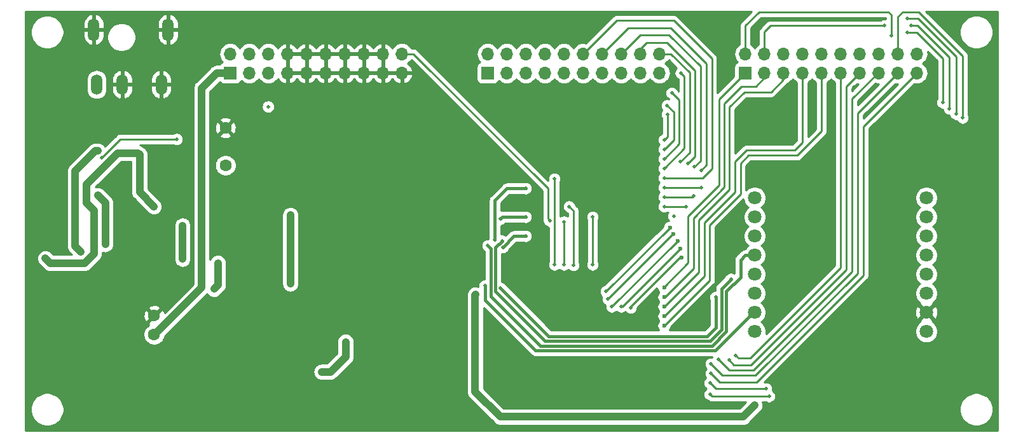
<source format=gbr>
G04 #@! TF.GenerationSoftware,KiCad,Pcbnew,5.1.4*
G04 #@! TF.CreationDate,2019-08-29T18:54:14+02:00*
G04 #@! TF.ProjectId,NixieClock,4e697869-6543-46c6-9f63-6b2e6b696361,rev?*
G04 #@! TF.SameCoordinates,Original*
G04 #@! TF.FileFunction,Copper,L2,Bot*
G04 #@! TF.FilePolarity,Positive*
%FSLAX46Y46*%
G04 Gerber Fmt 4.6, Leading zero omitted, Abs format (unit mm)*
G04 Created by KiCad (PCBNEW 5.1.4) date 2019-08-29 18:54:14*
%MOMM*%
%LPD*%
G04 APERTURE LIST*
%ADD10O,1.500000X2.700000*%
%ADD11O,1.500000X3.000000*%
%ADD12C,1.800000*%
%ADD13O,1.700000X1.700000*%
%ADD14R,1.700000X1.700000*%
%ADD15C,1.600000*%
%ADD16C,0.500000*%
%ADD17C,0.600000*%
%ADD18C,0.800000*%
%ADD19C,1.000000*%
%ADD20C,0.250000*%
%ADD21C,0.400000*%
%ADD22C,0.254000*%
G04 APERTURE END LIST*
D10*
X45847000Y-127237000D03*
X54447000Y-127237000D03*
X49247000Y-127237000D03*
D11*
X55347000Y-119937000D03*
X45447000Y-119937000D03*
D12*
X133477000Y-160114000D03*
X156337000Y-160114000D03*
X133477000Y-157574000D03*
X156337000Y-157574000D03*
X133477000Y-155034000D03*
X156337000Y-155034000D03*
X133477000Y-152494000D03*
X156337000Y-152494000D03*
X133477000Y-149954000D03*
X156337000Y-149954000D03*
X133477000Y-147414000D03*
X156337000Y-147414000D03*
X133477000Y-144874000D03*
X156337000Y-144874000D03*
X133477000Y-142334000D03*
X156337000Y-142334000D03*
D13*
X86487000Y-123157000D03*
X86487000Y-125697000D03*
X83947000Y-123157000D03*
X83947000Y-125697000D03*
X81407000Y-123157000D03*
X81407000Y-125697000D03*
X78867000Y-123157000D03*
X78867000Y-125697000D03*
X76327000Y-123157000D03*
X76327000Y-125697000D03*
X73787000Y-123157000D03*
X73787000Y-125697000D03*
X71247000Y-123157000D03*
X71247000Y-125697000D03*
X68707000Y-123157000D03*
X68707000Y-125697000D03*
X66167000Y-123157000D03*
X66167000Y-125697000D03*
X63627000Y-123157000D03*
D14*
X63627000Y-125697000D03*
D13*
X120777000Y-123157000D03*
X120777000Y-125697000D03*
X118237000Y-123157000D03*
X118237000Y-125697000D03*
X115697000Y-123157000D03*
X115697000Y-125697000D03*
X113157000Y-123157000D03*
X113157000Y-125697000D03*
X110617000Y-123157000D03*
X110617000Y-125697000D03*
X108077000Y-123157000D03*
X108077000Y-125697000D03*
X105537000Y-123157000D03*
X105537000Y-125697000D03*
X102997000Y-123157000D03*
X102997000Y-125697000D03*
X100457000Y-123157000D03*
X100457000Y-125697000D03*
X97917000Y-123157000D03*
D14*
X97917000Y-125697000D03*
D13*
X155067000Y-123157000D03*
X155067000Y-125697000D03*
X152527000Y-123157000D03*
X152527000Y-125697000D03*
X149987000Y-123157000D03*
X149987000Y-125697000D03*
X147447000Y-123157000D03*
X147447000Y-125697000D03*
X144907000Y-123157000D03*
X144907000Y-125697000D03*
X142367000Y-123157000D03*
X142367000Y-125697000D03*
X139827000Y-123157000D03*
X139827000Y-125697000D03*
X137287000Y-123157000D03*
X137287000Y-125697000D03*
X134747000Y-123157000D03*
X134747000Y-125697000D03*
X132207000Y-123157000D03*
D14*
X132207000Y-125697000D03*
D15*
X53500000Y-158000000D03*
X53500000Y-160500000D03*
X63000000Y-133000000D03*
X63000000Y-138000000D03*
D16*
X51054000Y-145382000D03*
D17*
X55372000Y-153637000D03*
D16*
X49784000Y-147541000D03*
X163830000Y-165575000D03*
X163830000Y-160495000D03*
X163830000Y-155796000D03*
X145669000Y-169766000D03*
X149098000Y-169766000D03*
X142240000Y-169766000D03*
X112522000Y-154399000D03*
X110617000Y-154399000D03*
X148463000Y-118585000D03*
X117602000Y-165448000D03*
X106553000Y-165321000D03*
X109982000Y-165321000D03*
X105410000Y-129253000D03*
X102743000Y-129253000D03*
X119380000Y-129634000D03*
X104267000Y-120744000D03*
X101600000Y-120617000D03*
X99187000Y-120617000D03*
X127000000Y-118204000D03*
X139446000Y-151986000D03*
X139319000Y-144239000D03*
X129667000Y-146652000D03*
X129667000Y-149573000D03*
X135128000Y-134587000D03*
X135128000Y-131158000D03*
X141097000Y-132301000D03*
X141097000Y-128999000D03*
X150241000Y-129253000D03*
X148717000Y-128110000D03*
X146685000Y-127602000D03*
X48006000Y-139794000D03*
X60660000Y-161672000D03*
X64160000Y-161672000D03*
X67660000Y-162672000D03*
X61910000Y-171000000D03*
X65910000Y-171000000D03*
X70000000Y-171000000D03*
X84910000Y-146172000D03*
X84910000Y-150172000D03*
X82910000Y-129172000D03*
X78910000Y-129172000D03*
X74910000Y-129172000D03*
X115910000Y-136172000D03*
X115910000Y-138172000D03*
X115910000Y-140172000D03*
X149910000Y-143172000D03*
X149910000Y-147172000D03*
X149910000Y-152172000D03*
X149910000Y-156172000D03*
X56910000Y-124172000D03*
X53910000Y-124172000D03*
X46910000Y-124172000D03*
X43910000Y-124172000D03*
X57300000Y-132000000D03*
X55800000Y-133600000D03*
X123100000Y-169700000D03*
X41000000Y-166500000D03*
X41000000Y-163500000D03*
X41000000Y-160500000D03*
X44500000Y-154000000D03*
X47000000Y-154000000D03*
X49500000Y-158000000D03*
X37000000Y-148000000D03*
X37000000Y-142000000D03*
X43000000Y-131500000D03*
X43000000Y-133500000D03*
X49000000Y-131500000D03*
X49000000Y-133500000D03*
X73910000Y-171000000D03*
X84910000Y-154172000D03*
X75000000Y-136000000D03*
X79000000Y-136000000D03*
X63500000Y-149500000D03*
D17*
X71647000Y-153752000D03*
X71647000Y-144602000D03*
D16*
X61500000Y-154450000D03*
X62000000Y-151000000D03*
D17*
X53467000Y-143477000D03*
X51344500Y-136365000D03*
D16*
X109347000Y-151287500D03*
X108775500Y-143477000D03*
D18*
X39000000Y-150375000D03*
D16*
X68672000Y-130172000D03*
D17*
X133477000Y-169956500D03*
D16*
X96277000Y-155223000D03*
X102997000Y-147414000D03*
X99918650Y-148908235D03*
X108077000Y-145509000D03*
X108077000Y-151224000D03*
X102997000Y-144874000D03*
X99598271Y-145135454D03*
X111887000Y-144874000D03*
X111887000Y-151224000D03*
X102997000Y-141064000D03*
X98869697Y-147905730D03*
X97536000Y-154018000D03*
X128270000Y-155542000D03*
X99631500Y-154335500D03*
X130302000Y-153129000D03*
X99822000Y-148049000D03*
X97917000Y-148684000D03*
X122682000Y-144747000D03*
X123571000Y-137508000D03*
X124587000Y-137762000D03*
X121412000Y-143477000D03*
X124333000Y-143477000D03*
X125429108Y-138200247D03*
X121412000Y-142207000D03*
X125349000Y-142080000D03*
X121834169Y-131199169D03*
X121412000Y-134587000D03*
X121412000Y-135857000D03*
X121793000Y-130015000D03*
X121412000Y-137127000D03*
X122428000Y-128364000D03*
X123641970Y-125697000D03*
X121412000Y-138397000D03*
X121412000Y-139667000D03*
X126365000Y-138651000D03*
X126365000Y-140937000D03*
X121412000Y-140937000D03*
X127635000Y-165702000D03*
X127635000Y-164432000D03*
X128651000Y-163797000D03*
X130048000Y-163924000D03*
X130937000Y-163289000D03*
D17*
X121412000Y-159352000D03*
X121412000Y-158082000D03*
X121412000Y-156812000D03*
X121412000Y-155542000D03*
X121412000Y-154272000D03*
D16*
X161163000Y-131666000D03*
X153797000Y-118458000D03*
X160274000Y-131158000D03*
X113665000Y-154780000D03*
D17*
X122174000Y-146271000D03*
D16*
X113919000Y-155796000D03*
D17*
X122665154Y-147143154D03*
D16*
X114427000Y-156812000D03*
D17*
X123190000Y-148049000D03*
D16*
X115697000Y-156812000D03*
D17*
X123571000Y-149065000D03*
X123761500Y-150271500D03*
D16*
X116967000Y-156939000D03*
X150749000Y-119410500D03*
X135382000Y-168750000D03*
X127508000Y-168496000D03*
X154305000Y-119410500D03*
X159385000Y-130459500D03*
X153797000Y-120299500D03*
X127508000Y-166972000D03*
X151638000Y-120744000D03*
X158496000Y-129634000D03*
X135001000Y-167734000D03*
X106172000Y-145382000D03*
D18*
X43000000Y-138750000D03*
X46000000Y-136050000D03*
D16*
X43000000Y-146050000D03*
X43750000Y-149500000D03*
X75810000Y-165500000D03*
X79000000Y-161500000D03*
D17*
X57277000Y-150462000D03*
X57277000Y-146017000D03*
D16*
X106807000Y-139794000D03*
X106807000Y-151224000D03*
D18*
X47000000Y-148500000D03*
X46000000Y-142000000D03*
D16*
X56500000Y-134500000D03*
X46500000Y-137000000D03*
D19*
X71647000Y-144602000D02*
X71647000Y-153752000D01*
X62000000Y-153950000D02*
X61500000Y-154450000D01*
X62000000Y-151000000D02*
X62000000Y-153950000D01*
X61849000Y-125697000D02*
X63627000Y-125697000D01*
X59817000Y-127729000D02*
X61849000Y-125697000D01*
X53500000Y-160500000D02*
X53589000Y-160500000D01*
X59817000Y-154272000D02*
X59817000Y-127729000D01*
X53589000Y-160500000D02*
X59817000Y-154272000D01*
X53467000Y-143477000D02*
X51562000Y-141572000D01*
X51562000Y-141572000D02*
X51562000Y-136582500D01*
X51562000Y-136582500D02*
X51344500Y-136365000D01*
D20*
X109347000Y-151287500D02*
X109347000Y-144048500D01*
X109347000Y-144048500D02*
X108775500Y-143477000D01*
D19*
X44500000Y-140500000D02*
X48635000Y-136365000D01*
X44500000Y-143000000D02*
X44500000Y-140500000D01*
X39625000Y-151000000D02*
X44250000Y-151000000D01*
X45500000Y-144000000D02*
X44500000Y-143000000D01*
X39000000Y-150375000D02*
X39625000Y-151000000D01*
X48635000Y-136365000D02*
X51344500Y-136365000D01*
X44250000Y-151000000D02*
X45500000Y-149750000D01*
X45500000Y-149750000D02*
X45500000Y-144000000D01*
X96250000Y-168143000D02*
X96250000Y-155250000D01*
X99587500Y-171480500D02*
X96250000Y-168143000D01*
X96250000Y-155250000D02*
X96277000Y-155223000D01*
X133477000Y-169956500D02*
X131953000Y-171480500D01*
X131953000Y-171480500D02*
X99587500Y-171480500D01*
D21*
X101412885Y-147414000D02*
X102997000Y-147414000D01*
X99918650Y-148908235D02*
X101412885Y-147414000D01*
D20*
X108077000Y-145509000D02*
X108077000Y-151224000D01*
D21*
X99859725Y-144874000D02*
X102997000Y-144874000D01*
X99598271Y-145135454D02*
X99859725Y-144874000D01*
D20*
X111887000Y-144874000D02*
X111887000Y-151224000D01*
D21*
X98869697Y-142651303D02*
X100457000Y-141064000D01*
X98869697Y-147905730D02*
X98869697Y-142651303D01*
X100457000Y-141064000D02*
X102997000Y-141064000D01*
X104267000Y-162654000D02*
X128206500Y-162654000D01*
X133286500Y-157574000D02*
X133477000Y-157574000D01*
X128206500Y-162654000D02*
X133286500Y-157574000D01*
X97536000Y-154018000D02*
X97536000Y-155923000D01*
X97536000Y-155923000D02*
X104267000Y-162654000D01*
X106045000Y-160749000D02*
X106172000Y-160749000D01*
X106045000Y-160749000D02*
X127127000Y-160749000D01*
X127127000Y-160749000D02*
X128270000Y-159606000D01*
X128270000Y-159606000D02*
X128270000Y-155542000D01*
X99631500Y-154335500D02*
X106045000Y-160749000D01*
X129032000Y-154399000D02*
X130302000Y-153129000D01*
X129032000Y-159860000D02*
X129032000Y-154399000D01*
X105537000Y-161384000D02*
X127508000Y-161384000D01*
X127508000Y-161384000D02*
X129032000Y-159860000D01*
X98933000Y-154780000D02*
X105537000Y-161384000D01*
X99822000Y-148049000D02*
X98933000Y-148938000D01*
X98933000Y-148938000D02*
X98933000Y-154780000D01*
X127762000Y-162019000D02*
X129667000Y-160114000D01*
X129667000Y-154780000D02*
X131572000Y-152875000D01*
X131572000Y-150589000D02*
X132207000Y-149954000D01*
X104902000Y-162019000D02*
X127762000Y-162019000D01*
X129667000Y-160114000D02*
X129667000Y-154780000D01*
X131572000Y-152875000D02*
X131572000Y-150589000D01*
X132207000Y-149954000D02*
X133477000Y-149954000D01*
X98298000Y-155415000D02*
X104902000Y-162019000D01*
X98298000Y-149065000D02*
X98298000Y-155415000D01*
X97917000Y-148684000D02*
X98298000Y-149065000D01*
D20*
X122309205Y-123157000D02*
X120777000Y-123157000D01*
X124799499Y-136279501D02*
X124799499Y-125647294D01*
X124799499Y-125647294D02*
X122309205Y-123157000D01*
X123571000Y-137508000D02*
X124799499Y-136279501D01*
X125511951Y-136837049D02*
X124587000Y-137762000D01*
X118237000Y-122522000D02*
X119086730Y-121672270D01*
X118237000Y-123157000D02*
X118237000Y-122522000D01*
X119086730Y-121672270D02*
X121832270Y-121672270D01*
X121832270Y-121672270D02*
X125511951Y-125351951D01*
X125511951Y-125351951D02*
X125511951Y-136837049D01*
X124333000Y-143477000D02*
X121412000Y-143477000D01*
X115697000Y-123157000D02*
X116332000Y-123157000D01*
X118237000Y-120617000D02*
X122047000Y-120617000D01*
X115697000Y-123157000D02*
X118237000Y-120617000D01*
X122047000Y-120617000D02*
X126244706Y-124814706D01*
X126244706Y-124814706D02*
X126244706Y-137384649D01*
X126244706Y-137384649D02*
X125429108Y-138200247D01*
X121417965Y-142201035D02*
X121412000Y-142207000D01*
X125227965Y-142201035D02*
X121417965Y-142201035D01*
X125349000Y-142080000D02*
X125227965Y-142201035D01*
X121834169Y-131199169D02*
X121834169Y-134164831D01*
X121834169Y-134164831D02*
X121412000Y-134587000D01*
X122682000Y-130904000D02*
X122682000Y-134587000D01*
X122682000Y-134587000D02*
X121412000Y-135857000D01*
X121793000Y-130015000D02*
X122682000Y-130904000D01*
X123382010Y-135156990D02*
X121412000Y-137127000D01*
X122428000Y-128364000D02*
X123382010Y-129318010D01*
X123382010Y-129318010D02*
X123382010Y-135156990D01*
X124082020Y-135726980D02*
X121412000Y-138397000D01*
X123641970Y-125697000D02*
X124082020Y-126137050D01*
X124082020Y-126137050D02*
X124082020Y-135726980D01*
X126492000Y-139667000D02*
X121412000Y-139667000D01*
X115062000Y-118712000D02*
X122682000Y-118712000D01*
X122682000Y-118712000D02*
X127762000Y-123792000D01*
X127762000Y-123792000D02*
X127762000Y-138397000D01*
X110617000Y-123157000D02*
X115062000Y-118712000D01*
X127762000Y-138397000D02*
X126492000Y-139667000D01*
X126365000Y-140937000D02*
X121412000Y-140937000D01*
X127061990Y-137954010D02*
X126365000Y-138651000D01*
X127061990Y-124427000D02*
X127061990Y-137954010D01*
X122332715Y-119697725D02*
X127061990Y-124427000D01*
X113157000Y-123157000D02*
X116616275Y-119697725D01*
X116616275Y-119697725D02*
X122332715Y-119697725D01*
X133731000Y-166845000D02*
X128778000Y-166845000D01*
X155067000Y-125697000D02*
X147955000Y-132809000D01*
X128778000Y-166845000D02*
X127635000Y-165702000D01*
X147955000Y-152621000D02*
X133731000Y-166845000D01*
X147955000Y-132809000D02*
X147955000Y-152621000D01*
X147193000Y-131031000D02*
X152527000Y-125697000D01*
X127635000Y-164432000D02*
X129162016Y-165959016D01*
X129162016Y-165959016D02*
X133600984Y-165959016D01*
X147193000Y-152367000D02*
X147193000Y-131031000D01*
X133600984Y-165959016D02*
X147193000Y-152367000D01*
X149860000Y-125697000D02*
X149987000Y-125697000D01*
X130113008Y-165259008D02*
X133284992Y-165259008D01*
X146431000Y-129126000D02*
X149860000Y-125697000D01*
X146431000Y-152113000D02*
X146431000Y-129126000D01*
X133284992Y-165259008D02*
X146431000Y-152113000D01*
X128651000Y-163797000D02*
X130113008Y-165259008D01*
X145669000Y-127475000D02*
X147447000Y-125697000D01*
X130048000Y-163924000D02*
X130683000Y-164559000D01*
X130683000Y-164559000D02*
X132969000Y-164559000D01*
X132969000Y-164559000D02*
X145669000Y-151859000D01*
X145669000Y-151859000D02*
X145669000Y-127475000D01*
X132842000Y-163670000D02*
X144907000Y-151605000D01*
X144907000Y-151605000D02*
X144907000Y-125697000D01*
X131318000Y-163670000D02*
X132842000Y-163670000D01*
X130937000Y-163289000D02*
X131318000Y-163670000D01*
X142367000Y-133444000D02*
X142367000Y-125697000D01*
X132649992Y-136684008D02*
X139126992Y-136684008D01*
X139126992Y-136684008D02*
X142367000Y-133444000D01*
X121412000Y-159352000D02*
X127478667Y-153285333D01*
X127478667Y-153285333D02*
X127478667Y-145919333D01*
X127478667Y-145919333D02*
X131572000Y-141826000D01*
X131572000Y-141826000D02*
X131572000Y-137762000D01*
X131572000Y-137762000D02*
X132649992Y-136684008D01*
X139827000Y-134968000D02*
X139827000Y-125697000D01*
X138811000Y-135984000D02*
X139827000Y-134968000D01*
X126746000Y-145614856D02*
X130832355Y-141528501D01*
X130832355Y-141528501D02*
X130832355Y-137485645D01*
X132334000Y-135984000D02*
X138811000Y-135984000D01*
X130832355Y-137485645D02*
X132334000Y-135984000D01*
X126746000Y-152748000D02*
X126746000Y-145614856D01*
X121412000Y-158082000D02*
X126746000Y-152748000D01*
X137287000Y-126586000D02*
X137287000Y-125697000D01*
X135636000Y-128237000D02*
X137287000Y-126586000D01*
X132080000Y-128237000D02*
X135636000Y-128237000D01*
X126042711Y-152181289D02*
X126042711Y-145294201D01*
X121412000Y-156812000D02*
X126042711Y-152181289D01*
X126042711Y-145294201D02*
X130126530Y-141210382D01*
X130126530Y-141210382D02*
X130126530Y-130190470D01*
X130126530Y-130190470D02*
X132080000Y-128237000D01*
X133604000Y-127475000D02*
X134747000Y-126332000D01*
X129420705Y-129753295D02*
X131699000Y-127475000D01*
X121539000Y-155542000D02*
X125341260Y-151739740D01*
X134747000Y-126332000D02*
X134747000Y-125697000D01*
X131699000Y-127475000D02*
X133604000Y-127475000D01*
X125341260Y-151739740D02*
X125341260Y-144991592D01*
X121412000Y-155542000D02*
X121539000Y-155542000D01*
X125341260Y-144991592D02*
X129420705Y-140912147D01*
X129420705Y-140912147D02*
X129420705Y-129753295D01*
X128717062Y-129186938D02*
X132207000Y-125697000D01*
X121412000Y-154145000D02*
X124587000Y-150970000D01*
X121412000Y-154272000D02*
X121412000Y-154145000D01*
X124587000Y-150970000D02*
X124587000Y-144747000D01*
X124587000Y-144747000D02*
X128717062Y-140616938D01*
X128717062Y-140616938D02*
X128717062Y-129186938D01*
X153162000Y-117569000D02*
X152527000Y-118204000D01*
X152527000Y-118204000D02*
X152527000Y-123157000D01*
X155319000Y-117569000D02*
X153162000Y-117569000D01*
X161163000Y-131666000D02*
X161163000Y-123413000D01*
X161163000Y-123413000D02*
X155319000Y-117569000D01*
X155208000Y-118458000D02*
X153797000Y-118458000D01*
X160274000Y-131158000D02*
X160274000Y-123524000D01*
X160274000Y-123524000D02*
X155208000Y-118458000D01*
X122174000Y-146271000D02*
X113665000Y-154780000D01*
X122665154Y-147143154D02*
X122571846Y-147143154D01*
X122571846Y-147143154D02*
X113919000Y-155796000D01*
X123190000Y-148049000D02*
X114427000Y-156812000D01*
X115824000Y-156812000D02*
X115697000Y-156812000D01*
X123571000Y-149065000D02*
X115824000Y-156812000D01*
X123496828Y-150271500D02*
X123761500Y-150271500D01*
X116967000Y-156801328D02*
X123496828Y-150271500D01*
X116967000Y-156939000D02*
X116967000Y-156801328D01*
X127508000Y-168496000D02*
X127762000Y-168750000D01*
X127762000Y-168750000D02*
X135382000Y-168750000D01*
X150749000Y-119410500D02*
X135572500Y-119410500D01*
X135572500Y-119410500D02*
X134747000Y-120236000D01*
X134747000Y-120236000D02*
X134747000Y-123157000D01*
X159385000Y-123635000D02*
X159385000Y-130459500D01*
X154305000Y-119410500D02*
X155160500Y-119410500D01*
X155160500Y-119410500D02*
X159385000Y-123635000D01*
X132207000Y-119410500D02*
X132207000Y-123157000D01*
X134048500Y-117569000D02*
X132207000Y-119410500D01*
X151257000Y-117569000D02*
X134048500Y-117569000D01*
X151638000Y-120744000D02*
X151638000Y-117950000D01*
X151638000Y-117950000D02*
X151257000Y-117569000D01*
X128270000Y-167734000D02*
X127508000Y-166972000D01*
X135001000Y-167734000D02*
X128270000Y-167734000D01*
X153797000Y-120299500D02*
X155049500Y-120299500D01*
X158496000Y-123746000D02*
X158496000Y-129634000D01*
X155049500Y-120299500D02*
X158496000Y-123746000D01*
X105918000Y-141064000D02*
X88011000Y-123157000D01*
X88011000Y-123157000D02*
X86487000Y-123157000D01*
X106172000Y-145382000D02*
X105918000Y-145128000D01*
X105918000Y-145128000D02*
X105918000Y-141064000D01*
D19*
X43000000Y-138750000D02*
X45700000Y-136050000D01*
X45700000Y-136050000D02*
X46000000Y-136050000D01*
X43000000Y-146050000D02*
X43000000Y-138750000D01*
X43000000Y-148750000D02*
X43000000Y-146050000D01*
X43750000Y-149500000D02*
X43000000Y-148750000D01*
X75810000Y-165500000D02*
X77000000Y-165500000D01*
X77000000Y-165500000D02*
X79000000Y-163500000D01*
X79000000Y-163500000D02*
X79000000Y-161500000D01*
X57277000Y-150462000D02*
X57277000Y-146017000D01*
D20*
X106807000Y-139794000D02*
X106807000Y-151224000D01*
D19*
X47000000Y-148500000D02*
X47000000Y-143000000D01*
X47000000Y-143000000D02*
X46000000Y-142000000D01*
D20*
X56500000Y-134500000D02*
X49000000Y-134500000D01*
X49000000Y-134500000D02*
X46500000Y-137000000D01*
D22*
G36*
X131696003Y-118846696D02*
G01*
X131666999Y-118870499D01*
X131614846Y-118934048D01*
X131572026Y-118986224D01*
X131514967Y-119092974D01*
X131501454Y-119118254D01*
X131457997Y-119261515D01*
X131447000Y-119373168D01*
X131447000Y-119373178D01*
X131443324Y-119410500D01*
X131447000Y-119447823D01*
X131447001Y-121879405D01*
X131377986Y-121916294D01*
X131151866Y-122101866D01*
X130966294Y-122327986D01*
X130828401Y-122585966D01*
X130743487Y-122865889D01*
X130714815Y-123157000D01*
X130743487Y-123448111D01*
X130828401Y-123728034D01*
X130966294Y-123986014D01*
X131151866Y-124212134D01*
X131181687Y-124236607D01*
X131112820Y-124257498D01*
X131002506Y-124316463D01*
X130905815Y-124395815D01*
X130826463Y-124492506D01*
X130767498Y-124602820D01*
X130731188Y-124722518D01*
X130718928Y-124847000D01*
X130718928Y-126110270D01*
X128522000Y-128307199D01*
X128522000Y-123829323D01*
X128525676Y-123792000D01*
X128522000Y-123754677D01*
X128522000Y-123754667D01*
X128511003Y-123643014D01*
X128467546Y-123499753D01*
X128440549Y-123449246D01*
X128396974Y-123367723D01*
X128325799Y-123280997D01*
X128302001Y-123251999D01*
X128273004Y-123228202D01*
X123245804Y-118201003D01*
X123222001Y-118171999D01*
X123106276Y-118077026D01*
X122974247Y-118006454D01*
X122830986Y-117962997D01*
X122719333Y-117952000D01*
X122719322Y-117952000D01*
X122682000Y-117948324D01*
X122644678Y-117952000D01*
X115099322Y-117952000D01*
X115061999Y-117948324D01*
X115024676Y-117952000D01*
X115024667Y-117952000D01*
X114913014Y-117962997D01*
X114769753Y-118006454D01*
X114637724Y-118077026D01*
X114521999Y-118171999D01*
X114498201Y-118200997D01*
X110982996Y-121716203D01*
X110908111Y-121693487D01*
X110689950Y-121672000D01*
X110544050Y-121672000D01*
X110325889Y-121693487D01*
X110045966Y-121778401D01*
X109787986Y-121916294D01*
X109561866Y-122101866D01*
X109376294Y-122327986D01*
X109347000Y-122382791D01*
X109317706Y-122327986D01*
X109132134Y-122101866D01*
X108906014Y-121916294D01*
X108648034Y-121778401D01*
X108368111Y-121693487D01*
X108149950Y-121672000D01*
X108004050Y-121672000D01*
X107785889Y-121693487D01*
X107505966Y-121778401D01*
X107247986Y-121916294D01*
X107021866Y-122101866D01*
X106836294Y-122327986D01*
X106807000Y-122382791D01*
X106777706Y-122327986D01*
X106592134Y-122101866D01*
X106366014Y-121916294D01*
X106108034Y-121778401D01*
X105828111Y-121693487D01*
X105609950Y-121672000D01*
X105464050Y-121672000D01*
X105245889Y-121693487D01*
X104965966Y-121778401D01*
X104707986Y-121916294D01*
X104481866Y-122101866D01*
X104296294Y-122327986D01*
X104267000Y-122382791D01*
X104237706Y-122327986D01*
X104052134Y-122101866D01*
X103826014Y-121916294D01*
X103568034Y-121778401D01*
X103288111Y-121693487D01*
X103069950Y-121672000D01*
X102924050Y-121672000D01*
X102705889Y-121693487D01*
X102425966Y-121778401D01*
X102167986Y-121916294D01*
X101941866Y-122101866D01*
X101756294Y-122327986D01*
X101727000Y-122382791D01*
X101697706Y-122327986D01*
X101512134Y-122101866D01*
X101286014Y-121916294D01*
X101028034Y-121778401D01*
X100748111Y-121693487D01*
X100529950Y-121672000D01*
X100384050Y-121672000D01*
X100165889Y-121693487D01*
X99885966Y-121778401D01*
X99627986Y-121916294D01*
X99401866Y-122101866D01*
X99216294Y-122327986D01*
X99187000Y-122382791D01*
X99157706Y-122327986D01*
X98972134Y-122101866D01*
X98746014Y-121916294D01*
X98488034Y-121778401D01*
X98208111Y-121693487D01*
X97989950Y-121672000D01*
X97844050Y-121672000D01*
X97625889Y-121693487D01*
X97345966Y-121778401D01*
X97087986Y-121916294D01*
X96861866Y-122101866D01*
X96676294Y-122327986D01*
X96538401Y-122585966D01*
X96453487Y-122865889D01*
X96424815Y-123157000D01*
X96453487Y-123448111D01*
X96538401Y-123728034D01*
X96676294Y-123986014D01*
X96861866Y-124212134D01*
X96891687Y-124236607D01*
X96822820Y-124257498D01*
X96712506Y-124316463D01*
X96615815Y-124395815D01*
X96536463Y-124492506D01*
X96477498Y-124602820D01*
X96441188Y-124722518D01*
X96428928Y-124847000D01*
X96428928Y-126547000D01*
X96441188Y-126671482D01*
X96477498Y-126791180D01*
X96536463Y-126901494D01*
X96615815Y-126998185D01*
X96712506Y-127077537D01*
X96822820Y-127136502D01*
X96942518Y-127172812D01*
X97067000Y-127185072D01*
X98767000Y-127185072D01*
X98891482Y-127172812D01*
X99011180Y-127136502D01*
X99121494Y-127077537D01*
X99218185Y-126998185D01*
X99297537Y-126901494D01*
X99356502Y-126791180D01*
X99377393Y-126722313D01*
X99401866Y-126752134D01*
X99627986Y-126937706D01*
X99885966Y-127075599D01*
X100165889Y-127160513D01*
X100384050Y-127182000D01*
X100529950Y-127182000D01*
X100748111Y-127160513D01*
X101028034Y-127075599D01*
X101286014Y-126937706D01*
X101512134Y-126752134D01*
X101697706Y-126526014D01*
X101727000Y-126471209D01*
X101756294Y-126526014D01*
X101941866Y-126752134D01*
X102167986Y-126937706D01*
X102425966Y-127075599D01*
X102705889Y-127160513D01*
X102924050Y-127182000D01*
X103069950Y-127182000D01*
X103288111Y-127160513D01*
X103568034Y-127075599D01*
X103826014Y-126937706D01*
X104052134Y-126752134D01*
X104237706Y-126526014D01*
X104267000Y-126471209D01*
X104296294Y-126526014D01*
X104481866Y-126752134D01*
X104707986Y-126937706D01*
X104965966Y-127075599D01*
X105245889Y-127160513D01*
X105464050Y-127182000D01*
X105609950Y-127182000D01*
X105828111Y-127160513D01*
X106108034Y-127075599D01*
X106366014Y-126937706D01*
X106592134Y-126752134D01*
X106777706Y-126526014D01*
X106807000Y-126471209D01*
X106836294Y-126526014D01*
X107021866Y-126752134D01*
X107247986Y-126937706D01*
X107505966Y-127075599D01*
X107785889Y-127160513D01*
X108004050Y-127182000D01*
X108149950Y-127182000D01*
X108368111Y-127160513D01*
X108648034Y-127075599D01*
X108906014Y-126937706D01*
X109132134Y-126752134D01*
X109317706Y-126526014D01*
X109347000Y-126471209D01*
X109376294Y-126526014D01*
X109561866Y-126752134D01*
X109787986Y-126937706D01*
X110045966Y-127075599D01*
X110325889Y-127160513D01*
X110544050Y-127182000D01*
X110689950Y-127182000D01*
X110908111Y-127160513D01*
X111188034Y-127075599D01*
X111446014Y-126937706D01*
X111672134Y-126752134D01*
X111857706Y-126526014D01*
X111887000Y-126471209D01*
X111916294Y-126526014D01*
X112101866Y-126752134D01*
X112327986Y-126937706D01*
X112585966Y-127075599D01*
X112865889Y-127160513D01*
X113084050Y-127182000D01*
X113229950Y-127182000D01*
X113448111Y-127160513D01*
X113728034Y-127075599D01*
X113986014Y-126937706D01*
X114212134Y-126752134D01*
X114397706Y-126526014D01*
X114427000Y-126471209D01*
X114456294Y-126526014D01*
X114641866Y-126752134D01*
X114867986Y-126937706D01*
X115125966Y-127075599D01*
X115405889Y-127160513D01*
X115624050Y-127182000D01*
X115769950Y-127182000D01*
X115988111Y-127160513D01*
X116268034Y-127075599D01*
X116526014Y-126937706D01*
X116752134Y-126752134D01*
X116937706Y-126526014D01*
X116967000Y-126471209D01*
X116996294Y-126526014D01*
X117181866Y-126752134D01*
X117407986Y-126937706D01*
X117665966Y-127075599D01*
X117945889Y-127160513D01*
X118164050Y-127182000D01*
X118309950Y-127182000D01*
X118528111Y-127160513D01*
X118808034Y-127075599D01*
X119066014Y-126937706D01*
X119292134Y-126752134D01*
X119477706Y-126526014D01*
X119507000Y-126471209D01*
X119536294Y-126526014D01*
X119721866Y-126752134D01*
X119947986Y-126937706D01*
X120205966Y-127075599D01*
X120485889Y-127160513D01*
X120704050Y-127182000D01*
X120849950Y-127182000D01*
X121068111Y-127160513D01*
X121348034Y-127075599D01*
X121606014Y-126937706D01*
X121832134Y-126752134D01*
X122017706Y-126526014D01*
X122155599Y-126268034D01*
X122240513Y-125988111D01*
X122269185Y-125697000D01*
X122240513Y-125405889D01*
X122155599Y-125125966D01*
X122017706Y-124867986D01*
X121832134Y-124641866D01*
X121606014Y-124456294D01*
X121551209Y-124427000D01*
X121606014Y-124397706D01*
X121832134Y-124212134D01*
X122017706Y-123986014D01*
X122033629Y-123956225D01*
X123083309Y-125005905D01*
X123077815Y-125009576D01*
X122954546Y-125132845D01*
X122857693Y-125277795D01*
X122790980Y-125438855D01*
X122756970Y-125609835D01*
X122756970Y-125784165D01*
X122790980Y-125955145D01*
X122857693Y-126116205D01*
X122954546Y-126261155D01*
X123077815Y-126384424D01*
X123222765Y-126481277D01*
X123322020Y-126522390D01*
X123322020Y-128183219D01*
X123287515Y-128148714D01*
X123278990Y-128105855D01*
X123212277Y-127944795D01*
X123115424Y-127799845D01*
X122992155Y-127676576D01*
X122847205Y-127579723D01*
X122686145Y-127513010D01*
X122515165Y-127479000D01*
X122340835Y-127479000D01*
X122169855Y-127513010D01*
X122008795Y-127579723D01*
X121863845Y-127676576D01*
X121740576Y-127799845D01*
X121643723Y-127944795D01*
X121577010Y-128105855D01*
X121543000Y-128276835D01*
X121543000Y-128451165D01*
X121577010Y-128622145D01*
X121643723Y-128783205D01*
X121740576Y-128928155D01*
X121863845Y-129051424D01*
X122008795Y-129148277D01*
X122042743Y-129162339D01*
X121880165Y-129130000D01*
X121705835Y-129130000D01*
X121534855Y-129164010D01*
X121373795Y-129230723D01*
X121228845Y-129327576D01*
X121105576Y-129450845D01*
X121008723Y-129595795D01*
X120942010Y-129756855D01*
X120908000Y-129927835D01*
X120908000Y-130102165D01*
X120942010Y-130273145D01*
X121008723Y-130434205D01*
X121105576Y-130579155D01*
X121154090Y-130627669D01*
X121146745Y-130635014D01*
X121049892Y-130779964D01*
X120983179Y-130941024D01*
X120949169Y-131112004D01*
X120949169Y-131286334D01*
X120983179Y-131457314D01*
X121049892Y-131618374D01*
X121074169Y-131654707D01*
X121074170Y-133769017D01*
X120992795Y-133802723D01*
X120847845Y-133899576D01*
X120724576Y-134022845D01*
X120627723Y-134167795D01*
X120561010Y-134328855D01*
X120527000Y-134499835D01*
X120527000Y-134674165D01*
X120561010Y-134845145D01*
X120627723Y-135006205D01*
X120724576Y-135151155D01*
X120795421Y-135222000D01*
X120724576Y-135292845D01*
X120627723Y-135437795D01*
X120561010Y-135598855D01*
X120527000Y-135769835D01*
X120527000Y-135944165D01*
X120561010Y-136115145D01*
X120627723Y-136276205D01*
X120724576Y-136421155D01*
X120795421Y-136492000D01*
X120724576Y-136562845D01*
X120627723Y-136707795D01*
X120561010Y-136868855D01*
X120527000Y-137039835D01*
X120527000Y-137214165D01*
X120561010Y-137385145D01*
X120627723Y-137546205D01*
X120724576Y-137691155D01*
X120795421Y-137762000D01*
X120724576Y-137832845D01*
X120627723Y-137977795D01*
X120561010Y-138138855D01*
X120527000Y-138309835D01*
X120527000Y-138484165D01*
X120561010Y-138655145D01*
X120627723Y-138816205D01*
X120724576Y-138961155D01*
X120795421Y-139032000D01*
X120724576Y-139102845D01*
X120627723Y-139247795D01*
X120561010Y-139408855D01*
X120527000Y-139579835D01*
X120527000Y-139754165D01*
X120561010Y-139925145D01*
X120627723Y-140086205D01*
X120724576Y-140231155D01*
X120795421Y-140302000D01*
X120724576Y-140372845D01*
X120627723Y-140517795D01*
X120561010Y-140678855D01*
X120527000Y-140849835D01*
X120527000Y-141024165D01*
X120561010Y-141195145D01*
X120627723Y-141356205D01*
X120724576Y-141501155D01*
X120795421Y-141572000D01*
X120724576Y-141642845D01*
X120627723Y-141787795D01*
X120561010Y-141948855D01*
X120527000Y-142119835D01*
X120527000Y-142294165D01*
X120561010Y-142465145D01*
X120627723Y-142626205D01*
X120724576Y-142771155D01*
X120795421Y-142842000D01*
X120724576Y-142912845D01*
X120627723Y-143057795D01*
X120561010Y-143218855D01*
X120527000Y-143389835D01*
X120527000Y-143564165D01*
X120561010Y-143735145D01*
X120627723Y-143896205D01*
X120724576Y-144041155D01*
X120847845Y-144164424D01*
X120992795Y-144261277D01*
X121153855Y-144327990D01*
X121324835Y-144362000D01*
X121499165Y-144362000D01*
X121670145Y-144327990D01*
X121831205Y-144261277D01*
X121867538Y-144237000D01*
X121958391Y-144237000D01*
X121897723Y-144327795D01*
X121831010Y-144488855D01*
X121797000Y-144659835D01*
X121797000Y-144834165D01*
X121831010Y-145005145D01*
X121897723Y-145166205D01*
X121994576Y-145311155D01*
X122029789Y-145346368D01*
X121901271Y-145371932D01*
X121731111Y-145442414D01*
X121577972Y-145544738D01*
X121447738Y-145674972D01*
X121345414Y-145828111D01*
X121274932Y-145998271D01*
X121250847Y-146119351D01*
X113449714Y-153920485D01*
X113406855Y-153929010D01*
X113245795Y-153995723D01*
X113100845Y-154092576D01*
X112977576Y-154215845D01*
X112880723Y-154360795D01*
X112814010Y-154521855D01*
X112780000Y-154692835D01*
X112780000Y-154867165D01*
X112814010Y-155038145D01*
X112880723Y-155199205D01*
X112977576Y-155344155D01*
X113098256Y-155464835D01*
X113068010Y-155537855D01*
X113034000Y-155708835D01*
X113034000Y-155883165D01*
X113068010Y-156054145D01*
X113134723Y-156215205D01*
X113231576Y-156360155D01*
X113354845Y-156483424D01*
X113499795Y-156580277D01*
X113565353Y-156607432D01*
X113542000Y-156724835D01*
X113542000Y-156899165D01*
X113576010Y-157070145D01*
X113642723Y-157231205D01*
X113739576Y-157376155D01*
X113862845Y-157499424D01*
X114007795Y-157596277D01*
X114168855Y-157662990D01*
X114339835Y-157697000D01*
X114514165Y-157697000D01*
X114685145Y-157662990D01*
X114846205Y-157596277D01*
X114991155Y-157499424D01*
X115062000Y-157428579D01*
X115132845Y-157499424D01*
X115277795Y-157596277D01*
X115438855Y-157662990D01*
X115609835Y-157697000D01*
X115784165Y-157697000D01*
X115955145Y-157662990D01*
X116116205Y-157596277D01*
X116261155Y-157499424D01*
X116270703Y-157489876D01*
X116279576Y-157503155D01*
X116402845Y-157626424D01*
X116547795Y-157723277D01*
X116708855Y-157789990D01*
X116879835Y-157824000D01*
X117054165Y-157824000D01*
X117225145Y-157789990D01*
X117386205Y-157723277D01*
X117531155Y-157626424D01*
X117654424Y-157503155D01*
X117751277Y-157358205D01*
X117817990Y-157197145D01*
X117852000Y-157026165D01*
X117852000Y-156991129D01*
X120477339Y-154365791D01*
X120512932Y-154544729D01*
X120583414Y-154714889D01*
X120685738Y-154868028D01*
X120724710Y-154907000D01*
X120685738Y-154945972D01*
X120583414Y-155099111D01*
X120512932Y-155269271D01*
X120477000Y-155449911D01*
X120477000Y-155634089D01*
X120512932Y-155814729D01*
X120583414Y-155984889D01*
X120685738Y-156138028D01*
X120724710Y-156177000D01*
X120685738Y-156215972D01*
X120583414Y-156369111D01*
X120512932Y-156539271D01*
X120477000Y-156719911D01*
X120477000Y-156904089D01*
X120512932Y-157084729D01*
X120583414Y-157254889D01*
X120685738Y-157408028D01*
X120724710Y-157447000D01*
X120685738Y-157485972D01*
X120583414Y-157639111D01*
X120512932Y-157809271D01*
X120477000Y-157989911D01*
X120477000Y-158174089D01*
X120512932Y-158354729D01*
X120583414Y-158524889D01*
X120685738Y-158678028D01*
X120724710Y-158717000D01*
X120685738Y-158755972D01*
X120583414Y-158909111D01*
X120512932Y-159079271D01*
X120477000Y-159259911D01*
X120477000Y-159444089D01*
X120512932Y-159624729D01*
X120583414Y-159794889D01*
X120663001Y-159914000D01*
X106390869Y-159914000D01*
X100431768Y-153954901D01*
X100415777Y-153916295D01*
X100318924Y-153771345D01*
X100195655Y-153648076D01*
X100050705Y-153551223D01*
X99889645Y-153484510D01*
X99768000Y-153460313D01*
X99768000Y-149780607D01*
X99831485Y-149793235D01*
X100005815Y-149793235D01*
X100176795Y-149759225D01*
X100337855Y-149692512D01*
X100482805Y-149595659D01*
X100606074Y-149472390D01*
X100702927Y-149327440D01*
X100718918Y-149288834D01*
X101758753Y-148249000D01*
X102700252Y-148249000D01*
X102738855Y-148264990D01*
X102909835Y-148299000D01*
X103084165Y-148299000D01*
X103255145Y-148264990D01*
X103416205Y-148198277D01*
X103561155Y-148101424D01*
X103684424Y-147978155D01*
X103781277Y-147833205D01*
X103847990Y-147672145D01*
X103882000Y-147501165D01*
X103882000Y-147326835D01*
X103847990Y-147155855D01*
X103781277Y-146994795D01*
X103684424Y-146849845D01*
X103561155Y-146726576D01*
X103416205Y-146629723D01*
X103255145Y-146563010D01*
X103084165Y-146529000D01*
X102909835Y-146529000D01*
X102738855Y-146563010D01*
X102700252Y-146579000D01*
X101453892Y-146579000D01*
X101412884Y-146574961D01*
X101371876Y-146579000D01*
X101371866Y-146579000D01*
X101249196Y-146591082D01*
X101091798Y-146638828D01*
X100946739Y-146716364D01*
X100819594Y-146820709D01*
X100793444Y-146852574D01*
X100325182Y-147320835D01*
X100241205Y-147264723D01*
X100080145Y-147198010D01*
X99909165Y-147164000D01*
X99734835Y-147164000D01*
X99704697Y-147169995D01*
X99704697Y-146016623D01*
X99856416Y-145986444D01*
X100017476Y-145919731D01*
X100162426Y-145822878D01*
X100276304Y-145709000D01*
X102700252Y-145709000D01*
X102738855Y-145724990D01*
X102909835Y-145759000D01*
X103084165Y-145759000D01*
X103255145Y-145724990D01*
X103416205Y-145658277D01*
X103561155Y-145561424D01*
X103684424Y-145438155D01*
X103781277Y-145293205D01*
X103847990Y-145132145D01*
X103882000Y-144961165D01*
X103882000Y-144786835D01*
X103847990Y-144615855D01*
X103781277Y-144454795D01*
X103684424Y-144309845D01*
X103561155Y-144186576D01*
X103416205Y-144089723D01*
X103255145Y-144023010D01*
X103084165Y-143989000D01*
X102909835Y-143989000D01*
X102738855Y-144023010D01*
X102700252Y-144039000D01*
X99900743Y-144039000D01*
X99859725Y-144034960D01*
X99818706Y-144039000D01*
X99704697Y-144050229D01*
X99704697Y-142997170D01*
X100802868Y-141899000D01*
X102700252Y-141899000D01*
X102738855Y-141914990D01*
X102909835Y-141949000D01*
X103084165Y-141949000D01*
X103255145Y-141914990D01*
X103416205Y-141848277D01*
X103561155Y-141751424D01*
X103684424Y-141628155D01*
X103781277Y-141483205D01*
X103847990Y-141322145D01*
X103882000Y-141151165D01*
X103882000Y-140976835D01*
X103847990Y-140805855D01*
X103781277Y-140644795D01*
X103684424Y-140499845D01*
X103561155Y-140376576D01*
X103416205Y-140279723D01*
X103255145Y-140213010D01*
X103084165Y-140179000D01*
X102909835Y-140179000D01*
X102738855Y-140213010D01*
X102700252Y-140229000D01*
X100498007Y-140229000D01*
X100456999Y-140224961D01*
X100415991Y-140229000D01*
X100415981Y-140229000D01*
X100293311Y-140241082D01*
X100135913Y-140288828D01*
X99990854Y-140366364D01*
X99863709Y-140470709D01*
X99837559Y-140502574D01*
X98308271Y-142031862D01*
X98276407Y-142058012D01*
X98195604Y-142156471D01*
X98172061Y-142185158D01*
X98094525Y-142330217D01*
X98046779Y-142487615D01*
X98030657Y-142651303D01*
X98034698Y-142692331D01*
X98034697Y-147608981D01*
X98018707Y-147647585D01*
X97988589Y-147799000D01*
X97829835Y-147799000D01*
X97658855Y-147833010D01*
X97497795Y-147899723D01*
X97352845Y-147996576D01*
X97229576Y-148119845D01*
X97132723Y-148264795D01*
X97066010Y-148425855D01*
X97032000Y-148596835D01*
X97032000Y-148771165D01*
X97066010Y-148942145D01*
X97132723Y-149103205D01*
X97229576Y-149248155D01*
X97352845Y-149371424D01*
X97463000Y-149445028D01*
X97463001Y-153133000D01*
X97448835Y-153133000D01*
X97277855Y-153167010D01*
X97116795Y-153233723D01*
X96971845Y-153330576D01*
X96848576Y-153453845D01*
X96751723Y-153598795D01*
X96685010Y-153759855D01*
X96651000Y-153930835D01*
X96651000Y-154105165D01*
X96660572Y-154153284D01*
X96499499Y-154104423D01*
X96277000Y-154082509D01*
X96054502Y-154104423D01*
X95840554Y-154169324D01*
X95643378Y-154274716D01*
X95513857Y-154381012D01*
X95486860Y-154408009D01*
X95443552Y-154443551D01*
X95301717Y-154616377D01*
X95252505Y-154708447D01*
X95196324Y-154813554D01*
X95131423Y-155027502D01*
X95109509Y-155250000D01*
X95115001Y-155305761D01*
X95115000Y-168087248D01*
X95109509Y-168143000D01*
X95115000Y-168198751D01*
X95131423Y-168365498D01*
X95196324Y-168579446D01*
X95301716Y-168776623D01*
X95443551Y-168949449D01*
X95486865Y-168984996D01*
X98745509Y-172243641D01*
X98781051Y-172286949D01*
X98953876Y-172428783D01*
X98953877Y-172428784D01*
X99151053Y-172534176D01*
X99365001Y-172599077D01*
X99587500Y-172620991D01*
X99643252Y-172615500D01*
X131897249Y-172615500D01*
X131953000Y-172620991D01*
X132008751Y-172615500D01*
X132008752Y-172615500D01*
X132175499Y-172599077D01*
X132389447Y-172534176D01*
X132586623Y-172428784D01*
X132759449Y-172286949D01*
X132794996Y-172243635D01*
X134318988Y-170719644D01*
X134425283Y-170590124D01*
X134530675Y-170392948D01*
X134564976Y-170279872D01*
X160765000Y-170279872D01*
X160765000Y-170720128D01*
X160850890Y-171151925D01*
X161019369Y-171558669D01*
X161263962Y-171924729D01*
X161575271Y-172236038D01*
X161941331Y-172480631D01*
X162348075Y-172649110D01*
X162779872Y-172735000D01*
X163220128Y-172735000D01*
X163651925Y-172649110D01*
X164058669Y-172480631D01*
X164424729Y-172236038D01*
X164736038Y-171924729D01*
X164980631Y-171558669D01*
X165149110Y-171151925D01*
X165235000Y-170720128D01*
X165235000Y-170279872D01*
X165149110Y-169848075D01*
X164980631Y-169441331D01*
X164736038Y-169075271D01*
X164424729Y-168763962D01*
X164058669Y-168519369D01*
X163651925Y-168350890D01*
X163220128Y-168265000D01*
X162779872Y-168265000D01*
X162348075Y-168350890D01*
X161941331Y-168519369D01*
X161575271Y-168763962D01*
X161263962Y-169075271D01*
X161019369Y-169441331D01*
X160850890Y-169848075D01*
X160765000Y-170279872D01*
X134564976Y-170279872D01*
X134595576Y-170179000D01*
X134617490Y-169956501D01*
X134595576Y-169734002D01*
X134530675Y-169520054D01*
X134525301Y-169510000D01*
X134926462Y-169510000D01*
X134962795Y-169534277D01*
X135123855Y-169600990D01*
X135294835Y-169635000D01*
X135469165Y-169635000D01*
X135640145Y-169600990D01*
X135801205Y-169534277D01*
X135946155Y-169437424D01*
X136069424Y-169314155D01*
X136166277Y-169169205D01*
X136232990Y-169008145D01*
X136267000Y-168837165D01*
X136267000Y-168662835D01*
X136232990Y-168491855D01*
X136166277Y-168330795D01*
X136069424Y-168185845D01*
X135946155Y-168062576D01*
X135849553Y-167998028D01*
X135851990Y-167992145D01*
X135886000Y-167821165D01*
X135886000Y-167646835D01*
X135851990Y-167475855D01*
X135785277Y-167314795D01*
X135688424Y-167169845D01*
X135565155Y-167046576D01*
X135420205Y-166949723D01*
X135259145Y-166883010D01*
X135088165Y-166849000D01*
X134913835Y-166849000D01*
X134773983Y-166876818D01*
X141687985Y-159962816D01*
X154802000Y-159962816D01*
X154802000Y-160265184D01*
X154860989Y-160561743D01*
X154976701Y-160841095D01*
X155144688Y-161092505D01*
X155358495Y-161306312D01*
X155609905Y-161474299D01*
X155889257Y-161590011D01*
X156185816Y-161649000D01*
X156488184Y-161649000D01*
X156784743Y-161590011D01*
X157064095Y-161474299D01*
X157315505Y-161306312D01*
X157529312Y-161092505D01*
X157697299Y-160841095D01*
X157813011Y-160561743D01*
X157872000Y-160265184D01*
X157872000Y-159962816D01*
X157813011Y-159666257D01*
X157697299Y-159386905D01*
X157529312Y-159135495D01*
X157315505Y-158921688D01*
X157161895Y-158819049D01*
X157221475Y-158638080D01*
X156337000Y-157753605D01*
X155452525Y-158638080D01*
X155512105Y-158819049D01*
X155358495Y-158921688D01*
X155144688Y-159135495D01*
X154976701Y-159386905D01*
X154860989Y-159666257D01*
X154802000Y-159962816D01*
X141687985Y-159962816D01*
X144010248Y-157640553D01*
X154796009Y-157640553D01*
X154838603Y-157939907D01*
X154938778Y-158225199D01*
X155018739Y-158374792D01*
X155272920Y-158458475D01*
X156157395Y-157574000D01*
X156516605Y-157574000D01*
X157401080Y-158458475D01*
X157655261Y-158374792D01*
X157786158Y-158102225D01*
X157861365Y-157809358D01*
X157877991Y-157507447D01*
X157835397Y-157208093D01*
X157735222Y-156922801D01*
X157655261Y-156773208D01*
X157401080Y-156689525D01*
X156516605Y-157574000D01*
X156157395Y-157574000D01*
X155272920Y-156689525D01*
X155018739Y-156773208D01*
X154887842Y-157045775D01*
X154812635Y-157338642D01*
X154796009Y-157640553D01*
X144010248Y-157640553D01*
X148466003Y-153184799D01*
X148495001Y-153161001D01*
X148589974Y-153045276D01*
X148660546Y-152913247D01*
X148704003Y-152769986D01*
X148715000Y-152658333D01*
X148715000Y-152658325D01*
X148718676Y-152621000D01*
X148715000Y-152583675D01*
X148715000Y-142182816D01*
X154802000Y-142182816D01*
X154802000Y-142485184D01*
X154860989Y-142781743D01*
X154976701Y-143061095D01*
X155144688Y-143312505D01*
X155358495Y-143526312D01*
X155474763Y-143604000D01*
X155358495Y-143681688D01*
X155144688Y-143895495D01*
X154976701Y-144146905D01*
X154860989Y-144426257D01*
X154802000Y-144722816D01*
X154802000Y-145025184D01*
X154860989Y-145321743D01*
X154976701Y-145601095D01*
X155144688Y-145852505D01*
X155358495Y-146066312D01*
X155474763Y-146144000D01*
X155358495Y-146221688D01*
X155144688Y-146435495D01*
X154976701Y-146686905D01*
X154860989Y-146966257D01*
X154802000Y-147262816D01*
X154802000Y-147565184D01*
X154860989Y-147861743D01*
X154976701Y-148141095D01*
X155144688Y-148392505D01*
X155358495Y-148606312D01*
X155474763Y-148684000D01*
X155358495Y-148761688D01*
X155144688Y-148975495D01*
X154976701Y-149226905D01*
X154860989Y-149506257D01*
X154802000Y-149802816D01*
X154802000Y-150105184D01*
X154860989Y-150401743D01*
X154976701Y-150681095D01*
X155144688Y-150932505D01*
X155358495Y-151146312D01*
X155474763Y-151224000D01*
X155358495Y-151301688D01*
X155144688Y-151515495D01*
X154976701Y-151766905D01*
X154860989Y-152046257D01*
X154802000Y-152342816D01*
X154802000Y-152645184D01*
X154860989Y-152941743D01*
X154976701Y-153221095D01*
X155144688Y-153472505D01*
X155358495Y-153686312D01*
X155474763Y-153764000D01*
X155358495Y-153841688D01*
X155144688Y-154055495D01*
X154976701Y-154306905D01*
X154860989Y-154586257D01*
X154802000Y-154882816D01*
X154802000Y-155185184D01*
X154860989Y-155481743D01*
X154976701Y-155761095D01*
X155144688Y-156012505D01*
X155358495Y-156226312D01*
X155512105Y-156328951D01*
X155452525Y-156509920D01*
X156337000Y-157394395D01*
X157221475Y-156509920D01*
X157161895Y-156328951D01*
X157315505Y-156226312D01*
X157529312Y-156012505D01*
X157697299Y-155761095D01*
X157813011Y-155481743D01*
X157872000Y-155185184D01*
X157872000Y-154882816D01*
X157813011Y-154586257D01*
X157697299Y-154306905D01*
X157529312Y-154055495D01*
X157315505Y-153841688D01*
X157199237Y-153764000D01*
X157315505Y-153686312D01*
X157529312Y-153472505D01*
X157697299Y-153221095D01*
X157813011Y-152941743D01*
X157872000Y-152645184D01*
X157872000Y-152342816D01*
X157813011Y-152046257D01*
X157697299Y-151766905D01*
X157529312Y-151515495D01*
X157315505Y-151301688D01*
X157199237Y-151224000D01*
X157315505Y-151146312D01*
X157529312Y-150932505D01*
X157697299Y-150681095D01*
X157813011Y-150401743D01*
X157872000Y-150105184D01*
X157872000Y-149802816D01*
X157813011Y-149506257D01*
X157697299Y-149226905D01*
X157529312Y-148975495D01*
X157315505Y-148761688D01*
X157199237Y-148684000D01*
X157315505Y-148606312D01*
X157529312Y-148392505D01*
X157697299Y-148141095D01*
X157813011Y-147861743D01*
X157872000Y-147565184D01*
X157872000Y-147262816D01*
X157813011Y-146966257D01*
X157697299Y-146686905D01*
X157529312Y-146435495D01*
X157315505Y-146221688D01*
X157199237Y-146144000D01*
X157315505Y-146066312D01*
X157529312Y-145852505D01*
X157697299Y-145601095D01*
X157813011Y-145321743D01*
X157872000Y-145025184D01*
X157872000Y-144722816D01*
X157813011Y-144426257D01*
X157697299Y-144146905D01*
X157529312Y-143895495D01*
X157315505Y-143681688D01*
X157199237Y-143604000D01*
X157315505Y-143526312D01*
X157529312Y-143312505D01*
X157697299Y-143061095D01*
X157813011Y-142781743D01*
X157872000Y-142485184D01*
X157872000Y-142182816D01*
X157813011Y-141886257D01*
X157697299Y-141606905D01*
X157529312Y-141355495D01*
X157315505Y-141141688D01*
X157064095Y-140973701D01*
X156784743Y-140857989D01*
X156488184Y-140799000D01*
X156185816Y-140799000D01*
X155889257Y-140857989D01*
X155609905Y-140973701D01*
X155358495Y-141141688D01*
X155144688Y-141355495D01*
X154976701Y-141606905D01*
X154860989Y-141886257D01*
X154802000Y-142182816D01*
X148715000Y-142182816D01*
X148715000Y-133123801D01*
X154701005Y-127137797D01*
X154775889Y-127160513D01*
X154994050Y-127182000D01*
X155139950Y-127182000D01*
X155358111Y-127160513D01*
X155638034Y-127075599D01*
X155896014Y-126937706D01*
X156122134Y-126752134D01*
X156307706Y-126526014D01*
X156445599Y-126268034D01*
X156530513Y-125988111D01*
X156559185Y-125697000D01*
X156530513Y-125405889D01*
X156445599Y-125125966D01*
X156307706Y-124867986D01*
X156122134Y-124641866D01*
X155896014Y-124456294D01*
X155841209Y-124427000D01*
X155896014Y-124397706D01*
X156122134Y-124212134D01*
X156307706Y-123986014D01*
X156445599Y-123728034D01*
X156530513Y-123448111D01*
X156559185Y-123157000D01*
X156530513Y-122865889D01*
X156525909Y-122850710D01*
X157736000Y-124060802D01*
X157736001Y-129178461D01*
X157711723Y-129214795D01*
X157645010Y-129375855D01*
X157611000Y-129546835D01*
X157611000Y-129721165D01*
X157645010Y-129892145D01*
X157711723Y-130053205D01*
X157808576Y-130198155D01*
X157931845Y-130321424D01*
X158076795Y-130418277D01*
X158237855Y-130484990D01*
X158408835Y-130519000D01*
X158500000Y-130519000D01*
X158500000Y-130546665D01*
X158534010Y-130717645D01*
X158600723Y-130878705D01*
X158697576Y-131023655D01*
X158820845Y-131146924D01*
X158965795Y-131243777D01*
X159126855Y-131310490D01*
X159297835Y-131344500D01*
X159408759Y-131344500D01*
X159423010Y-131416145D01*
X159489723Y-131577205D01*
X159586576Y-131722155D01*
X159709845Y-131845424D01*
X159854795Y-131942277D01*
X160015855Y-132008990D01*
X160186835Y-132043000D01*
X160361165Y-132043000D01*
X160361235Y-132042986D01*
X160378723Y-132085205D01*
X160475576Y-132230155D01*
X160598845Y-132353424D01*
X160743795Y-132450277D01*
X160904855Y-132516990D01*
X161075835Y-132551000D01*
X161250165Y-132551000D01*
X161421145Y-132516990D01*
X161582205Y-132450277D01*
X161727155Y-132353424D01*
X161850424Y-132230155D01*
X161947277Y-132085205D01*
X162013990Y-131924145D01*
X162048000Y-131753165D01*
X162048000Y-131578835D01*
X162013990Y-131407855D01*
X161947277Y-131246795D01*
X161923000Y-131210462D01*
X161923000Y-123450322D01*
X161926676Y-123412999D01*
X161923000Y-123375676D01*
X161923000Y-123375667D01*
X161912003Y-123264014D01*
X161868546Y-123120753D01*
X161850213Y-123086454D01*
X161797974Y-122988723D01*
X161726799Y-122901997D01*
X161703001Y-122872999D01*
X161674003Y-122849201D01*
X158854674Y-120029872D01*
X160765000Y-120029872D01*
X160765000Y-120470128D01*
X160850890Y-120901925D01*
X161019369Y-121308669D01*
X161263962Y-121674729D01*
X161575271Y-121986038D01*
X161941331Y-122230631D01*
X162348075Y-122399110D01*
X162779872Y-122485000D01*
X163220128Y-122485000D01*
X163651925Y-122399110D01*
X164058669Y-122230631D01*
X164424729Y-121986038D01*
X164736038Y-121674729D01*
X164980631Y-121308669D01*
X165149110Y-120901925D01*
X165235000Y-120470128D01*
X165235000Y-120029872D01*
X165149110Y-119598075D01*
X164980631Y-119191331D01*
X164736038Y-118825271D01*
X164424729Y-118513962D01*
X164058669Y-118269369D01*
X163651925Y-118100890D01*
X163220128Y-118015000D01*
X162779872Y-118015000D01*
X162348075Y-118100890D01*
X161941331Y-118269369D01*
X161575271Y-118513962D01*
X161263962Y-118825271D01*
X161019369Y-119191331D01*
X160850890Y-119598075D01*
X160765000Y-120029872D01*
X158854674Y-120029872D01*
X156291801Y-117467000D01*
X165829725Y-117467000D01*
X165836513Y-117467666D01*
X165837001Y-117472310D01*
X165837000Y-173289725D01*
X165836335Y-173296513D01*
X165831699Y-173297000D01*
X36354275Y-173297000D01*
X36347487Y-173296335D01*
X36347000Y-173291699D01*
X36347000Y-170279872D01*
X37015000Y-170279872D01*
X37015000Y-170720128D01*
X37100890Y-171151925D01*
X37269369Y-171558669D01*
X37513962Y-171924729D01*
X37825271Y-172236038D01*
X38191331Y-172480631D01*
X38598075Y-172649110D01*
X39029872Y-172735000D01*
X39470128Y-172735000D01*
X39901925Y-172649110D01*
X40308669Y-172480631D01*
X40674729Y-172236038D01*
X40986038Y-171924729D01*
X41230631Y-171558669D01*
X41399110Y-171151925D01*
X41485000Y-170720128D01*
X41485000Y-170279872D01*
X41399110Y-169848075D01*
X41230631Y-169441331D01*
X40986038Y-169075271D01*
X40674729Y-168763962D01*
X40308669Y-168519369D01*
X39901925Y-168350890D01*
X39470128Y-168265000D01*
X39029872Y-168265000D01*
X38598075Y-168350890D01*
X38191331Y-168519369D01*
X37825271Y-168763962D01*
X37513962Y-169075271D01*
X37269369Y-169441331D01*
X37100890Y-169848075D01*
X37015000Y-170279872D01*
X36347000Y-170279872D01*
X36347000Y-165500000D01*
X74669509Y-165500000D01*
X74691423Y-165722499D01*
X74756324Y-165936447D01*
X74861716Y-166133623D01*
X75003551Y-166306449D01*
X75176377Y-166448284D01*
X75373553Y-166553676D01*
X75587501Y-166618577D01*
X75754248Y-166635000D01*
X76944249Y-166635000D01*
X77000000Y-166640491D01*
X77055751Y-166635000D01*
X77055752Y-166635000D01*
X77222499Y-166618577D01*
X77436447Y-166553676D01*
X77633623Y-166448284D01*
X77806449Y-166306449D01*
X77841996Y-166263135D01*
X79763141Y-164341991D01*
X79806449Y-164306449D01*
X79948284Y-164133623D01*
X80053676Y-163936447D01*
X80111880Y-163744576D01*
X80118577Y-163722500D01*
X80140491Y-163500001D01*
X80135000Y-163444249D01*
X80135000Y-161444248D01*
X80118577Y-161277501D01*
X80053676Y-161063553D01*
X79948284Y-160866377D01*
X79806449Y-160693551D01*
X79633623Y-160551716D01*
X79436447Y-160446324D01*
X79222499Y-160381423D01*
X79000000Y-160359509D01*
X78777502Y-160381423D01*
X78563554Y-160446324D01*
X78366378Y-160551716D01*
X78193552Y-160693551D01*
X78051717Y-160866377D01*
X77946325Y-161063553D01*
X77881424Y-161277501D01*
X77865001Y-161444248D01*
X77865000Y-163029868D01*
X76529869Y-164365000D01*
X75754248Y-164365000D01*
X75587501Y-164381423D01*
X75373553Y-164446324D01*
X75176377Y-164551716D01*
X75003551Y-164693551D01*
X74861716Y-164866377D01*
X74756324Y-165063553D01*
X74691423Y-165277501D01*
X74669509Y-165500000D01*
X36347000Y-165500000D01*
X36347000Y-160358665D01*
X52065000Y-160358665D01*
X52065000Y-160641335D01*
X52120147Y-160918574D01*
X52228320Y-161179727D01*
X52385363Y-161414759D01*
X52585241Y-161614637D01*
X52820273Y-161771680D01*
X53081426Y-161879853D01*
X53358665Y-161935000D01*
X53641335Y-161935000D01*
X53918574Y-161879853D01*
X54179727Y-161771680D01*
X54414759Y-161614637D01*
X54614637Y-161414759D01*
X54771680Y-161179727D01*
X54879853Y-160918574D01*
X54905750Y-160788381D01*
X60578218Y-155115914D01*
X60693552Y-155256448D01*
X60866378Y-155398283D01*
X61063554Y-155503676D01*
X61277502Y-155568577D01*
X61500000Y-155590491D01*
X61722498Y-155568577D01*
X61936446Y-155503676D01*
X62133622Y-155398283D01*
X62263143Y-155291988D01*
X62763135Y-154791996D01*
X62806449Y-154756449D01*
X62948284Y-154583623D01*
X63053676Y-154386447D01*
X63118577Y-154172499D01*
X63135000Y-154005752D01*
X63140491Y-153950000D01*
X63135000Y-153894248D01*
X63135000Y-150944248D01*
X63118577Y-150777501D01*
X63053676Y-150563553D01*
X62948284Y-150366377D01*
X62806449Y-150193551D01*
X62633623Y-150051716D01*
X62436446Y-149946324D01*
X62222498Y-149881423D01*
X62000000Y-149859509D01*
X61777501Y-149881423D01*
X61563553Y-149946324D01*
X61366377Y-150051716D01*
X61193551Y-150193551D01*
X61051716Y-150366377D01*
X60952000Y-150552935D01*
X60952000Y-144546249D01*
X70512000Y-144546249D01*
X70512001Y-153807752D01*
X70528424Y-153974499D01*
X70593325Y-154188447D01*
X70698717Y-154385623D01*
X70840552Y-154558449D01*
X71013378Y-154700284D01*
X71210554Y-154805676D01*
X71424502Y-154870577D01*
X71647000Y-154892491D01*
X71869499Y-154870577D01*
X72083447Y-154805676D01*
X72280623Y-154700284D01*
X72453449Y-154558449D01*
X72595284Y-154385623D01*
X72700676Y-154188447D01*
X72765577Y-153974499D01*
X72782000Y-153807752D01*
X72782000Y-144546248D01*
X72765577Y-144379501D01*
X72700676Y-144165553D01*
X72595284Y-143968377D01*
X72453449Y-143795551D01*
X72280623Y-143653716D01*
X72083446Y-143548324D01*
X71869498Y-143483423D01*
X71647000Y-143461509D01*
X71424501Y-143483423D01*
X71210553Y-143548324D01*
X71013377Y-143653716D01*
X70840551Y-143795551D01*
X70698716Y-143968377D01*
X70593324Y-144165554D01*
X70528423Y-144379502D01*
X70512000Y-144546249D01*
X60952000Y-144546249D01*
X60952000Y-137858665D01*
X61565000Y-137858665D01*
X61565000Y-138141335D01*
X61620147Y-138418574D01*
X61728320Y-138679727D01*
X61885363Y-138914759D01*
X62085241Y-139114637D01*
X62320273Y-139271680D01*
X62581426Y-139379853D01*
X62858665Y-139435000D01*
X63141335Y-139435000D01*
X63418574Y-139379853D01*
X63679727Y-139271680D01*
X63914759Y-139114637D01*
X64114637Y-138914759D01*
X64271680Y-138679727D01*
X64379853Y-138418574D01*
X64435000Y-138141335D01*
X64435000Y-137858665D01*
X64379853Y-137581426D01*
X64271680Y-137320273D01*
X64114637Y-137085241D01*
X63914759Y-136885363D01*
X63679727Y-136728320D01*
X63418574Y-136620147D01*
X63141335Y-136565000D01*
X62858665Y-136565000D01*
X62581426Y-136620147D01*
X62320273Y-136728320D01*
X62085241Y-136885363D01*
X61885363Y-137085241D01*
X61728320Y-137320273D01*
X61620147Y-137581426D01*
X61565000Y-137858665D01*
X60952000Y-137858665D01*
X60952000Y-133992702D01*
X62186903Y-133992702D01*
X62258486Y-134236671D01*
X62513996Y-134357571D01*
X62788184Y-134426300D01*
X63070512Y-134440217D01*
X63350130Y-134398787D01*
X63616292Y-134303603D01*
X63741514Y-134236671D01*
X63813097Y-133992702D01*
X63000000Y-133179605D01*
X62186903Y-133992702D01*
X60952000Y-133992702D01*
X60952000Y-133070512D01*
X61559783Y-133070512D01*
X61601213Y-133350130D01*
X61696397Y-133616292D01*
X61763329Y-133741514D01*
X62007298Y-133813097D01*
X62820395Y-133000000D01*
X63179605Y-133000000D01*
X63992702Y-133813097D01*
X64236671Y-133741514D01*
X64357571Y-133486004D01*
X64426300Y-133211816D01*
X64440217Y-132929488D01*
X64398787Y-132649870D01*
X64303603Y-132383708D01*
X64236671Y-132258486D01*
X63992702Y-132186903D01*
X63179605Y-133000000D01*
X62820395Y-133000000D01*
X62007298Y-132186903D01*
X61763329Y-132258486D01*
X61642429Y-132513996D01*
X61573700Y-132788184D01*
X61559783Y-133070512D01*
X60952000Y-133070512D01*
X60952000Y-132007298D01*
X62186903Y-132007298D01*
X63000000Y-132820395D01*
X63813097Y-132007298D01*
X63741514Y-131763329D01*
X63486004Y-131642429D01*
X63211816Y-131573700D01*
X62929488Y-131559783D01*
X62649870Y-131601213D01*
X62383708Y-131696397D01*
X62258486Y-131763329D01*
X62186903Y-132007298D01*
X60952000Y-132007298D01*
X60952000Y-130084835D01*
X67787000Y-130084835D01*
X67787000Y-130259165D01*
X67821010Y-130430145D01*
X67887723Y-130591205D01*
X67984576Y-130736155D01*
X68107845Y-130859424D01*
X68252795Y-130956277D01*
X68413855Y-131022990D01*
X68584835Y-131057000D01*
X68759165Y-131057000D01*
X68930145Y-131022990D01*
X69091205Y-130956277D01*
X69236155Y-130859424D01*
X69359424Y-130736155D01*
X69456277Y-130591205D01*
X69522990Y-130430145D01*
X69557000Y-130259165D01*
X69557000Y-130084835D01*
X69522990Y-129913855D01*
X69456277Y-129752795D01*
X69359424Y-129607845D01*
X69236155Y-129484576D01*
X69091205Y-129387723D01*
X68930145Y-129321010D01*
X68759165Y-129287000D01*
X68584835Y-129287000D01*
X68413855Y-129321010D01*
X68252795Y-129387723D01*
X68107845Y-129484576D01*
X67984576Y-129607845D01*
X67887723Y-129752795D01*
X67821010Y-129913855D01*
X67787000Y-130084835D01*
X60952000Y-130084835D01*
X60952000Y-128199131D01*
X62247894Y-126903238D01*
X62325815Y-126998185D01*
X62422506Y-127077537D01*
X62532820Y-127136502D01*
X62652518Y-127172812D01*
X62777000Y-127185072D01*
X64477000Y-127185072D01*
X64601482Y-127172812D01*
X64721180Y-127136502D01*
X64831494Y-127077537D01*
X64928185Y-126998185D01*
X65007537Y-126901494D01*
X65066502Y-126791180D01*
X65087393Y-126722313D01*
X65111866Y-126752134D01*
X65337986Y-126937706D01*
X65595966Y-127075599D01*
X65875889Y-127160513D01*
X66094050Y-127182000D01*
X66239950Y-127182000D01*
X66458111Y-127160513D01*
X66738034Y-127075599D01*
X66996014Y-126937706D01*
X67222134Y-126752134D01*
X67407706Y-126526014D01*
X67437000Y-126471209D01*
X67466294Y-126526014D01*
X67651866Y-126752134D01*
X67877986Y-126937706D01*
X68135966Y-127075599D01*
X68415889Y-127160513D01*
X68634050Y-127182000D01*
X68779950Y-127182000D01*
X68998111Y-127160513D01*
X69278034Y-127075599D01*
X69536014Y-126937706D01*
X69762134Y-126752134D01*
X69947706Y-126526014D01*
X69982201Y-126461477D01*
X70051822Y-126578355D01*
X70246731Y-126794588D01*
X70480080Y-126968641D01*
X70742901Y-127093825D01*
X70890110Y-127138476D01*
X71120000Y-127017155D01*
X71120000Y-125824000D01*
X71374000Y-125824000D01*
X71374000Y-127017155D01*
X71603890Y-127138476D01*
X71751099Y-127093825D01*
X72013920Y-126968641D01*
X72247269Y-126794588D01*
X72442178Y-126578355D01*
X72517000Y-126452745D01*
X72591822Y-126578355D01*
X72786731Y-126794588D01*
X73020080Y-126968641D01*
X73282901Y-127093825D01*
X73430110Y-127138476D01*
X73660000Y-127017155D01*
X73660000Y-125824000D01*
X73914000Y-125824000D01*
X73914000Y-127017155D01*
X74143890Y-127138476D01*
X74291099Y-127093825D01*
X74553920Y-126968641D01*
X74787269Y-126794588D01*
X74982178Y-126578355D01*
X75057000Y-126452745D01*
X75131822Y-126578355D01*
X75326731Y-126794588D01*
X75560080Y-126968641D01*
X75822901Y-127093825D01*
X75970110Y-127138476D01*
X76200000Y-127017155D01*
X76200000Y-125824000D01*
X76454000Y-125824000D01*
X76454000Y-127017155D01*
X76683890Y-127138476D01*
X76831099Y-127093825D01*
X77093920Y-126968641D01*
X77327269Y-126794588D01*
X77522178Y-126578355D01*
X77597000Y-126452745D01*
X77671822Y-126578355D01*
X77866731Y-126794588D01*
X78100080Y-126968641D01*
X78362901Y-127093825D01*
X78510110Y-127138476D01*
X78740000Y-127017155D01*
X78740000Y-125824000D01*
X78994000Y-125824000D01*
X78994000Y-127017155D01*
X79223890Y-127138476D01*
X79371099Y-127093825D01*
X79633920Y-126968641D01*
X79867269Y-126794588D01*
X80062178Y-126578355D01*
X80137000Y-126452745D01*
X80211822Y-126578355D01*
X80406731Y-126794588D01*
X80640080Y-126968641D01*
X80902901Y-127093825D01*
X81050110Y-127138476D01*
X81280000Y-127017155D01*
X81280000Y-125824000D01*
X81534000Y-125824000D01*
X81534000Y-127017155D01*
X81763890Y-127138476D01*
X81911099Y-127093825D01*
X82173920Y-126968641D01*
X82407269Y-126794588D01*
X82602178Y-126578355D01*
X82677000Y-126452745D01*
X82751822Y-126578355D01*
X82946731Y-126794588D01*
X83180080Y-126968641D01*
X83442901Y-127093825D01*
X83590110Y-127138476D01*
X83820000Y-127017155D01*
X83820000Y-125824000D01*
X84074000Y-125824000D01*
X84074000Y-127017155D01*
X84303890Y-127138476D01*
X84451099Y-127093825D01*
X84713920Y-126968641D01*
X84947269Y-126794588D01*
X85142178Y-126578355D01*
X85217000Y-126452745D01*
X85291822Y-126578355D01*
X85486731Y-126794588D01*
X85720080Y-126968641D01*
X85982901Y-127093825D01*
X86130110Y-127138476D01*
X86360000Y-127017155D01*
X86360000Y-125824000D01*
X86614000Y-125824000D01*
X86614000Y-127017155D01*
X86843890Y-127138476D01*
X86991099Y-127093825D01*
X87253920Y-126968641D01*
X87487269Y-126794588D01*
X87682178Y-126578355D01*
X87831157Y-126328252D01*
X87928481Y-126053891D01*
X87807814Y-125824000D01*
X86614000Y-125824000D01*
X86360000Y-125824000D01*
X84074000Y-125824000D01*
X83820000Y-125824000D01*
X81534000Y-125824000D01*
X81280000Y-125824000D01*
X78994000Y-125824000D01*
X78740000Y-125824000D01*
X76454000Y-125824000D01*
X76200000Y-125824000D01*
X73914000Y-125824000D01*
X73660000Y-125824000D01*
X71374000Y-125824000D01*
X71120000Y-125824000D01*
X71100000Y-125824000D01*
X71100000Y-125570000D01*
X71120000Y-125570000D01*
X71120000Y-123284000D01*
X71374000Y-123284000D01*
X71374000Y-125570000D01*
X73660000Y-125570000D01*
X73660000Y-123284000D01*
X73914000Y-123284000D01*
X73914000Y-125570000D01*
X76200000Y-125570000D01*
X76200000Y-123284000D01*
X76454000Y-123284000D01*
X76454000Y-125570000D01*
X78740000Y-125570000D01*
X78740000Y-123284000D01*
X78994000Y-123284000D01*
X78994000Y-125570000D01*
X81280000Y-125570000D01*
X81280000Y-123284000D01*
X81534000Y-123284000D01*
X81534000Y-125570000D01*
X83820000Y-125570000D01*
X83820000Y-123284000D01*
X81534000Y-123284000D01*
X81280000Y-123284000D01*
X78994000Y-123284000D01*
X78740000Y-123284000D01*
X76454000Y-123284000D01*
X76200000Y-123284000D01*
X73914000Y-123284000D01*
X73660000Y-123284000D01*
X71374000Y-123284000D01*
X71120000Y-123284000D01*
X71100000Y-123284000D01*
X71100000Y-123030000D01*
X71120000Y-123030000D01*
X71120000Y-121836845D01*
X71374000Y-121836845D01*
X71374000Y-123030000D01*
X73660000Y-123030000D01*
X73660000Y-121836845D01*
X73914000Y-121836845D01*
X73914000Y-123030000D01*
X76200000Y-123030000D01*
X76200000Y-121836845D01*
X76454000Y-121836845D01*
X76454000Y-123030000D01*
X78740000Y-123030000D01*
X78740000Y-121836845D01*
X78994000Y-121836845D01*
X78994000Y-123030000D01*
X81280000Y-123030000D01*
X81280000Y-121836845D01*
X81534000Y-121836845D01*
X81534000Y-123030000D01*
X83820000Y-123030000D01*
X83820000Y-121836845D01*
X84074000Y-121836845D01*
X84074000Y-123030000D01*
X84094000Y-123030000D01*
X84094000Y-123284000D01*
X84074000Y-123284000D01*
X84074000Y-125570000D01*
X86360000Y-125570000D01*
X86360000Y-125550000D01*
X86614000Y-125550000D01*
X86614000Y-125570000D01*
X87807814Y-125570000D01*
X87928481Y-125340109D01*
X87831157Y-125065748D01*
X87682178Y-124815645D01*
X87487269Y-124599412D01*
X87258244Y-124428584D01*
X87316014Y-124397706D01*
X87542134Y-124212134D01*
X87727706Y-123986014D01*
X87740771Y-123961572D01*
X105158001Y-141378803D01*
X105158000Y-145090677D01*
X105154324Y-145128000D01*
X105158000Y-145165322D01*
X105158000Y-145165332D01*
X105168997Y-145276985D01*
X105200043Y-145379332D01*
X105212454Y-145420246D01*
X105283026Y-145552276D01*
X105298915Y-145571636D01*
X105310092Y-145585255D01*
X105321010Y-145640145D01*
X105387723Y-145801205D01*
X105484576Y-145946155D01*
X105607845Y-146069424D01*
X105752795Y-146166277D01*
X105913855Y-146232990D01*
X106047001Y-146259474D01*
X106047001Y-150768461D01*
X106022723Y-150804795D01*
X105956010Y-150965855D01*
X105922000Y-151136835D01*
X105922000Y-151311165D01*
X105956010Y-151482145D01*
X106022723Y-151643205D01*
X106119576Y-151788155D01*
X106242845Y-151911424D01*
X106387795Y-152008277D01*
X106548855Y-152074990D01*
X106719835Y-152109000D01*
X106894165Y-152109000D01*
X107065145Y-152074990D01*
X107226205Y-152008277D01*
X107371155Y-151911424D01*
X107442000Y-151840579D01*
X107512845Y-151911424D01*
X107657795Y-152008277D01*
X107818855Y-152074990D01*
X107989835Y-152109000D01*
X108164165Y-152109000D01*
X108335145Y-152074990D01*
X108496205Y-152008277D01*
X108641155Y-151911424D01*
X108680250Y-151872329D01*
X108782845Y-151974924D01*
X108927795Y-152071777D01*
X109088855Y-152138490D01*
X109259835Y-152172500D01*
X109434165Y-152172500D01*
X109605145Y-152138490D01*
X109766205Y-152071777D01*
X109911155Y-151974924D01*
X110034424Y-151851655D01*
X110131277Y-151706705D01*
X110197990Y-151545645D01*
X110232000Y-151374665D01*
X110232000Y-151200335D01*
X110197990Y-151029355D01*
X110131277Y-150868295D01*
X110107000Y-150831962D01*
X110107000Y-144786835D01*
X111002000Y-144786835D01*
X111002000Y-144961165D01*
X111036010Y-145132145D01*
X111102723Y-145293205D01*
X111127000Y-145329538D01*
X111127001Y-150768461D01*
X111102723Y-150804795D01*
X111036010Y-150965855D01*
X111002000Y-151136835D01*
X111002000Y-151311165D01*
X111036010Y-151482145D01*
X111102723Y-151643205D01*
X111199576Y-151788155D01*
X111322845Y-151911424D01*
X111467795Y-152008277D01*
X111628855Y-152074990D01*
X111799835Y-152109000D01*
X111974165Y-152109000D01*
X112145145Y-152074990D01*
X112306205Y-152008277D01*
X112451155Y-151911424D01*
X112574424Y-151788155D01*
X112671277Y-151643205D01*
X112737990Y-151482145D01*
X112772000Y-151311165D01*
X112772000Y-151136835D01*
X112737990Y-150965855D01*
X112671277Y-150804795D01*
X112647000Y-150768462D01*
X112647000Y-145329538D01*
X112671277Y-145293205D01*
X112737990Y-145132145D01*
X112772000Y-144961165D01*
X112772000Y-144786835D01*
X112737990Y-144615855D01*
X112671277Y-144454795D01*
X112574424Y-144309845D01*
X112451155Y-144186576D01*
X112306205Y-144089723D01*
X112145145Y-144023010D01*
X111974165Y-143989000D01*
X111799835Y-143989000D01*
X111628855Y-144023010D01*
X111467795Y-144089723D01*
X111322845Y-144186576D01*
X111199576Y-144309845D01*
X111102723Y-144454795D01*
X111036010Y-144615855D01*
X111002000Y-144786835D01*
X110107000Y-144786835D01*
X110107000Y-144085822D01*
X110110676Y-144048499D01*
X110107000Y-144011176D01*
X110107000Y-144011167D01*
X110096003Y-143899514D01*
X110052546Y-143756253D01*
X110022210Y-143699499D01*
X109981974Y-143624223D01*
X109910799Y-143537497D01*
X109887001Y-143508499D01*
X109858002Y-143484700D01*
X109635015Y-143261714D01*
X109626490Y-143218855D01*
X109559777Y-143057795D01*
X109462924Y-142912845D01*
X109339655Y-142789576D01*
X109194705Y-142692723D01*
X109033645Y-142626010D01*
X108862665Y-142592000D01*
X108688335Y-142592000D01*
X108517355Y-142626010D01*
X108356295Y-142692723D01*
X108211345Y-142789576D01*
X108088076Y-142912845D01*
X107991223Y-143057795D01*
X107924510Y-143218855D01*
X107890500Y-143389835D01*
X107890500Y-143564165D01*
X107924510Y-143735145D01*
X107991223Y-143896205D01*
X108088076Y-144041155D01*
X108211345Y-144164424D01*
X108356295Y-144261277D01*
X108517355Y-144327990D01*
X108560214Y-144336515D01*
X108587001Y-144363303D01*
X108587001Y-144785391D01*
X108496205Y-144724723D01*
X108335145Y-144658010D01*
X108164165Y-144624000D01*
X107989835Y-144624000D01*
X107818855Y-144658010D01*
X107657795Y-144724723D01*
X107567000Y-144785391D01*
X107567000Y-140249538D01*
X107591277Y-140213205D01*
X107657990Y-140052145D01*
X107692000Y-139881165D01*
X107692000Y-139706835D01*
X107657990Y-139535855D01*
X107591277Y-139374795D01*
X107494424Y-139229845D01*
X107371155Y-139106576D01*
X107226205Y-139009723D01*
X107065145Y-138943010D01*
X106894165Y-138909000D01*
X106719835Y-138909000D01*
X106548855Y-138943010D01*
X106387795Y-139009723D01*
X106242845Y-139106576D01*
X106119576Y-139229845D01*
X106022723Y-139374795D01*
X105956010Y-139535855D01*
X105922000Y-139706835D01*
X105922000Y-139881165D01*
X105949818Y-140021016D01*
X88574804Y-122646003D01*
X88551001Y-122616999D01*
X88435276Y-122522026D01*
X88303247Y-122451454D01*
X88159986Y-122407997D01*
X88048333Y-122397000D01*
X88048322Y-122397000D01*
X88011000Y-122393324D01*
X87973678Y-122397000D01*
X87764595Y-122397000D01*
X87727706Y-122327986D01*
X87542134Y-122101866D01*
X87316014Y-121916294D01*
X87058034Y-121778401D01*
X86778111Y-121693487D01*
X86559950Y-121672000D01*
X86414050Y-121672000D01*
X86195889Y-121693487D01*
X85915966Y-121778401D01*
X85657986Y-121916294D01*
X85431866Y-122101866D01*
X85246294Y-122327986D01*
X85211799Y-122392523D01*
X85142178Y-122275645D01*
X84947269Y-122059412D01*
X84713920Y-121885359D01*
X84451099Y-121760175D01*
X84303890Y-121715524D01*
X84074000Y-121836845D01*
X83820000Y-121836845D01*
X83590110Y-121715524D01*
X83442901Y-121760175D01*
X83180080Y-121885359D01*
X82946731Y-122059412D01*
X82751822Y-122275645D01*
X82677000Y-122401255D01*
X82602178Y-122275645D01*
X82407269Y-122059412D01*
X82173920Y-121885359D01*
X81911099Y-121760175D01*
X81763890Y-121715524D01*
X81534000Y-121836845D01*
X81280000Y-121836845D01*
X81050110Y-121715524D01*
X80902901Y-121760175D01*
X80640080Y-121885359D01*
X80406731Y-122059412D01*
X80211822Y-122275645D01*
X80137000Y-122401255D01*
X80062178Y-122275645D01*
X79867269Y-122059412D01*
X79633920Y-121885359D01*
X79371099Y-121760175D01*
X79223890Y-121715524D01*
X78994000Y-121836845D01*
X78740000Y-121836845D01*
X78510110Y-121715524D01*
X78362901Y-121760175D01*
X78100080Y-121885359D01*
X77866731Y-122059412D01*
X77671822Y-122275645D01*
X77597000Y-122401255D01*
X77522178Y-122275645D01*
X77327269Y-122059412D01*
X77093920Y-121885359D01*
X76831099Y-121760175D01*
X76683890Y-121715524D01*
X76454000Y-121836845D01*
X76200000Y-121836845D01*
X75970110Y-121715524D01*
X75822901Y-121760175D01*
X75560080Y-121885359D01*
X75326731Y-122059412D01*
X75131822Y-122275645D01*
X75057000Y-122401255D01*
X74982178Y-122275645D01*
X74787269Y-122059412D01*
X74553920Y-121885359D01*
X74291099Y-121760175D01*
X74143890Y-121715524D01*
X73914000Y-121836845D01*
X73660000Y-121836845D01*
X73430110Y-121715524D01*
X73282901Y-121760175D01*
X73020080Y-121885359D01*
X72786731Y-122059412D01*
X72591822Y-122275645D01*
X72517000Y-122401255D01*
X72442178Y-122275645D01*
X72247269Y-122059412D01*
X72013920Y-121885359D01*
X71751099Y-121760175D01*
X71603890Y-121715524D01*
X71374000Y-121836845D01*
X71120000Y-121836845D01*
X70890110Y-121715524D01*
X70742901Y-121760175D01*
X70480080Y-121885359D01*
X70246731Y-122059412D01*
X70051822Y-122275645D01*
X69982201Y-122392523D01*
X69947706Y-122327986D01*
X69762134Y-122101866D01*
X69536014Y-121916294D01*
X69278034Y-121778401D01*
X68998111Y-121693487D01*
X68779950Y-121672000D01*
X68634050Y-121672000D01*
X68415889Y-121693487D01*
X68135966Y-121778401D01*
X67877986Y-121916294D01*
X67651866Y-122101866D01*
X67466294Y-122327986D01*
X67437000Y-122382791D01*
X67407706Y-122327986D01*
X67222134Y-122101866D01*
X66996014Y-121916294D01*
X66738034Y-121778401D01*
X66458111Y-121693487D01*
X66239950Y-121672000D01*
X66094050Y-121672000D01*
X65875889Y-121693487D01*
X65595966Y-121778401D01*
X65337986Y-121916294D01*
X65111866Y-122101866D01*
X64926294Y-122327986D01*
X64897000Y-122382791D01*
X64867706Y-122327986D01*
X64682134Y-122101866D01*
X64456014Y-121916294D01*
X64198034Y-121778401D01*
X63918111Y-121693487D01*
X63699950Y-121672000D01*
X63554050Y-121672000D01*
X63335889Y-121693487D01*
X63055966Y-121778401D01*
X62797986Y-121916294D01*
X62571866Y-122101866D01*
X62386294Y-122327986D01*
X62248401Y-122585966D01*
X62163487Y-122865889D01*
X62134815Y-123157000D01*
X62163487Y-123448111D01*
X62248401Y-123728034D01*
X62386294Y-123986014D01*
X62571866Y-124212134D01*
X62601687Y-124236607D01*
X62532820Y-124257498D01*
X62422506Y-124316463D01*
X62325815Y-124395815D01*
X62246463Y-124492506D01*
X62209317Y-124562000D01*
X61904751Y-124562000D01*
X61849000Y-124556509D01*
X61793248Y-124562000D01*
X61626501Y-124578423D01*
X61412553Y-124643324D01*
X61215377Y-124748716D01*
X61042551Y-124890551D01*
X61007009Y-124933859D01*
X59053860Y-126887009D01*
X59010552Y-126922551D01*
X58868717Y-127095377D01*
X58822416Y-127182000D01*
X58763324Y-127292554D01*
X58698423Y-127506502D01*
X58676509Y-127729000D01*
X58682001Y-127784762D01*
X58682000Y-153801868D01*
X54881721Y-157602148D01*
X54803603Y-157383708D01*
X54736671Y-157258486D01*
X54492702Y-157186903D01*
X53679605Y-158000000D01*
X53693748Y-158014143D01*
X53514143Y-158193748D01*
X53500000Y-158179605D01*
X52686903Y-158992702D01*
X52758486Y-159236671D01*
X52787341Y-159250324D01*
X52585241Y-159385363D01*
X52385363Y-159585241D01*
X52228320Y-159820273D01*
X52120147Y-160081426D01*
X52065000Y-160358665D01*
X36347000Y-160358665D01*
X36347000Y-158070512D01*
X52059783Y-158070512D01*
X52101213Y-158350130D01*
X52196397Y-158616292D01*
X52263329Y-158741514D01*
X52507298Y-158813097D01*
X53320395Y-158000000D01*
X52507298Y-157186903D01*
X52263329Y-157258486D01*
X52142429Y-157513996D01*
X52073700Y-157788184D01*
X52059783Y-158070512D01*
X36347000Y-158070512D01*
X36347000Y-157007298D01*
X52686903Y-157007298D01*
X53500000Y-157820395D01*
X54313097Y-157007298D01*
X54241514Y-156763329D01*
X53986004Y-156642429D01*
X53711816Y-156573700D01*
X53429488Y-156559783D01*
X53149870Y-156601213D01*
X52883708Y-156696397D01*
X52758486Y-156763329D01*
X52686903Y-157007298D01*
X36347000Y-157007298D01*
X36347000Y-150375000D01*
X37859509Y-150375000D01*
X37881423Y-150597498D01*
X37946324Y-150811446D01*
X38051717Y-151008622D01*
X38158012Y-151138143D01*
X38783004Y-151763135D01*
X38818551Y-151806449D01*
X38991377Y-151948284D01*
X39188553Y-152053676D01*
X39402501Y-152118577D01*
X39569248Y-152135000D01*
X39569257Y-152135000D01*
X39624999Y-152140490D01*
X39680741Y-152135000D01*
X44194249Y-152135000D01*
X44250000Y-152140491D01*
X44305751Y-152135000D01*
X44305752Y-152135000D01*
X44472499Y-152118577D01*
X44686447Y-152053676D01*
X44883623Y-151948284D01*
X45056449Y-151806449D01*
X45091996Y-151763135D01*
X46263140Y-150591992D01*
X46306449Y-150556449D01*
X46338207Y-150517751D01*
X56142000Y-150517751D01*
X56158423Y-150684498D01*
X56223324Y-150898446D01*
X56328716Y-151095623D01*
X56470551Y-151268449D01*
X56643377Y-151410284D01*
X56840553Y-151515676D01*
X57054501Y-151580577D01*
X57277000Y-151602491D01*
X57499498Y-151580577D01*
X57713446Y-151515676D01*
X57910623Y-151410284D01*
X58083449Y-151268449D01*
X58225284Y-151095623D01*
X58330676Y-150898447D01*
X58395577Y-150684499D01*
X58412000Y-150517752D01*
X58412000Y-145961248D01*
X58395577Y-145794501D01*
X58330676Y-145580553D01*
X58225284Y-145383377D01*
X58083449Y-145210551D01*
X57910623Y-145068716D01*
X57713447Y-144963324D01*
X57499499Y-144898423D01*
X57277000Y-144876509D01*
X57054502Y-144898423D01*
X56840554Y-144963324D01*
X56643378Y-145068716D01*
X56470552Y-145210551D01*
X56328717Y-145383377D01*
X56223325Y-145580553D01*
X56158424Y-145794501D01*
X56142001Y-145961248D01*
X56142000Y-150517751D01*
X46338207Y-150517751D01*
X46448284Y-150383623D01*
X46553676Y-150186447D01*
X46618577Y-149972499D01*
X46635000Y-149805752D01*
X46635000Y-149805751D01*
X46640491Y-149750000D01*
X46635000Y-149694249D01*
X46635000Y-149575349D01*
X46777501Y-149618577D01*
X47000000Y-149640491D01*
X47222498Y-149618577D01*
X47436446Y-149553676D01*
X47633623Y-149448284D01*
X47806449Y-149306449D01*
X47948284Y-149133623D01*
X48053676Y-148936447D01*
X48118577Y-148722499D01*
X48135000Y-148555752D01*
X48135000Y-143055751D01*
X48140491Y-143000000D01*
X48132337Y-142917205D01*
X48118577Y-142777501D01*
X48053676Y-142563553D01*
X47948284Y-142366377D01*
X47947975Y-142366001D01*
X47841989Y-142236856D01*
X47841987Y-142236854D01*
X47806449Y-142193551D01*
X47763145Y-142158012D01*
X46763143Y-141158012D01*
X46633622Y-141051717D01*
X46436446Y-140946324D01*
X46222498Y-140881423D01*
X46000000Y-140859509D01*
X45777502Y-140881423D01*
X45700284Y-140904847D01*
X49105132Y-137500000D01*
X50427001Y-137500000D01*
X50427000Y-141516248D01*
X50421509Y-141572000D01*
X50432737Y-141686003D01*
X50443423Y-141794498D01*
X50508324Y-142008446D01*
X50613716Y-142205623D01*
X50755551Y-142378449D01*
X50798865Y-142413996D01*
X52703856Y-144318988D01*
X52833377Y-144425284D01*
X53030553Y-144530676D01*
X53244501Y-144595577D01*
X53467000Y-144617491D01*
X53689499Y-144595577D01*
X53903446Y-144530676D01*
X54100622Y-144425284D01*
X54273449Y-144283449D01*
X54415284Y-144110622D01*
X54520676Y-143913446D01*
X54585577Y-143699499D01*
X54607491Y-143477000D01*
X54585577Y-143254501D01*
X54520676Y-143040553D01*
X54415284Y-142843377D01*
X54308988Y-142713856D01*
X52697000Y-141101869D01*
X52697000Y-136638241D01*
X52702490Y-136582499D01*
X52697000Y-136526758D01*
X52697000Y-136526748D01*
X52680577Y-136360001D01*
X52615676Y-136146053D01*
X52510284Y-135948877D01*
X52368449Y-135776051D01*
X52325135Y-135740504D01*
X52186496Y-135601865D01*
X52150949Y-135558551D01*
X51978123Y-135416716D01*
X51780947Y-135311324D01*
X51611756Y-135260000D01*
X56044462Y-135260000D01*
X56080795Y-135284277D01*
X56241855Y-135350990D01*
X56412835Y-135385000D01*
X56587165Y-135385000D01*
X56758145Y-135350990D01*
X56919205Y-135284277D01*
X57064155Y-135187424D01*
X57187424Y-135064155D01*
X57284277Y-134919205D01*
X57350990Y-134758145D01*
X57385000Y-134587165D01*
X57385000Y-134412835D01*
X57350990Y-134241855D01*
X57284277Y-134080795D01*
X57187424Y-133935845D01*
X57064155Y-133812576D01*
X56919205Y-133715723D01*
X56758145Y-133649010D01*
X56587165Y-133615000D01*
X56412835Y-133615000D01*
X56241855Y-133649010D01*
X56080795Y-133715723D01*
X56044462Y-133740000D01*
X49037323Y-133740000D01*
X49000000Y-133736324D01*
X48962677Y-133740000D01*
X48962667Y-133740000D01*
X48851014Y-133750997D01*
X48707753Y-133794454D01*
X48575723Y-133865026D01*
X48492083Y-133933668D01*
X48459999Y-133959999D01*
X48436201Y-133988997D01*
X46969371Y-135455828D01*
X46948284Y-135416377D01*
X46806449Y-135243551D01*
X46633623Y-135101716D01*
X46436447Y-134996324D01*
X46222499Y-134931423D01*
X46055752Y-134915000D01*
X45755752Y-134915000D01*
X45700000Y-134909509D01*
X45477501Y-134931423D01*
X45263553Y-134996324D01*
X45066377Y-135101716D01*
X44936856Y-135208011D01*
X44936854Y-135208013D01*
X44893551Y-135243551D01*
X44858013Y-135286854D01*
X42236860Y-137908009D01*
X42193552Y-137943551D01*
X42051717Y-138116377D01*
X41995384Y-138221770D01*
X41946324Y-138313554D01*
X41881423Y-138527502D01*
X41859509Y-138750000D01*
X41865001Y-138805761D01*
X41865000Y-146105751D01*
X41865001Y-146105761D01*
X41865000Y-148694248D01*
X41859509Y-148750000D01*
X41865000Y-148805751D01*
X41881423Y-148972498D01*
X41946324Y-149186446D01*
X42051716Y-149383623D01*
X42193551Y-149556449D01*
X42236865Y-149591996D01*
X42509869Y-149865000D01*
X40095131Y-149865000D01*
X39763143Y-149533012D01*
X39633622Y-149426717D01*
X39436446Y-149321324D01*
X39222498Y-149256423D01*
X39000000Y-149234509D01*
X38777502Y-149256423D01*
X38563554Y-149321324D01*
X38366378Y-149426717D01*
X38193552Y-149568552D01*
X38051717Y-149741378D01*
X37946324Y-149938554D01*
X37881423Y-150152502D01*
X37859509Y-150375000D01*
X36347000Y-150375000D01*
X36347000Y-126568963D01*
X44462000Y-126568963D01*
X44462000Y-127905036D01*
X44482040Y-128108506D01*
X44561236Y-128369580D01*
X44689843Y-128610187D01*
X44862919Y-128821080D01*
X45073812Y-128994157D01*
X45314419Y-129122764D01*
X45575493Y-129201960D01*
X45847000Y-129228701D01*
X46118506Y-129201960D01*
X46379580Y-129122764D01*
X46620187Y-128994157D01*
X46831080Y-128821081D01*
X47004157Y-128610188D01*
X47132764Y-128369581D01*
X47211960Y-128108507D01*
X47232000Y-127905037D01*
X47232000Y-127364000D01*
X47862000Y-127364000D01*
X47862000Y-127964000D01*
X47913389Y-128231760D01*
X48016028Y-128484349D01*
X48165972Y-128712061D01*
X48357460Y-128906145D01*
X48583132Y-129059142D01*
X48834316Y-129165173D01*
X48905815Y-129179318D01*
X49120000Y-129056656D01*
X49120000Y-127364000D01*
X49374000Y-127364000D01*
X49374000Y-129056656D01*
X49588185Y-129179318D01*
X49659684Y-129165173D01*
X49910868Y-129059142D01*
X50136540Y-128906145D01*
X50328028Y-128712061D01*
X50477972Y-128484349D01*
X50580611Y-128231760D01*
X50632000Y-127964000D01*
X50632000Y-127364000D01*
X53062000Y-127364000D01*
X53062000Y-127964000D01*
X53113389Y-128231760D01*
X53216028Y-128484349D01*
X53365972Y-128712061D01*
X53557460Y-128906145D01*
X53783132Y-129059142D01*
X54034316Y-129165173D01*
X54105815Y-129179318D01*
X54320000Y-129056656D01*
X54320000Y-127364000D01*
X54574000Y-127364000D01*
X54574000Y-129056656D01*
X54788185Y-129179318D01*
X54859684Y-129165173D01*
X55110868Y-129059142D01*
X55336540Y-128906145D01*
X55528028Y-128712061D01*
X55677972Y-128484349D01*
X55780611Y-128231760D01*
X55832000Y-127964000D01*
X55832000Y-127364000D01*
X54574000Y-127364000D01*
X54320000Y-127364000D01*
X53062000Y-127364000D01*
X50632000Y-127364000D01*
X49374000Y-127364000D01*
X49120000Y-127364000D01*
X47862000Y-127364000D01*
X47232000Y-127364000D01*
X47232000Y-126568963D01*
X47226193Y-126510000D01*
X47862000Y-126510000D01*
X47862000Y-127110000D01*
X49120000Y-127110000D01*
X49120000Y-125417344D01*
X49374000Y-125417344D01*
X49374000Y-127110000D01*
X50632000Y-127110000D01*
X50632000Y-126510000D01*
X53062000Y-126510000D01*
X53062000Y-127110000D01*
X54320000Y-127110000D01*
X54320000Y-125417344D01*
X54574000Y-125417344D01*
X54574000Y-127110000D01*
X55832000Y-127110000D01*
X55832000Y-126510000D01*
X55780611Y-126242240D01*
X55677972Y-125989651D01*
X55528028Y-125761939D01*
X55336540Y-125567855D01*
X55110868Y-125414858D01*
X54859684Y-125308827D01*
X54788185Y-125294682D01*
X54574000Y-125417344D01*
X54320000Y-125417344D01*
X54105815Y-125294682D01*
X54034316Y-125308827D01*
X53783132Y-125414858D01*
X53557460Y-125567855D01*
X53365972Y-125761939D01*
X53216028Y-125989651D01*
X53113389Y-126242240D01*
X53062000Y-126510000D01*
X50632000Y-126510000D01*
X50580611Y-126242240D01*
X50477972Y-125989651D01*
X50328028Y-125761939D01*
X50136540Y-125567855D01*
X49910868Y-125414858D01*
X49659684Y-125308827D01*
X49588185Y-125294682D01*
X49374000Y-125417344D01*
X49120000Y-125417344D01*
X48905815Y-125294682D01*
X48834316Y-125308827D01*
X48583132Y-125414858D01*
X48357460Y-125567855D01*
X48165972Y-125761939D01*
X48016028Y-125989651D01*
X47913389Y-126242240D01*
X47862000Y-126510000D01*
X47226193Y-126510000D01*
X47211960Y-126365493D01*
X47132764Y-126104419D01*
X47004157Y-125863812D01*
X46831081Y-125652919D01*
X46620188Y-125479843D01*
X46379581Y-125351236D01*
X46118507Y-125272040D01*
X45847000Y-125245299D01*
X45575494Y-125272040D01*
X45314420Y-125351236D01*
X45073813Y-125479843D01*
X44862920Y-125652919D01*
X44689844Y-125863812D01*
X44561236Y-126104419D01*
X44482040Y-126365493D01*
X44462000Y-126568963D01*
X36347000Y-126568963D01*
X36347000Y-120029872D01*
X37015000Y-120029872D01*
X37015000Y-120470128D01*
X37100890Y-120901925D01*
X37269369Y-121308669D01*
X37513962Y-121674729D01*
X37825271Y-121986038D01*
X38191331Y-122230631D01*
X38598075Y-122399110D01*
X39029872Y-122485000D01*
X39470128Y-122485000D01*
X39901925Y-122399110D01*
X40308669Y-122230631D01*
X40674729Y-121986038D01*
X40986038Y-121674729D01*
X41230631Y-121308669D01*
X41399110Y-120901925D01*
X41485000Y-120470128D01*
X41485000Y-120064000D01*
X44062000Y-120064000D01*
X44062000Y-120814000D01*
X44113389Y-121081760D01*
X44216028Y-121334349D01*
X44365972Y-121562061D01*
X44557460Y-121756145D01*
X44783132Y-121909142D01*
X45034316Y-122015173D01*
X45105815Y-122029318D01*
X45320000Y-121906656D01*
X45320000Y-120064000D01*
X45574000Y-120064000D01*
X45574000Y-121906656D01*
X45788185Y-122029318D01*
X45859684Y-122015173D01*
X46110868Y-121909142D01*
X46336540Y-121756145D01*
X46528028Y-121562061D01*
X46677972Y-121334349D01*
X46780611Y-121081760D01*
X46832000Y-120814000D01*
X46832000Y-120746419D01*
X47212000Y-120746419D01*
X47212000Y-121127581D01*
X47286361Y-121501419D01*
X47432225Y-121853566D01*
X47643987Y-122170491D01*
X47913509Y-122440013D01*
X48230434Y-122651775D01*
X48582581Y-122797639D01*
X48956419Y-122872000D01*
X49337581Y-122872000D01*
X49711419Y-122797639D01*
X50063566Y-122651775D01*
X50380491Y-122440013D01*
X50650013Y-122170491D01*
X50861775Y-121853566D01*
X51007639Y-121501419D01*
X51082000Y-121127581D01*
X51082000Y-120746419D01*
X51007639Y-120372581D01*
X50879821Y-120064000D01*
X53962000Y-120064000D01*
X53962000Y-120814000D01*
X54013389Y-121081760D01*
X54116028Y-121334349D01*
X54265972Y-121562061D01*
X54457460Y-121756145D01*
X54683132Y-121909142D01*
X54934316Y-122015173D01*
X55005815Y-122029318D01*
X55220000Y-121906656D01*
X55220000Y-120064000D01*
X55474000Y-120064000D01*
X55474000Y-121906656D01*
X55688185Y-122029318D01*
X55759684Y-122015173D01*
X56010868Y-121909142D01*
X56236540Y-121756145D01*
X56428028Y-121562061D01*
X56577972Y-121334349D01*
X56680611Y-121081760D01*
X56732000Y-120814000D01*
X56732000Y-120064000D01*
X55474000Y-120064000D01*
X55220000Y-120064000D01*
X53962000Y-120064000D01*
X50879821Y-120064000D01*
X50861775Y-120020434D01*
X50650013Y-119703509D01*
X50380491Y-119433987D01*
X50063566Y-119222225D01*
X49711419Y-119076361D01*
X49629167Y-119060000D01*
X53962000Y-119060000D01*
X53962000Y-119810000D01*
X55220000Y-119810000D01*
X55220000Y-117967344D01*
X55474000Y-117967344D01*
X55474000Y-119810000D01*
X56732000Y-119810000D01*
X56732000Y-119060000D01*
X56680611Y-118792240D01*
X56577972Y-118539651D01*
X56428028Y-118311939D01*
X56236540Y-118117855D01*
X56010868Y-117964858D01*
X55759684Y-117858827D01*
X55688185Y-117844682D01*
X55474000Y-117967344D01*
X55220000Y-117967344D01*
X55005815Y-117844682D01*
X54934316Y-117858827D01*
X54683132Y-117964858D01*
X54457460Y-118117855D01*
X54265972Y-118311939D01*
X54116028Y-118539651D01*
X54013389Y-118792240D01*
X53962000Y-119060000D01*
X49629167Y-119060000D01*
X49337581Y-119002000D01*
X48956419Y-119002000D01*
X48582581Y-119076361D01*
X48230434Y-119222225D01*
X47913509Y-119433987D01*
X47643987Y-119703509D01*
X47432225Y-120020434D01*
X47286361Y-120372581D01*
X47212000Y-120746419D01*
X46832000Y-120746419D01*
X46832000Y-120064000D01*
X45574000Y-120064000D01*
X45320000Y-120064000D01*
X44062000Y-120064000D01*
X41485000Y-120064000D01*
X41485000Y-120029872D01*
X41399110Y-119598075D01*
X41230631Y-119191331D01*
X41142879Y-119060000D01*
X44062000Y-119060000D01*
X44062000Y-119810000D01*
X45320000Y-119810000D01*
X45320000Y-117967344D01*
X45574000Y-117967344D01*
X45574000Y-119810000D01*
X46832000Y-119810000D01*
X46832000Y-119060000D01*
X46780611Y-118792240D01*
X46677972Y-118539651D01*
X46528028Y-118311939D01*
X46336540Y-118117855D01*
X46110868Y-117964858D01*
X45859684Y-117858827D01*
X45788185Y-117844682D01*
X45574000Y-117967344D01*
X45320000Y-117967344D01*
X45105815Y-117844682D01*
X45034316Y-117858827D01*
X44783132Y-117964858D01*
X44557460Y-118117855D01*
X44365972Y-118311939D01*
X44216028Y-118539651D01*
X44113389Y-118792240D01*
X44062000Y-119060000D01*
X41142879Y-119060000D01*
X40986038Y-118825271D01*
X40674729Y-118513962D01*
X40308669Y-118269369D01*
X39901925Y-118100890D01*
X39470128Y-118015000D01*
X39029872Y-118015000D01*
X38598075Y-118100890D01*
X38191331Y-118269369D01*
X37825271Y-118513962D01*
X37513962Y-118825271D01*
X37269369Y-119191331D01*
X37100890Y-119598075D01*
X37015000Y-120029872D01*
X36347000Y-120029872D01*
X36347000Y-117474275D01*
X36347666Y-117467487D01*
X36352301Y-117467000D01*
X133075698Y-117467000D01*
X131696003Y-118846696D01*
X131696003Y-118846696D01*
G37*
X131696003Y-118846696D02*
X131666999Y-118870499D01*
X131614846Y-118934048D01*
X131572026Y-118986224D01*
X131514967Y-119092974D01*
X131501454Y-119118254D01*
X131457997Y-119261515D01*
X131447000Y-119373168D01*
X131447000Y-119373178D01*
X131443324Y-119410500D01*
X131447000Y-119447823D01*
X131447001Y-121879405D01*
X131377986Y-121916294D01*
X131151866Y-122101866D01*
X130966294Y-122327986D01*
X130828401Y-122585966D01*
X130743487Y-122865889D01*
X130714815Y-123157000D01*
X130743487Y-123448111D01*
X130828401Y-123728034D01*
X130966294Y-123986014D01*
X131151866Y-124212134D01*
X131181687Y-124236607D01*
X131112820Y-124257498D01*
X131002506Y-124316463D01*
X130905815Y-124395815D01*
X130826463Y-124492506D01*
X130767498Y-124602820D01*
X130731188Y-124722518D01*
X130718928Y-124847000D01*
X130718928Y-126110270D01*
X128522000Y-128307199D01*
X128522000Y-123829323D01*
X128525676Y-123792000D01*
X128522000Y-123754677D01*
X128522000Y-123754667D01*
X128511003Y-123643014D01*
X128467546Y-123499753D01*
X128440549Y-123449246D01*
X128396974Y-123367723D01*
X128325799Y-123280997D01*
X128302001Y-123251999D01*
X128273004Y-123228202D01*
X123245804Y-118201003D01*
X123222001Y-118171999D01*
X123106276Y-118077026D01*
X122974247Y-118006454D01*
X122830986Y-117962997D01*
X122719333Y-117952000D01*
X122719322Y-117952000D01*
X122682000Y-117948324D01*
X122644678Y-117952000D01*
X115099322Y-117952000D01*
X115061999Y-117948324D01*
X115024676Y-117952000D01*
X115024667Y-117952000D01*
X114913014Y-117962997D01*
X114769753Y-118006454D01*
X114637724Y-118077026D01*
X114521999Y-118171999D01*
X114498201Y-118200997D01*
X110982996Y-121716203D01*
X110908111Y-121693487D01*
X110689950Y-121672000D01*
X110544050Y-121672000D01*
X110325889Y-121693487D01*
X110045966Y-121778401D01*
X109787986Y-121916294D01*
X109561866Y-122101866D01*
X109376294Y-122327986D01*
X109347000Y-122382791D01*
X109317706Y-122327986D01*
X109132134Y-122101866D01*
X108906014Y-121916294D01*
X108648034Y-121778401D01*
X108368111Y-121693487D01*
X108149950Y-121672000D01*
X108004050Y-121672000D01*
X107785889Y-121693487D01*
X107505966Y-121778401D01*
X107247986Y-121916294D01*
X107021866Y-122101866D01*
X106836294Y-122327986D01*
X106807000Y-122382791D01*
X106777706Y-122327986D01*
X106592134Y-122101866D01*
X106366014Y-121916294D01*
X106108034Y-121778401D01*
X105828111Y-121693487D01*
X105609950Y-121672000D01*
X105464050Y-121672000D01*
X105245889Y-121693487D01*
X104965966Y-121778401D01*
X104707986Y-121916294D01*
X104481866Y-122101866D01*
X104296294Y-122327986D01*
X104267000Y-122382791D01*
X104237706Y-122327986D01*
X104052134Y-122101866D01*
X103826014Y-121916294D01*
X103568034Y-121778401D01*
X103288111Y-121693487D01*
X103069950Y-121672000D01*
X102924050Y-121672000D01*
X102705889Y-121693487D01*
X102425966Y-121778401D01*
X102167986Y-121916294D01*
X101941866Y-122101866D01*
X101756294Y-122327986D01*
X101727000Y-122382791D01*
X101697706Y-122327986D01*
X101512134Y-122101866D01*
X101286014Y-121916294D01*
X101028034Y-121778401D01*
X100748111Y-121693487D01*
X100529950Y-121672000D01*
X100384050Y-121672000D01*
X100165889Y-121693487D01*
X99885966Y-121778401D01*
X99627986Y-121916294D01*
X99401866Y-122101866D01*
X99216294Y-122327986D01*
X99187000Y-122382791D01*
X99157706Y-122327986D01*
X98972134Y-122101866D01*
X98746014Y-121916294D01*
X98488034Y-121778401D01*
X98208111Y-121693487D01*
X97989950Y-121672000D01*
X97844050Y-121672000D01*
X97625889Y-121693487D01*
X97345966Y-121778401D01*
X97087986Y-121916294D01*
X96861866Y-122101866D01*
X96676294Y-122327986D01*
X96538401Y-122585966D01*
X96453487Y-122865889D01*
X96424815Y-123157000D01*
X96453487Y-123448111D01*
X96538401Y-123728034D01*
X96676294Y-123986014D01*
X96861866Y-124212134D01*
X96891687Y-124236607D01*
X96822820Y-124257498D01*
X96712506Y-124316463D01*
X96615815Y-124395815D01*
X96536463Y-124492506D01*
X96477498Y-124602820D01*
X96441188Y-124722518D01*
X96428928Y-124847000D01*
X96428928Y-126547000D01*
X96441188Y-126671482D01*
X96477498Y-126791180D01*
X96536463Y-126901494D01*
X96615815Y-126998185D01*
X96712506Y-127077537D01*
X96822820Y-127136502D01*
X96942518Y-127172812D01*
X97067000Y-127185072D01*
X98767000Y-127185072D01*
X98891482Y-127172812D01*
X99011180Y-127136502D01*
X99121494Y-127077537D01*
X99218185Y-126998185D01*
X99297537Y-126901494D01*
X99356502Y-126791180D01*
X99377393Y-126722313D01*
X99401866Y-126752134D01*
X99627986Y-126937706D01*
X99885966Y-127075599D01*
X100165889Y-127160513D01*
X100384050Y-127182000D01*
X100529950Y-127182000D01*
X100748111Y-127160513D01*
X101028034Y-127075599D01*
X101286014Y-126937706D01*
X101512134Y-126752134D01*
X101697706Y-126526014D01*
X101727000Y-126471209D01*
X101756294Y-126526014D01*
X101941866Y-126752134D01*
X102167986Y-126937706D01*
X102425966Y-127075599D01*
X102705889Y-127160513D01*
X102924050Y-127182000D01*
X103069950Y-127182000D01*
X103288111Y-127160513D01*
X103568034Y-127075599D01*
X103826014Y-126937706D01*
X104052134Y-126752134D01*
X104237706Y-126526014D01*
X104267000Y-126471209D01*
X104296294Y-126526014D01*
X104481866Y-126752134D01*
X104707986Y-126937706D01*
X104965966Y-127075599D01*
X105245889Y-127160513D01*
X105464050Y-127182000D01*
X105609950Y-127182000D01*
X105828111Y-127160513D01*
X106108034Y-127075599D01*
X106366014Y-126937706D01*
X106592134Y-126752134D01*
X106777706Y-126526014D01*
X106807000Y-126471209D01*
X106836294Y-126526014D01*
X107021866Y-126752134D01*
X107247986Y-126937706D01*
X107505966Y-127075599D01*
X107785889Y-127160513D01*
X108004050Y-127182000D01*
X108149950Y-127182000D01*
X108368111Y-127160513D01*
X108648034Y-127075599D01*
X108906014Y-126937706D01*
X109132134Y-126752134D01*
X109317706Y-126526014D01*
X109347000Y-126471209D01*
X109376294Y-126526014D01*
X109561866Y-126752134D01*
X109787986Y-126937706D01*
X110045966Y-127075599D01*
X110325889Y-127160513D01*
X110544050Y-127182000D01*
X110689950Y-127182000D01*
X110908111Y-127160513D01*
X111188034Y-127075599D01*
X111446014Y-126937706D01*
X111672134Y-126752134D01*
X111857706Y-126526014D01*
X111887000Y-126471209D01*
X111916294Y-126526014D01*
X112101866Y-126752134D01*
X112327986Y-126937706D01*
X112585966Y-127075599D01*
X112865889Y-127160513D01*
X113084050Y-127182000D01*
X113229950Y-127182000D01*
X113448111Y-127160513D01*
X113728034Y-127075599D01*
X113986014Y-126937706D01*
X114212134Y-126752134D01*
X114397706Y-126526014D01*
X114427000Y-126471209D01*
X114456294Y-126526014D01*
X114641866Y-126752134D01*
X114867986Y-126937706D01*
X115125966Y-127075599D01*
X115405889Y-127160513D01*
X115624050Y-127182000D01*
X115769950Y-127182000D01*
X115988111Y-127160513D01*
X116268034Y-127075599D01*
X116526014Y-126937706D01*
X116752134Y-126752134D01*
X116937706Y-126526014D01*
X116967000Y-126471209D01*
X116996294Y-126526014D01*
X117181866Y-126752134D01*
X117407986Y-126937706D01*
X117665966Y-127075599D01*
X117945889Y-127160513D01*
X118164050Y-127182000D01*
X118309950Y-127182000D01*
X118528111Y-127160513D01*
X118808034Y-127075599D01*
X119066014Y-126937706D01*
X119292134Y-126752134D01*
X119477706Y-126526014D01*
X119507000Y-126471209D01*
X119536294Y-126526014D01*
X119721866Y-126752134D01*
X119947986Y-126937706D01*
X120205966Y-127075599D01*
X120485889Y-127160513D01*
X120704050Y-127182000D01*
X120849950Y-127182000D01*
X121068111Y-127160513D01*
X121348034Y-127075599D01*
X121606014Y-126937706D01*
X121832134Y-126752134D01*
X122017706Y-126526014D01*
X122155599Y-126268034D01*
X122240513Y-125988111D01*
X122269185Y-125697000D01*
X122240513Y-125405889D01*
X122155599Y-125125966D01*
X122017706Y-124867986D01*
X121832134Y-124641866D01*
X121606014Y-124456294D01*
X121551209Y-124427000D01*
X121606014Y-124397706D01*
X121832134Y-124212134D01*
X122017706Y-123986014D01*
X122033629Y-123956225D01*
X123083309Y-125005905D01*
X123077815Y-125009576D01*
X122954546Y-125132845D01*
X122857693Y-125277795D01*
X122790980Y-125438855D01*
X122756970Y-125609835D01*
X122756970Y-125784165D01*
X122790980Y-125955145D01*
X122857693Y-126116205D01*
X122954546Y-126261155D01*
X123077815Y-126384424D01*
X123222765Y-126481277D01*
X123322020Y-126522390D01*
X123322020Y-128183219D01*
X123287515Y-128148714D01*
X123278990Y-128105855D01*
X123212277Y-127944795D01*
X123115424Y-127799845D01*
X122992155Y-127676576D01*
X122847205Y-127579723D01*
X122686145Y-127513010D01*
X122515165Y-127479000D01*
X122340835Y-127479000D01*
X122169855Y-127513010D01*
X122008795Y-127579723D01*
X121863845Y-127676576D01*
X121740576Y-127799845D01*
X121643723Y-127944795D01*
X121577010Y-128105855D01*
X121543000Y-128276835D01*
X121543000Y-128451165D01*
X121577010Y-128622145D01*
X121643723Y-128783205D01*
X121740576Y-128928155D01*
X121863845Y-129051424D01*
X122008795Y-129148277D01*
X122042743Y-129162339D01*
X121880165Y-129130000D01*
X121705835Y-129130000D01*
X121534855Y-129164010D01*
X121373795Y-129230723D01*
X121228845Y-129327576D01*
X121105576Y-129450845D01*
X121008723Y-129595795D01*
X120942010Y-129756855D01*
X120908000Y-129927835D01*
X120908000Y-130102165D01*
X120942010Y-130273145D01*
X121008723Y-130434205D01*
X121105576Y-130579155D01*
X121154090Y-130627669D01*
X121146745Y-130635014D01*
X121049892Y-130779964D01*
X120983179Y-130941024D01*
X120949169Y-131112004D01*
X120949169Y-131286334D01*
X120983179Y-131457314D01*
X121049892Y-131618374D01*
X121074169Y-131654707D01*
X121074170Y-133769017D01*
X120992795Y-133802723D01*
X120847845Y-133899576D01*
X120724576Y-134022845D01*
X120627723Y-134167795D01*
X120561010Y-134328855D01*
X120527000Y-134499835D01*
X120527000Y-134674165D01*
X120561010Y-134845145D01*
X120627723Y-135006205D01*
X120724576Y-135151155D01*
X120795421Y-135222000D01*
X120724576Y-135292845D01*
X120627723Y-135437795D01*
X120561010Y-135598855D01*
X120527000Y-135769835D01*
X120527000Y-135944165D01*
X120561010Y-136115145D01*
X120627723Y-136276205D01*
X120724576Y-136421155D01*
X120795421Y-136492000D01*
X120724576Y-136562845D01*
X120627723Y-136707795D01*
X120561010Y-136868855D01*
X120527000Y-137039835D01*
X120527000Y-137214165D01*
X120561010Y-137385145D01*
X120627723Y-137546205D01*
X120724576Y-137691155D01*
X120795421Y-137762000D01*
X120724576Y-137832845D01*
X120627723Y-137977795D01*
X120561010Y-138138855D01*
X120527000Y-138309835D01*
X120527000Y-138484165D01*
X120561010Y-138655145D01*
X120627723Y-138816205D01*
X120724576Y-138961155D01*
X120795421Y-139032000D01*
X120724576Y-139102845D01*
X120627723Y-139247795D01*
X120561010Y-139408855D01*
X120527000Y-139579835D01*
X120527000Y-139754165D01*
X120561010Y-139925145D01*
X120627723Y-140086205D01*
X120724576Y-140231155D01*
X120795421Y-140302000D01*
X120724576Y-140372845D01*
X120627723Y-140517795D01*
X120561010Y-140678855D01*
X120527000Y-140849835D01*
X120527000Y-141024165D01*
X120561010Y-141195145D01*
X120627723Y-141356205D01*
X120724576Y-141501155D01*
X120795421Y-141572000D01*
X120724576Y-141642845D01*
X120627723Y-141787795D01*
X120561010Y-141948855D01*
X120527000Y-142119835D01*
X120527000Y-142294165D01*
X120561010Y-142465145D01*
X120627723Y-142626205D01*
X120724576Y-142771155D01*
X120795421Y-142842000D01*
X120724576Y-142912845D01*
X120627723Y-143057795D01*
X120561010Y-143218855D01*
X120527000Y-143389835D01*
X120527000Y-143564165D01*
X120561010Y-143735145D01*
X120627723Y-143896205D01*
X120724576Y-144041155D01*
X120847845Y-144164424D01*
X120992795Y-144261277D01*
X121153855Y-144327990D01*
X121324835Y-144362000D01*
X121499165Y-144362000D01*
X121670145Y-144327990D01*
X121831205Y-144261277D01*
X121867538Y-144237000D01*
X121958391Y-144237000D01*
X121897723Y-144327795D01*
X121831010Y-144488855D01*
X121797000Y-144659835D01*
X121797000Y-144834165D01*
X121831010Y-145005145D01*
X121897723Y-145166205D01*
X121994576Y-145311155D01*
X122029789Y-145346368D01*
X121901271Y-145371932D01*
X121731111Y-145442414D01*
X121577972Y-145544738D01*
X121447738Y-145674972D01*
X121345414Y-145828111D01*
X121274932Y-145998271D01*
X121250847Y-146119351D01*
X113449714Y-153920485D01*
X113406855Y-153929010D01*
X113245795Y-153995723D01*
X113100845Y-154092576D01*
X112977576Y-154215845D01*
X112880723Y-154360795D01*
X112814010Y-154521855D01*
X112780000Y-154692835D01*
X112780000Y-154867165D01*
X112814010Y-155038145D01*
X112880723Y-155199205D01*
X112977576Y-155344155D01*
X113098256Y-155464835D01*
X113068010Y-155537855D01*
X113034000Y-155708835D01*
X113034000Y-155883165D01*
X113068010Y-156054145D01*
X113134723Y-156215205D01*
X113231576Y-156360155D01*
X113354845Y-156483424D01*
X113499795Y-156580277D01*
X113565353Y-156607432D01*
X113542000Y-156724835D01*
X113542000Y-156899165D01*
X113576010Y-157070145D01*
X113642723Y-157231205D01*
X113739576Y-157376155D01*
X113862845Y-157499424D01*
X114007795Y-157596277D01*
X114168855Y-157662990D01*
X114339835Y-157697000D01*
X114514165Y-157697000D01*
X114685145Y-157662990D01*
X114846205Y-157596277D01*
X114991155Y-157499424D01*
X115062000Y-157428579D01*
X115132845Y-157499424D01*
X115277795Y-157596277D01*
X115438855Y-157662990D01*
X115609835Y-157697000D01*
X115784165Y-157697000D01*
X115955145Y-157662990D01*
X116116205Y-157596277D01*
X116261155Y-157499424D01*
X116270703Y-157489876D01*
X116279576Y-157503155D01*
X116402845Y-157626424D01*
X116547795Y-157723277D01*
X116708855Y-157789990D01*
X116879835Y-157824000D01*
X117054165Y-157824000D01*
X117225145Y-157789990D01*
X117386205Y-157723277D01*
X117531155Y-157626424D01*
X117654424Y-157503155D01*
X117751277Y-157358205D01*
X117817990Y-157197145D01*
X117852000Y-157026165D01*
X117852000Y-156991129D01*
X120477339Y-154365791D01*
X120512932Y-154544729D01*
X120583414Y-154714889D01*
X120685738Y-154868028D01*
X120724710Y-154907000D01*
X120685738Y-154945972D01*
X120583414Y-155099111D01*
X120512932Y-155269271D01*
X120477000Y-155449911D01*
X120477000Y-155634089D01*
X120512932Y-155814729D01*
X120583414Y-155984889D01*
X120685738Y-156138028D01*
X120724710Y-156177000D01*
X120685738Y-156215972D01*
X120583414Y-156369111D01*
X120512932Y-156539271D01*
X120477000Y-156719911D01*
X120477000Y-156904089D01*
X120512932Y-157084729D01*
X120583414Y-157254889D01*
X120685738Y-157408028D01*
X120724710Y-157447000D01*
X120685738Y-157485972D01*
X120583414Y-157639111D01*
X120512932Y-157809271D01*
X120477000Y-157989911D01*
X120477000Y-158174089D01*
X120512932Y-158354729D01*
X120583414Y-158524889D01*
X120685738Y-158678028D01*
X120724710Y-158717000D01*
X120685738Y-158755972D01*
X120583414Y-158909111D01*
X120512932Y-159079271D01*
X120477000Y-159259911D01*
X120477000Y-159444089D01*
X120512932Y-159624729D01*
X120583414Y-159794889D01*
X120663001Y-159914000D01*
X106390869Y-159914000D01*
X100431768Y-153954901D01*
X100415777Y-153916295D01*
X100318924Y-153771345D01*
X100195655Y-153648076D01*
X100050705Y-153551223D01*
X99889645Y-153484510D01*
X99768000Y-153460313D01*
X99768000Y-149780607D01*
X99831485Y-149793235D01*
X100005815Y-149793235D01*
X100176795Y-149759225D01*
X100337855Y-149692512D01*
X100482805Y-149595659D01*
X100606074Y-149472390D01*
X100702927Y-149327440D01*
X100718918Y-149288834D01*
X101758753Y-148249000D01*
X102700252Y-148249000D01*
X102738855Y-148264990D01*
X102909835Y-148299000D01*
X103084165Y-148299000D01*
X103255145Y-148264990D01*
X103416205Y-148198277D01*
X103561155Y-148101424D01*
X103684424Y-147978155D01*
X103781277Y-147833205D01*
X103847990Y-147672145D01*
X103882000Y-147501165D01*
X103882000Y-147326835D01*
X103847990Y-147155855D01*
X103781277Y-146994795D01*
X103684424Y-146849845D01*
X103561155Y-146726576D01*
X103416205Y-146629723D01*
X103255145Y-146563010D01*
X103084165Y-146529000D01*
X102909835Y-146529000D01*
X102738855Y-146563010D01*
X102700252Y-146579000D01*
X101453892Y-146579000D01*
X101412884Y-146574961D01*
X101371876Y-146579000D01*
X101371866Y-146579000D01*
X101249196Y-146591082D01*
X101091798Y-146638828D01*
X100946739Y-146716364D01*
X100819594Y-146820709D01*
X100793444Y-146852574D01*
X100325182Y-147320835D01*
X100241205Y-147264723D01*
X100080145Y-147198010D01*
X99909165Y-147164000D01*
X99734835Y-147164000D01*
X99704697Y-147169995D01*
X99704697Y-146016623D01*
X99856416Y-145986444D01*
X100017476Y-145919731D01*
X100162426Y-145822878D01*
X100276304Y-145709000D01*
X102700252Y-145709000D01*
X102738855Y-145724990D01*
X102909835Y-145759000D01*
X103084165Y-145759000D01*
X103255145Y-145724990D01*
X103416205Y-145658277D01*
X103561155Y-145561424D01*
X103684424Y-145438155D01*
X103781277Y-145293205D01*
X103847990Y-145132145D01*
X103882000Y-144961165D01*
X103882000Y-144786835D01*
X103847990Y-144615855D01*
X103781277Y-144454795D01*
X103684424Y-144309845D01*
X103561155Y-144186576D01*
X103416205Y-144089723D01*
X103255145Y-144023010D01*
X103084165Y-143989000D01*
X102909835Y-143989000D01*
X102738855Y-144023010D01*
X102700252Y-144039000D01*
X99900743Y-144039000D01*
X99859725Y-144034960D01*
X99818706Y-144039000D01*
X99704697Y-144050229D01*
X99704697Y-142997170D01*
X100802868Y-141899000D01*
X102700252Y-141899000D01*
X102738855Y-141914990D01*
X102909835Y-141949000D01*
X103084165Y-141949000D01*
X103255145Y-141914990D01*
X103416205Y-141848277D01*
X103561155Y-141751424D01*
X103684424Y-141628155D01*
X103781277Y-141483205D01*
X103847990Y-141322145D01*
X103882000Y-141151165D01*
X103882000Y-140976835D01*
X103847990Y-140805855D01*
X103781277Y-140644795D01*
X103684424Y-140499845D01*
X103561155Y-140376576D01*
X103416205Y-140279723D01*
X103255145Y-140213010D01*
X103084165Y-140179000D01*
X102909835Y-140179000D01*
X102738855Y-140213010D01*
X102700252Y-140229000D01*
X100498007Y-140229000D01*
X100456999Y-140224961D01*
X100415991Y-140229000D01*
X100415981Y-140229000D01*
X100293311Y-140241082D01*
X100135913Y-140288828D01*
X99990854Y-140366364D01*
X99863709Y-140470709D01*
X99837559Y-140502574D01*
X98308271Y-142031862D01*
X98276407Y-142058012D01*
X98195604Y-142156471D01*
X98172061Y-142185158D01*
X98094525Y-142330217D01*
X98046779Y-142487615D01*
X98030657Y-142651303D01*
X98034698Y-142692331D01*
X98034697Y-147608981D01*
X98018707Y-147647585D01*
X97988589Y-147799000D01*
X97829835Y-147799000D01*
X97658855Y-147833010D01*
X97497795Y-147899723D01*
X97352845Y-147996576D01*
X97229576Y-148119845D01*
X97132723Y-148264795D01*
X97066010Y-148425855D01*
X97032000Y-148596835D01*
X97032000Y-148771165D01*
X97066010Y-148942145D01*
X97132723Y-149103205D01*
X97229576Y-149248155D01*
X97352845Y-149371424D01*
X97463000Y-149445028D01*
X97463001Y-153133000D01*
X97448835Y-153133000D01*
X97277855Y-153167010D01*
X97116795Y-153233723D01*
X96971845Y-153330576D01*
X96848576Y-153453845D01*
X96751723Y-153598795D01*
X96685010Y-153759855D01*
X96651000Y-153930835D01*
X96651000Y-154105165D01*
X96660572Y-154153284D01*
X96499499Y-154104423D01*
X96277000Y-154082509D01*
X96054502Y-154104423D01*
X95840554Y-154169324D01*
X95643378Y-154274716D01*
X95513857Y-154381012D01*
X95486860Y-154408009D01*
X95443552Y-154443551D01*
X95301717Y-154616377D01*
X95252505Y-154708447D01*
X95196324Y-154813554D01*
X95131423Y-155027502D01*
X95109509Y-155250000D01*
X95115001Y-155305761D01*
X95115000Y-168087248D01*
X95109509Y-168143000D01*
X95115000Y-168198751D01*
X95131423Y-168365498D01*
X95196324Y-168579446D01*
X95301716Y-168776623D01*
X95443551Y-168949449D01*
X95486865Y-168984996D01*
X98745509Y-172243641D01*
X98781051Y-172286949D01*
X98953876Y-172428783D01*
X98953877Y-172428784D01*
X99151053Y-172534176D01*
X99365001Y-172599077D01*
X99587500Y-172620991D01*
X99643252Y-172615500D01*
X131897249Y-172615500D01*
X131953000Y-172620991D01*
X132008751Y-172615500D01*
X132008752Y-172615500D01*
X132175499Y-172599077D01*
X132389447Y-172534176D01*
X132586623Y-172428784D01*
X132759449Y-172286949D01*
X132794996Y-172243635D01*
X134318988Y-170719644D01*
X134425283Y-170590124D01*
X134530675Y-170392948D01*
X134564976Y-170279872D01*
X160765000Y-170279872D01*
X160765000Y-170720128D01*
X160850890Y-171151925D01*
X161019369Y-171558669D01*
X161263962Y-171924729D01*
X161575271Y-172236038D01*
X161941331Y-172480631D01*
X162348075Y-172649110D01*
X162779872Y-172735000D01*
X163220128Y-172735000D01*
X163651925Y-172649110D01*
X164058669Y-172480631D01*
X164424729Y-172236038D01*
X164736038Y-171924729D01*
X164980631Y-171558669D01*
X165149110Y-171151925D01*
X165235000Y-170720128D01*
X165235000Y-170279872D01*
X165149110Y-169848075D01*
X164980631Y-169441331D01*
X164736038Y-169075271D01*
X164424729Y-168763962D01*
X164058669Y-168519369D01*
X163651925Y-168350890D01*
X163220128Y-168265000D01*
X162779872Y-168265000D01*
X162348075Y-168350890D01*
X161941331Y-168519369D01*
X161575271Y-168763962D01*
X161263962Y-169075271D01*
X161019369Y-169441331D01*
X160850890Y-169848075D01*
X160765000Y-170279872D01*
X134564976Y-170279872D01*
X134595576Y-170179000D01*
X134617490Y-169956501D01*
X134595576Y-169734002D01*
X134530675Y-169520054D01*
X134525301Y-169510000D01*
X134926462Y-169510000D01*
X134962795Y-169534277D01*
X135123855Y-169600990D01*
X135294835Y-169635000D01*
X135469165Y-169635000D01*
X135640145Y-169600990D01*
X135801205Y-169534277D01*
X135946155Y-169437424D01*
X136069424Y-169314155D01*
X136166277Y-169169205D01*
X136232990Y-169008145D01*
X136267000Y-168837165D01*
X136267000Y-168662835D01*
X136232990Y-168491855D01*
X136166277Y-168330795D01*
X136069424Y-168185845D01*
X135946155Y-168062576D01*
X135849553Y-167998028D01*
X135851990Y-167992145D01*
X135886000Y-167821165D01*
X135886000Y-167646835D01*
X135851990Y-167475855D01*
X135785277Y-167314795D01*
X135688424Y-167169845D01*
X135565155Y-167046576D01*
X135420205Y-166949723D01*
X135259145Y-166883010D01*
X135088165Y-166849000D01*
X134913835Y-166849000D01*
X134773983Y-166876818D01*
X141687985Y-159962816D01*
X154802000Y-159962816D01*
X154802000Y-160265184D01*
X154860989Y-160561743D01*
X154976701Y-160841095D01*
X155144688Y-161092505D01*
X155358495Y-161306312D01*
X155609905Y-161474299D01*
X155889257Y-161590011D01*
X156185816Y-161649000D01*
X156488184Y-161649000D01*
X156784743Y-161590011D01*
X157064095Y-161474299D01*
X157315505Y-161306312D01*
X157529312Y-161092505D01*
X157697299Y-160841095D01*
X157813011Y-160561743D01*
X157872000Y-160265184D01*
X157872000Y-159962816D01*
X157813011Y-159666257D01*
X157697299Y-159386905D01*
X157529312Y-159135495D01*
X157315505Y-158921688D01*
X157161895Y-158819049D01*
X157221475Y-158638080D01*
X156337000Y-157753605D01*
X155452525Y-158638080D01*
X155512105Y-158819049D01*
X155358495Y-158921688D01*
X155144688Y-159135495D01*
X154976701Y-159386905D01*
X154860989Y-159666257D01*
X154802000Y-159962816D01*
X141687985Y-159962816D01*
X144010248Y-157640553D01*
X154796009Y-157640553D01*
X154838603Y-157939907D01*
X154938778Y-158225199D01*
X155018739Y-158374792D01*
X155272920Y-158458475D01*
X156157395Y-157574000D01*
X156516605Y-157574000D01*
X157401080Y-158458475D01*
X157655261Y-158374792D01*
X157786158Y-158102225D01*
X157861365Y-157809358D01*
X157877991Y-157507447D01*
X157835397Y-157208093D01*
X157735222Y-156922801D01*
X157655261Y-156773208D01*
X157401080Y-156689525D01*
X156516605Y-157574000D01*
X156157395Y-157574000D01*
X155272920Y-156689525D01*
X155018739Y-156773208D01*
X154887842Y-157045775D01*
X154812635Y-157338642D01*
X154796009Y-157640553D01*
X144010248Y-157640553D01*
X148466003Y-153184799D01*
X148495001Y-153161001D01*
X148589974Y-153045276D01*
X148660546Y-152913247D01*
X148704003Y-152769986D01*
X148715000Y-152658333D01*
X148715000Y-152658325D01*
X148718676Y-152621000D01*
X148715000Y-152583675D01*
X148715000Y-142182816D01*
X154802000Y-142182816D01*
X154802000Y-142485184D01*
X154860989Y-142781743D01*
X154976701Y-143061095D01*
X155144688Y-143312505D01*
X155358495Y-143526312D01*
X155474763Y-143604000D01*
X155358495Y-143681688D01*
X155144688Y-143895495D01*
X154976701Y-144146905D01*
X154860989Y-144426257D01*
X154802000Y-144722816D01*
X154802000Y-145025184D01*
X154860989Y-145321743D01*
X154976701Y-145601095D01*
X155144688Y-145852505D01*
X155358495Y-146066312D01*
X155474763Y-146144000D01*
X155358495Y-146221688D01*
X155144688Y-146435495D01*
X154976701Y-146686905D01*
X154860989Y-146966257D01*
X154802000Y-147262816D01*
X154802000Y-147565184D01*
X154860989Y-147861743D01*
X154976701Y-148141095D01*
X155144688Y-148392505D01*
X155358495Y-148606312D01*
X155474763Y-148684000D01*
X155358495Y-148761688D01*
X155144688Y-148975495D01*
X154976701Y-149226905D01*
X154860989Y-149506257D01*
X154802000Y-149802816D01*
X154802000Y-150105184D01*
X154860989Y-150401743D01*
X154976701Y-150681095D01*
X155144688Y-150932505D01*
X155358495Y-151146312D01*
X155474763Y-151224000D01*
X155358495Y-151301688D01*
X155144688Y-151515495D01*
X154976701Y-151766905D01*
X154860989Y-152046257D01*
X154802000Y-152342816D01*
X154802000Y-152645184D01*
X154860989Y-152941743D01*
X154976701Y-153221095D01*
X155144688Y-153472505D01*
X155358495Y-153686312D01*
X155474763Y-153764000D01*
X155358495Y-153841688D01*
X155144688Y-154055495D01*
X154976701Y-154306905D01*
X154860989Y-154586257D01*
X154802000Y-154882816D01*
X154802000Y-155185184D01*
X154860989Y-155481743D01*
X154976701Y-155761095D01*
X155144688Y-156012505D01*
X155358495Y-156226312D01*
X155512105Y-156328951D01*
X155452525Y-156509920D01*
X156337000Y-157394395D01*
X157221475Y-156509920D01*
X157161895Y-156328951D01*
X157315505Y-156226312D01*
X157529312Y-156012505D01*
X157697299Y-155761095D01*
X157813011Y-155481743D01*
X157872000Y-155185184D01*
X157872000Y-154882816D01*
X157813011Y-154586257D01*
X157697299Y-154306905D01*
X157529312Y-154055495D01*
X157315505Y-153841688D01*
X157199237Y-153764000D01*
X157315505Y-153686312D01*
X157529312Y-153472505D01*
X157697299Y-153221095D01*
X157813011Y-152941743D01*
X157872000Y-152645184D01*
X157872000Y-152342816D01*
X157813011Y-152046257D01*
X157697299Y-151766905D01*
X157529312Y-151515495D01*
X157315505Y-151301688D01*
X157199237Y-151224000D01*
X157315505Y-151146312D01*
X157529312Y-150932505D01*
X157697299Y-150681095D01*
X157813011Y-150401743D01*
X157872000Y-150105184D01*
X157872000Y-149802816D01*
X157813011Y-149506257D01*
X157697299Y-149226905D01*
X157529312Y-148975495D01*
X157315505Y-148761688D01*
X157199237Y-148684000D01*
X157315505Y-148606312D01*
X157529312Y-148392505D01*
X157697299Y-148141095D01*
X157813011Y-147861743D01*
X157872000Y-147565184D01*
X157872000Y-147262816D01*
X157813011Y-146966257D01*
X157697299Y-146686905D01*
X157529312Y-146435495D01*
X157315505Y-146221688D01*
X157199237Y-146144000D01*
X157315505Y-146066312D01*
X157529312Y-145852505D01*
X157697299Y-145601095D01*
X157813011Y-145321743D01*
X157872000Y-145025184D01*
X157872000Y-144722816D01*
X157813011Y-144426257D01*
X157697299Y-144146905D01*
X157529312Y-143895495D01*
X157315505Y-143681688D01*
X157199237Y-143604000D01*
X157315505Y-143526312D01*
X157529312Y-143312505D01*
X157697299Y-143061095D01*
X157813011Y-142781743D01*
X157872000Y-142485184D01*
X157872000Y-142182816D01*
X157813011Y-141886257D01*
X157697299Y-141606905D01*
X157529312Y-141355495D01*
X157315505Y-141141688D01*
X157064095Y-140973701D01*
X156784743Y-140857989D01*
X156488184Y-140799000D01*
X156185816Y-140799000D01*
X155889257Y-140857989D01*
X155609905Y-140973701D01*
X155358495Y-141141688D01*
X155144688Y-141355495D01*
X154976701Y-141606905D01*
X154860989Y-141886257D01*
X154802000Y-142182816D01*
X148715000Y-142182816D01*
X148715000Y-133123801D01*
X154701005Y-127137797D01*
X154775889Y-127160513D01*
X154994050Y-127182000D01*
X155139950Y-127182000D01*
X155358111Y-127160513D01*
X155638034Y-127075599D01*
X155896014Y-126937706D01*
X156122134Y-126752134D01*
X156307706Y-126526014D01*
X156445599Y-126268034D01*
X156530513Y-125988111D01*
X156559185Y-125697000D01*
X156530513Y-125405889D01*
X156445599Y-125125966D01*
X156307706Y-124867986D01*
X156122134Y-124641866D01*
X155896014Y-124456294D01*
X155841209Y-124427000D01*
X155896014Y-124397706D01*
X156122134Y-124212134D01*
X156307706Y-123986014D01*
X156445599Y-123728034D01*
X156530513Y-123448111D01*
X156559185Y-123157000D01*
X156530513Y-122865889D01*
X156525909Y-122850710D01*
X157736000Y-124060802D01*
X157736001Y-129178461D01*
X157711723Y-129214795D01*
X157645010Y-129375855D01*
X157611000Y-129546835D01*
X157611000Y-129721165D01*
X157645010Y-129892145D01*
X157711723Y-130053205D01*
X157808576Y-130198155D01*
X157931845Y-130321424D01*
X158076795Y-130418277D01*
X158237855Y-130484990D01*
X158408835Y-130519000D01*
X158500000Y-130519000D01*
X158500000Y-130546665D01*
X158534010Y-130717645D01*
X158600723Y-130878705D01*
X158697576Y-131023655D01*
X158820845Y-131146924D01*
X158965795Y-131243777D01*
X159126855Y-131310490D01*
X159297835Y-131344500D01*
X159408759Y-131344500D01*
X159423010Y-131416145D01*
X159489723Y-131577205D01*
X159586576Y-131722155D01*
X159709845Y-131845424D01*
X159854795Y-131942277D01*
X160015855Y-132008990D01*
X160186835Y-132043000D01*
X160361165Y-132043000D01*
X160361235Y-132042986D01*
X160378723Y-132085205D01*
X160475576Y-132230155D01*
X160598845Y-132353424D01*
X160743795Y-132450277D01*
X160904855Y-132516990D01*
X161075835Y-132551000D01*
X161250165Y-132551000D01*
X161421145Y-132516990D01*
X161582205Y-132450277D01*
X161727155Y-132353424D01*
X161850424Y-132230155D01*
X161947277Y-132085205D01*
X162013990Y-131924145D01*
X162048000Y-131753165D01*
X162048000Y-131578835D01*
X162013990Y-131407855D01*
X161947277Y-131246795D01*
X161923000Y-131210462D01*
X161923000Y-123450322D01*
X161926676Y-123412999D01*
X161923000Y-123375676D01*
X161923000Y-123375667D01*
X161912003Y-123264014D01*
X161868546Y-123120753D01*
X161850213Y-123086454D01*
X161797974Y-122988723D01*
X161726799Y-122901997D01*
X161703001Y-122872999D01*
X161674003Y-122849201D01*
X158854674Y-120029872D01*
X160765000Y-120029872D01*
X160765000Y-120470128D01*
X160850890Y-120901925D01*
X161019369Y-121308669D01*
X161263962Y-121674729D01*
X161575271Y-121986038D01*
X161941331Y-122230631D01*
X162348075Y-122399110D01*
X162779872Y-122485000D01*
X163220128Y-122485000D01*
X163651925Y-122399110D01*
X164058669Y-122230631D01*
X164424729Y-121986038D01*
X164736038Y-121674729D01*
X164980631Y-121308669D01*
X165149110Y-120901925D01*
X165235000Y-120470128D01*
X165235000Y-120029872D01*
X165149110Y-119598075D01*
X164980631Y-119191331D01*
X164736038Y-118825271D01*
X164424729Y-118513962D01*
X164058669Y-118269369D01*
X163651925Y-118100890D01*
X163220128Y-118015000D01*
X162779872Y-118015000D01*
X162348075Y-118100890D01*
X161941331Y-118269369D01*
X161575271Y-118513962D01*
X161263962Y-118825271D01*
X161019369Y-119191331D01*
X160850890Y-119598075D01*
X160765000Y-120029872D01*
X158854674Y-120029872D01*
X156291801Y-117467000D01*
X165829725Y-117467000D01*
X165836513Y-117467666D01*
X165837001Y-117472310D01*
X165837000Y-173289725D01*
X165836335Y-173296513D01*
X165831699Y-173297000D01*
X36354275Y-173297000D01*
X36347487Y-173296335D01*
X36347000Y-173291699D01*
X36347000Y-170279872D01*
X37015000Y-170279872D01*
X37015000Y-170720128D01*
X37100890Y-171151925D01*
X37269369Y-171558669D01*
X37513962Y-171924729D01*
X37825271Y-172236038D01*
X38191331Y-172480631D01*
X38598075Y-172649110D01*
X39029872Y-172735000D01*
X39470128Y-172735000D01*
X39901925Y-172649110D01*
X40308669Y-172480631D01*
X40674729Y-172236038D01*
X40986038Y-171924729D01*
X41230631Y-171558669D01*
X41399110Y-171151925D01*
X41485000Y-170720128D01*
X41485000Y-170279872D01*
X41399110Y-169848075D01*
X41230631Y-169441331D01*
X40986038Y-169075271D01*
X40674729Y-168763962D01*
X40308669Y-168519369D01*
X39901925Y-168350890D01*
X39470128Y-168265000D01*
X39029872Y-168265000D01*
X38598075Y-168350890D01*
X38191331Y-168519369D01*
X37825271Y-168763962D01*
X37513962Y-169075271D01*
X37269369Y-169441331D01*
X37100890Y-169848075D01*
X37015000Y-170279872D01*
X36347000Y-170279872D01*
X36347000Y-165500000D01*
X74669509Y-165500000D01*
X74691423Y-165722499D01*
X74756324Y-165936447D01*
X74861716Y-166133623D01*
X75003551Y-166306449D01*
X75176377Y-166448284D01*
X75373553Y-166553676D01*
X75587501Y-166618577D01*
X75754248Y-166635000D01*
X76944249Y-166635000D01*
X77000000Y-166640491D01*
X77055751Y-166635000D01*
X77055752Y-166635000D01*
X77222499Y-166618577D01*
X77436447Y-166553676D01*
X77633623Y-166448284D01*
X77806449Y-166306449D01*
X77841996Y-166263135D01*
X79763141Y-164341991D01*
X79806449Y-164306449D01*
X79948284Y-164133623D01*
X80053676Y-163936447D01*
X80111880Y-163744576D01*
X80118577Y-163722500D01*
X80140491Y-163500001D01*
X80135000Y-163444249D01*
X80135000Y-161444248D01*
X80118577Y-161277501D01*
X80053676Y-161063553D01*
X79948284Y-160866377D01*
X79806449Y-160693551D01*
X79633623Y-160551716D01*
X79436447Y-160446324D01*
X79222499Y-160381423D01*
X79000000Y-160359509D01*
X78777502Y-160381423D01*
X78563554Y-160446324D01*
X78366378Y-160551716D01*
X78193552Y-160693551D01*
X78051717Y-160866377D01*
X77946325Y-161063553D01*
X77881424Y-161277501D01*
X77865001Y-161444248D01*
X77865000Y-163029868D01*
X76529869Y-164365000D01*
X75754248Y-164365000D01*
X75587501Y-164381423D01*
X75373553Y-164446324D01*
X75176377Y-164551716D01*
X75003551Y-164693551D01*
X74861716Y-164866377D01*
X74756324Y-165063553D01*
X74691423Y-165277501D01*
X74669509Y-165500000D01*
X36347000Y-165500000D01*
X36347000Y-160358665D01*
X52065000Y-160358665D01*
X52065000Y-160641335D01*
X52120147Y-160918574D01*
X52228320Y-161179727D01*
X52385363Y-161414759D01*
X52585241Y-161614637D01*
X52820273Y-161771680D01*
X53081426Y-161879853D01*
X53358665Y-161935000D01*
X53641335Y-161935000D01*
X53918574Y-161879853D01*
X54179727Y-161771680D01*
X54414759Y-161614637D01*
X54614637Y-161414759D01*
X54771680Y-161179727D01*
X54879853Y-160918574D01*
X54905750Y-160788381D01*
X60578218Y-155115914D01*
X60693552Y-155256448D01*
X60866378Y-155398283D01*
X61063554Y-155503676D01*
X61277502Y-155568577D01*
X61500000Y-155590491D01*
X61722498Y-155568577D01*
X61936446Y-155503676D01*
X62133622Y-155398283D01*
X62263143Y-155291988D01*
X62763135Y-154791996D01*
X62806449Y-154756449D01*
X62948284Y-154583623D01*
X63053676Y-154386447D01*
X63118577Y-154172499D01*
X63135000Y-154005752D01*
X63140491Y-153950000D01*
X63135000Y-153894248D01*
X63135000Y-150944248D01*
X63118577Y-150777501D01*
X63053676Y-150563553D01*
X62948284Y-150366377D01*
X62806449Y-150193551D01*
X62633623Y-150051716D01*
X62436446Y-149946324D01*
X62222498Y-149881423D01*
X62000000Y-149859509D01*
X61777501Y-149881423D01*
X61563553Y-149946324D01*
X61366377Y-150051716D01*
X61193551Y-150193551D01*
X61051716Y-150366377D01*
X60952000Y-150552935D01*
X60952000Y-144546249D01*
X70512000Y-144546249D01*
X70512001Y-153807752D01*
X70528424Y-153974499D01*
X70593325Y-154188447D01*
X70698717Y-154385623D01*
X70840552Y-154558449D01*
X71013378Y-154700284D01*
X71210554Y-154805676D01*
X71424502Y-154870577D01*
X71647000Y-154892491D01*
X71869499Y-154870577D01*
X72083447Y-154805676D01*
X72280623Y-154700284D01*
X72453449Y-154558449D01*
X72595284Y-154385623D01*
X72700676Y-154188447D01*
X72765577Y-153974499D01*
X72782000Y-153807752D01*
X72782000Y-144546248D01*
X72765577Y-144379501D01*
X72700676Y-144165553D01*
X72595284Y-143968377D01*
X72453449Y-143795551D01*
X72280623Y-143653716D01*
X72083446Y-143548324D01*
X71869498Y-143483423D01*
X71647000Y-143461509D01*
X71424501Y-143483423D01*
X71210553Y-143548324D01*
X71013377Y-143653716D01*
X70840551Y-143795551D01*
X70698716Y-143968377D01*
X70593324Y-144165554D01*
X70528423Y-144379502D01*
X70512000Y-144546249D01*
X60952000Y-144546249D01*
X60952000Y-137858665D01*
X61565000Y-137858665D01*
X61565000Y-138141335D01*
X61620147Y-138418574D01*
X61728320Y-138679727D01*
X61885363Y-138914759D01*
X62085241Y-139114637D01*
X62320273Y-139271680D01*
X62581426Y-139379853D01*
X62858665Y-139435000D01*
X63141335Y-139435000D01*
X63418574Y-139379853D01*
X63679727Y-139271680D01*
X63914759Y-139114637D01*
X64114637Y-138914759D01*
X64271680Y-138679727D01*
X64379853Y-138418574D01*
X64435000Y-138141335D01*
X64435000Y-137858665D01*
X64379853Y-137581426D01*
X64271680Y-137320273D01*
X64114637Y-137085241D01*
X63914759Y-136885363D01*
X63679727Y-136728320D01*
X63418574Y-136620147D01*
X63141335Y-136565000D01*
X62858665Y-136565000D01*
X62581426Y-136620147D01*
X62320273Y-136728320D01*
X62085241Y-136885363D01*
X61885363Y-137085241D01*
X61728320Y-137320273D01*
X61620147Y-137581426D01*
X61565000Y-137858665D01*
X60952000Y-137858665D01*
X60952000Y-133992702D01*
X62186903Y-133992702D01*
X62258486Y-134236671D01*
X62513996Y-134357571D01*
X62788184Y-134426300D01*
X63070512Y-134440217D01*
X63350130Y-134398787D01*
X63616292Y-134303603D01*
X63741514Y-134236671D01*
X63813097Y-133992702D01*
X63000000Y-133179605D01*
X62186903Y-133992702D01*
X60952000Y-133992702D01*
X60952000Y-133070512D01*
X61559783Y-133070512D01*
X61601213Y-133350130D01*
X61696397Y-133616292D01*
X61763329Y-133741514D01*
X62007298Y-133813097D01*
X62820395Y-133000000D01*
X63179605Y-133000000D01*
X63992702Y-133813097D01*
X64236671Y-133741514D01*
X64357571Y-133486004D01*
X64426300Y-133211816D01*
X64440217Y-132929488D01*
X64398787Y-132649870D01*
X64303603Y-132383708D01*
X64236671Y-132258486D01*
X63992702Y-132186903D01*
X63179605Y-133000000D01*
X62820395Y-133000000D01*
X62007298Y-132186903D01*
X61763329Y-132258486D01*
X61642429Y-132513996D01*
X61573700Y-132788184D01*
X61559783Y-133070512D01*
X60952000Y-133070512D01*
X60952000Y-132007298D01*
X62186903Y-132007298D01*
X63000000Y-132820395D01*
X63813097Y-132007298D01*
X63741514Y-131763329D01*
X63486004Y-131642429D01*
X63211816Y-131573700D01*
X62929488Y-131559783D01*
X62649870Y-131601213D01*
X62383708Y-131696397D01*
X62258486Y-131763329D01*
X62186903Y-132007298D01*
X60952000Y-132007298D01*
X60952000Y-130084835D01*
X67787000Y-130084835D01*
X67787000Y-130259165D01*
X67821010Y-130430145D01*
X67887723Y-130591205D01*
X67984576Y-130736155D01*
X68107845Y-130859424D01*
X68252795Y-130956277D01*
X68413855Y-131022990D01*
X68584835Y-131057000D01*
X68759165Y-131057000D01*
X68930145Y-131022990D01*
X69091205Y-130956277D01*
X69236155Y-130859424D01*
X69359424Y-130736155D01*
X69456277Y-130591205D01*
X69522990Y-130430145D01*
X69557000Y-130259165D01*
X69557000Y-130084835D01*
X69522990Y-129913855D01*
X69456277Y-129752795D01*
X69359424Y-129607845D01*
X69236155Y-129484576D01*
X69091205Y-129387723D01*
X68930145Y-129321010D01*
X68759165Y-129287000D01*
X68584835Y-129287000D01*
X68413855Y-129321010D01*
X68252795Y-129387723D01*
X68107845Y-129484576D01*
X67984576Y-129607845D01*
X67887723Y-129752795D01*
X67821010Y-129913855D01*
X67787000Y-130084835D01*
X60952000Y-130084835D01*
X60952000Y-128199131D01*
X62247894Y-126903238D01*
X62325815Y-126998185D01*
X62422506Y-127077537D01*
X62532820Y-127136502D01*
X62652518Y-127172812D01*
X62777000Y-127185072D01*
X64477000Y-127185072D01*
X64601482Y-127172812D01*
X64721180Y-127136502D01*
X64831494Y-127077537D01*
X64928185Y-126998185D01*
X65007537Y-126901494D01*
X65066502Y-126791180D01*
X65087393Y-126722313D01*
X65111866Y-126752134D01*
X65337986Y-126937706D01*
X65595966Y-127075599D01*
X65875889Y-127160513D01*
X66094050Y-127182000D01*
X66239950Y-127182000D01*
X66458111Y-127160513D01*
X66738034Y-127075599D01*
X66996014Y-126937706D01*
X67222134Y-126752134D01*
X67407706Y-126526014D01*
X67437000Y-126471209D01*
X67466294Y-126526014D01*
X67651866Y-126752134D01*
X67877986Y-126937706D01*
X68135966Y-127075599D01*
X68415889Y-127160513D01*
X68634050Y-127182000D01*
X68779950Y-127182000D01*
X68998111Y-127160513D01*
X69278034Y-127075599D01*
X69536014Y-126937706D01*
X69762134Y-126752134D01*
X69947706Y-126526014D01*
X69982201Y-126461477D01*
X70051822Y-126578355D01*
X70246731Y-126794588D01*
X70480080Y-126968641D01*
X70742901Y-127093825D01*
X70890110Y-127138476D01*
X71120000Y-127017155D01*
X71120000Y-125824000D01*
X71374000Y-125824000D01*
X71374000Y-127017155D01*
X71603890Y-127138476D01*
X71751099Y-127093825D01*
X72013920Y-126968641D01*
X72247269Y-126794588D01*
X72442178Y-126578355D01*
X72517000Y-126452745D01*
X72591822Y-126578355D01*
X72786731Y-126794588D01*
X73020080Y-126968641D01*
X73282901Y-127093825D01*
X73430110Y-127138476D01*
X73660000Y-127017155D01*
X73660000Y-125824000D01*
X73914000Y-125824000D01*
X73914000Y-127017155D01*
X74143890Y-127138476D01*
X74291099Y-127093825D01*
X74553920Y-126968641D01*
X74787269Y-126794588D01*
X74982178Y-126578355D01*
X75057000Y-126452745D01*
X75131822Y-126578355D01*
X75326731Y-126794588D01*
X75560080Y-126968641D01*
X75822901Y-127093825D01*
X75970110Y-127138476D01*
X76200000Y-127017155D01*
X76200000Y-125824000D01*
X76454000Y-125824000D01*
X76454000Y-127017155D01*
X76683890Y-127138476D01*
X76831099Y-127093825D01*
X77093920Y-126968641D01*
X77327269Y-126794588D01*
X77522178Y-126578355D01*
X77597000Y-126452745D01*
X77671822Y-126578355D01*
X77866731Y-126794588D01*
X78100080Y-126968641D01*
X78362901Y-127093825D01*
X78510110Y-127138476D01*
X78740000Y-127017155D01*
X78740000Y-125824000D01*
X78994000Y-125824000D01*
X78994000Y-127017155D01*
X79223890Y-127138476D01*
X79371099Y-127093825D01*
X79633920Y-126968641D01*
X79867269Y-126794588D01*
X80062178Y-126578355D01*
X80137000Y-126452745D01*
X80211822Y-126578355D01*
X80406731Y-126794588D01*
X80640080Y-126968641D01*
X80902901Y-127093825D01*
X81050110Y-127138476D01*
X81280000Y-127017155D01*
X81280000Y-125824000D01*
X81534000Y-125824000D01*
X81534000Y-127017155D01*
X81763890Y-127138476D01*
X81911099Y-127093825D01*
X82173920Y-126968641D01*
X82407269Y-126794588D01*
X82602178Y-126578355D01*
X82677000Y-126452745D01*
X82751822Y-126578355D01*
X82946731Y-126794588D01*
X83180080Y-126968641D01*
X83442901Y-127093825D01*
X83590110Y-127138476D01*
X83820000Y-127017155D01*
X83820000Y-125824000D01*
X84074000Y-125824000D01*
X84074000Y-127017155D01*
X84303890Y-127138476D01*
X84451099Y-127093825D01*
X84713920Y-126968641D01*
X84947269Y-126794588D01*
X85142178Y-126578355D01*
X85217000Y-126452745D01*
X85291822Y-126578355D01*
X85486731Y-126794588D01*
X85720080Y-126968641D01*
X85982901Y-127093825D01*
X86130110Y-127138476D01*
X86360000Y-127017155D01*
X86360000Y-125824000D01*
X86614000Y-125824000D01*
X86614000Y-127017155D01*
X86843890Y-127138476D01*
X86991099Y-127093825D01*
X87253920Y-126968641D01*
X87487269Y-126794588D01*
X87682178Y-126578355D01*
X87831157Y-126328252D01*
X87928481Y-126053891D01*
X87807814Y-125824000D01*
X86614000Y-125824000D01*
X86360000Y-125824000D01*
X84074000Y-125824000D01*
X83820000Y-125824000D01*
X81534000Y-125824000D01*
X81280000Y-125824000D01*
X78994000Y-125824000D01*
X78740000Y-125824000D01*
X76454000Y-125824000D01*
X76200000Y-125824000D01*
X73914000Y-125824000D01*
X73660000Y-125824000D01*
X71374000Y-125824000D01*
X71120000Y-125824000D01*
X71100000Y-125824000D01*
X71100000Y-125570000D01*
X71120000Y-125570000D01*
X71120000Y-123284000D01*
X71374000Y-123284000D01*
X71374000Y-125570000D01*
X73660000Y-125570000D01*
X73660000Y-123284000D01*
X73914000Y-123284000D01*
X73914000Y-125570000D01*
X76200000Y-125570000D01*
X76200000Y-123284000D01*
X76454000Y-123284000D01*
X76454000Y-125570000D01*
X78740000Y-125570000D01*
X78740000Y-123284000D01*
X78994000Y-123284000D01*
X78994000Y-125570000D01*
X81280000Y-125570000D01*
X81280000Y-123284000D01*
X81534000Y-123284000D01*
X81534000Y-125570000D01*
X83820000Y-125570000D01*
X83820000Y-123284000D01*
X81534000Y-123284000D01*
X81280000Y-123284000D01*
X78994000Y-123284000D01*
X78740000Y-123284000D01*
X76454000Y-123284000D01*
X76200000Y-123284000D01*
X73914000Y-123284000D01*
X73660000Y-123284000D01*
X71374000Y-123284000D01*
X71120000Y-123284000D01*
X71100000Y-123284000D01*
X71100000Y-123030000D01*
X71120000Y-123030000D01*
X71120000Y-121836845D01*
X71374000Y-121836845D01*
X71374000Y-123030000D01*
X73660000Y-123030000D01*
X73660000Y-121836845D01*
X73914000Y-121836845D01*
X73914000Y-123030000D01*
X76200000Y-123030000D01*
X76200000Y-121836845D01*
X76454000Y-121836845D01*
X76454000Y-123030000D01*
X78740000Y-123030000D01*
X78740000Y-121836845D01*
X78994000Y-121836845D01*
X78994000Y-123030000D01*
X81280000Y-123030000D01*
X81280000Y-121836845D01*
X81534000Y-121836845D01*
X81534000Y-123030000D01*
X83820000Y-123030000D01*
X83820000Y-121836845D01*
X84074000Y-121836845D01*
X84074000Y-123030000D01*
X84094000Y-123030000D01*
X84094000Y-123284000D01*
X84074000Y-123284000D01*
X84074000Y-125570000D01*
X86360000Y-125570000D01*
X86360000Y-125550000D01*
X86614000Y-125550000D01*
X86614000Y-125570000D01*
X87807814Y-125570000D01*
X87928481Y-125340109D01*
X87831157Y-125065748D01*
X87682178Y-124815645D01*
X87487269Y-124599412D01*
X87258244Y-124428584D01*
X87316014Y-124397706D01*
X87542134Y-124212134D01*
X87727706Y-123986014D01*
X87740771Y-123961572D01*
X105158001Y-141378803D01*
X105158000Y-145090677D01*
X105154324Y-145128000D01*
X105158000Y-145165322D01*
X105158000Y-145165332D01*
X105168997Y-145276985D01*
X105200043Y-145379332D01*
X105212454Y-145420246D01*
X105283026Y-145552276D01*
X105298915Y-145571636D01*
X105310092Y-145585255D01*
X105321010Y-145640145D01*
X105387723Y-145801205D01*
X105484576Y-145946155D01*
X105607845Y-146069424D01*
X105752795Y-146166277D01*
X105913855Y-146232990D01*
X106047001Y-146259474D01*
X106047001Y-150768461D01*
X106022723Y-150804795D01*
X105956010Y-150965855D01*
X105922000Y-151136835D01*
X105922000Y-151311165D01*
X105956010Y-151482145D01*
X106022723Y-151643205D01*
X106119576Y-151788155D01*
X106242845Y-151911424D01*
X106387795Y-152008277D01*
X106548855Y-152074990D01*
X106719835Y-152109000D01*
X106894165Y-152109000D01*
X107065145Y-152074990D01*
X107226205Y-152008277D01*
X107371155Y-151911424D01*
X107442000Y-151840579D01*
X107512845Y-151911424D01*
X107657795Y-152008277D01*
X107818855Y-152074990D01*
X107989835Y-152109000D01*
X108164165Y-152109000D01*
X108335145Y-152074990D01*
X108496205Y-152008277D01*
X108641155Y-151911424D01*
X108680250Y-151872329D01*
X108782845Y-151974924D01*
X108927795Y-152071777D01*
X109088855Y-152138490D01*
X109259835Y-152172500D01*
X109434165Y-152172500D01*
X109605145Y-152138490D01*
X109766205Y-152071777D01*
X109911155Y-151974924D01*
X110034424Y-151851655D01*
X110131277Y-151706705D01*
X110197990Y-151545645D01*
X110232000Y-151374665D01*
X110232000Y-151200335D01*
X110197990Y-151029355D01*
X110131277Y-150868295D01*
X110107000Y-150831962D01*
X110107000Y-144786835D01*
X111002000Y-144786835D01*
X111002000Y-144961165D01*
X111036010Y-145132145D01*
X111102723Y-145293205D01*
X111127000Y-145329538D01*
X111127001Y-150768461D01*
X111102723Y-150804795D01*
X111036010Y-150965855D01*
X111002000Y-151136835D01*
X111002000Y-151311165D01*
X111036010Y-151482145D01*
X111102723Y-151643205D01*
X111199576Y-151788155D01*
X111322845Y-151911424D01*
X111467795Y-152008277D01*
X111628855Y-152074990D01*
X111799835Y-152109000D01*
X111974165Y-152109000D01*
X112145145Y-152074990D01*
X112306205Y-152008277D01*
X112451155Y-151911424D01*
X112574424Y-151788155D01*
X112671277Y-151643205D01*
X112737990Y-151482145D01*
X112772000Y-151311165D01*
X112772000Y-151136835D01*
X112737990Y-150965855D01*
X112671277Y-150804795D01*
X112647000Y-150768462D01*
X112647000Y-145329538D01*
X112671277Y-145293205D01*
X112737990Y-145132145D01*
X112772000Y-144961165D01*
X112772000Y-144786835D01*
X112737990Y-144615855D01*
X112671277Y-144454795D01*
X112574424Y-144309845D01*
X112451155Y-144186576D01*
X112306205Y-144089723D01*
X112145145Y-144023010D01*
X111974165Y-143989000D01*
X111799835Y-143989000D01*
X111628855Y-144023010D01*
X111467795Y-144089723D01*
X111322845Y-144186576D01*
X111199576Y-144309845D01*
X111102723Y-144454795D01*
X111036010Y-144615855D01*
X111002000Y-144786835D01*
X110107000Y-144786835D01*
X110107000Y-144085822D01*
X110110676Y-144048499D01*
X110107000Y-144011176D01*
X110107000Y-144011167D01*
X110096003Y-143899514D01*
X110052546Y-143756253D01*
X110022210Y-143699499D01*
X109981974Y-143624223D01*
X109910799Y-143537497D01*
X109887001Y-143508499D01*
X109858002Y-143484700D01*
X109635015Y-143261714D01*
X109626490Y-143218855D01*
X109559777Y-143057795D01*
X109462924Y-142912845D01*
X109339655Y-142789576D01*
X109194705Y-142692723D01*
X109033645Y-142626010D01*
X108862665Y-142592000D01*
X108688335Y-142592000D01*
X108517355Y-142626010D01*
X108356295Y-142692723D01*
X108211345Y-142789576D01*
X108088076Y-142912845D01*
X107991223Y-143057795D01*
X107924510Y-143218855D01*
X107890500Y-143389835D01*
X107890500Y-143564165D01*
X107924510Y-143735145D01*
X107991223Y-143896205D01*
X108088076Y-144041155D01*
X108211345Y-144164424D01*
X108356295Y-144261277D01*
X108517355Y-144327990D01*
X108560214Y-144336515D01*
X108587001Y-144363303D01*
X108587001Y-144785391D01*
X108496205Y-144724723D01*
X108335145Y-144658010D01*
X108164165Y-144624000D01*
X107989835Y-144624000D01*
X107818855Y-144658010D01*
X107657795Y-144724723D01*
X107567000Y-144785391D01*
X107567000Y-140249538D01*
X107591277Y-140213205D01*
X107657990Y-140052145D01*
X107692000Y-139881165D01*
X107692000Y-139706835D01*
X107657990Y-139535855D01*
X107591277Y-139374795D01*
X107494424Y-139229845D01*
X107371155Y-139106576D01*
X107226205Y-139009723D01*
X107065145Y-138943010D01*
X106894165Y-138909000D01*
X106719835Y-138909000D01*
X106548855Y-138943010D01*
X106387795Y-139009723D01*
X106242845Y-139106576D01*
X106119576Y-139229845D01*
X106022723Y-139374795D01*
X105956010Y-139535855D01*
X105922000Y-139706835D01*
X105922000Y-139881165D01*
X105949818Y-140021016D01*
X88574804Y-122646003D01*
X88551001Y-122616999D01*
X88435276Y-122522026D01*
X88303247Y-122451454D01*
X88159986Y-122407997D01*
X88048333Y-122397000D01*
X88048322Y-122397000D01*
X88011000Y-122393324D01*
X87973678Y-122397000D01*
X87764595Y-122397000D01*
X87727706Y-122327986D01*
X87542134Y-122101866D01*
X87316014Y-121916294D01*
X87058034Y-121778401D01*
X86778111Y-121693487D01*
X86559950Y-121672000D01*
X86414050Y-121672000D01*
X86195889Y-121693487D01*
X85915966Y-121778401D01*
X85657986Y-121916294D01*
X85431866Y-122101866D01*
X85246294Y-122327986D01*
X85211799Y-122392523D01*
X85142178Y-122275645D01*
X84947269Y-122059412D01*
X84713920Y-121885359D01*
X84451099Y-121760175D01*
X84303890Y-121715524D01*
X84074000Y-121836845D01*
X83820000Y-121836845D01*
X83590110Y-121715524D01*
X83442901Y-121760175D01*
X83180080Y-121885359D01*
X82946731Y-122059412D01*
X82751822Y-122275645D01*
X82677000Y-122401255D01*
X82602178Y-122275645D01*
X82407269Y-122059412D01*
X82173920Y-121885359D01*
X81911099Y-121760175D01*
X81763890Y-121715524D01*
X81534000Y-121836845D01*
X81280000Y-121836845D01*
X81050110Y-121715524D01*
X80902901Y-121760175D01*
X80640080Y-121885359D01*
X80406731Y-122059412D01*
X80211822Y-122275645D01*
X80137000Y-122401255D01*
X80062178Y-122275645D01*
X79867269Y-122059412D01*
X79633920Y-121885359D01*
X79371099Y-121760175D01*
X79223890Y-121715524D01*
X78994000Y-121836845D01*
X78740000Y-121836845D01*
X78510110Y-121715524D01*
X78362901Y-121760175D01*
X78100080Y-121885359D01*
X77866731Y-122059412D01*
X77671822Y-122275645D01*
X77597000Y-122401255D01*
X77522178Y-122275645D01*
X77327269Y-122059412D01*
X77093920Y-121885359D01*
X76831099Y-121760175D01*
X76683890Y-121715524D01*
X76454000Y-121836845D01*
X76200000Y-121836845D01*
X75970110Y-121715524D01*
X75822901Y-121760175D01*
X75560080Y-121885359D01*
X75326731Y-122059412D01*
X75131822Y-122275645D01*
X75057000Y-122401255D01*
X74982178Y-122275645D01*
X74787269Y-122059412D01*
X74553920Y-121885359D01*
X74291099Y-121760175D01*
X74143890Y-121715524D01*
X73914000Y-121836845D01*
X73660000Y-121836845D01*
X73430110Y-121715524D01*
X73282901Y-121760175D01*
X73020080Y-121885359D01*
X72786731Y-122059412D01*
X72591822Y-122275645D01*
X72517000Y-122401255D01*
X72442178Y-122275645D01*
X72247269Y-122059412D01*
X72013920Y-121885359D01*
X71751099Y-121760175D01*
X71603890Y-121715524D01*
X71374000Y-121836845D01*
X71120000Y-121836845D01*
X70890110Y-121715524D01*
X70742901Y-121760175D01*
X70480080Y-121885359D01*
X70246731Y-122059412D01*
X70051822Y-122275645D01*
X69982201Y-122392523D01*
X69947706Y-122327986D01*
X69762134Y-122101866D01*
X69536014Y-121916294D01*
X69278034Y-121778401D01*
X68998111Y-121693487D01*
X68779950Y-121672000D01*
X68634050Y-121672000D01*
X68415889Y-121693487D01*
X68135966Y-121778401D01*
X67877986Y-121916294D01*
X67651866Y-122101866D01*
X67466294Y-122327986D01*
X67437000Y-122382791D01*
X67407706Y-122327986D01*
X67222134Y-122101866D01*
X66996014Y-121916294D01*
X66738034Y-121778401D01*
X66458111Y-121693487D01*
X66239950Y-121672000D01*
X66094050Y-121672000D01*
X65875889Y-121693487D01*
X65595966Y-121778401D01*
X65337986Y-121916294D01*
X65111866Y-122101866D01*
X64926294Y-122327986D01*
X64897000Y-122382791D01*
X64867706Y-122327986D01*
X64682134Y-122101866D01*
X64456014Y-121916294D01*
X64198034Y-121778401D01*
X63918111Y-121693487D01*
X63699950Y-121672000D01*
X63554050Y-121672000D01*
X63335889Y-121693487D01*
X63055966Y-121778401D01*
X62797986Y-121916294D01*
X62571866Y-122101866D01*
X62386294Y-122327986D01*
X62248401Y-122585966D01*
X62163487Y-122865889D01*
X62134815Y-123157000D01*
X62163487Y-123448111D01*
X62248401Y-123728034D01*
X62386294Y-123986014D01*
X62571866Y-124212134D01*
X62601687Y-124236607D01*
X62532820Y-124257498D01*
X62422506Y-124316463D01*
X62325815Y-124395815D01*
X62246463Y-124492506D01*
X62209317Y-124562000D01*
X61904751Y-124562000D01*
X61849000Y-124556509D01*
X61793248Y-124562000D01*
X61626501Y-124578423D01*
X61412553Y-124643324D01*
X61215377Y-124748716D01*
X61042551Y-124890551D01*
X61007009Y-124933859D01*
X59053860Y-126887009D01*
X59010552Y-126922551D01*
X58868717Y-127095377D01*
X58822416Y-127182000D01*
X58763324Y-127292554D01*
X58698423Y-127506502D01*
X58676509Y-127729000D01*
X58682001Y-127784762D01*
X58682000Y-153801868D01*
X54881721Y-157602148D01*
X54803603Y-157383708D01*
X54736671Y-157258486D01*
X54492702Y-157186903D01*
X53679605Y-158000000D01*
X53693748Y-158014143D01*
X53514143Y-158193748D01*
X53500000Y-158179605D01*
X52686903Y-158992702D01*
X52758486Y-159236671D01*
X52787341Y-159250324D01*
X52585241Y-159385363D01*
X52385363Y-159585241D01*
X52228320Y-159820273D01*
X52120147Y-160081426D01*
X52065000Y-160358665D01*
X36347000Y-160358665D01*
X36347000Y-158070512D01*
X52059783Y-158070512D01*
X52101213Y-158350130D01*
X52196397Y-158616292D01*
X52263329Y-158741514D01*
X52507298Y-158813097D01*
X53320395Y-158000000D01*
X52507298Y-157186903D01*
X52263329Y-157258486D01*
X52142429Y-157513996D01*
X52073700Y-157788184D01*
X52059783Y-158070512D01*
X36347000Y-158070512D01*
X36347000Y-157007298D01*
X52686903Y-157007298D01*
X53500000Y-157820395D01*
X54313097Y-157007298D01*
X54241514Y-156763329D01*
X53986004Y-156642429D01*
X53711816Y-156573700D01*
X53429488Y-156559783D01*
X53149870Y-156601213D01*
X52883708Y-156696397D01*
X52758486Y-156763329D01*
X52686903Y-157007298D01*
X36347000Y-157007298D01*
X36347000Y-150375000D01*
X37859509Y-150375000D01*
X37881423Y-150597498D01*
X37946324Y-150811446D01*
X38051717Y-151008622D01*
X38158012Y-151138143D01*
X38783004Y-151763135D01*
X38818551Y-151806449D01*
X38991377Y-151948284D01*
X39188553Y-152053676D01*
X39402501Y-152118577D01*
X39569248Y-152135000D01*
X39569257Y-152135000D01*
X39624999Y-152140490D01*
X39680741Y-152135000D01*
X44194249Y-152135000D01*
X44250000Y-152140491D01*
X44305751Y-152135000D01*
X44305752Y-152135000D01*
X44472499Y-152118577D01*
X44686447Y-152053676D01*
X44883623Y-151948284D01*
X45056449Y-151806449D01*
X45091996Y-151763135D01*
X46263140Y-150591992D01*
X46306449Y-150556449D01*
X46338207Y-150517751D01*
X56142000Y-150517751D01*
X56158423Y-150684498D01*
X56223324Y-150898446D01*
X56328716Y-151095623D01*
X56470551Y-151268449D01*
X56643377Y-151410284D01*
X56840553Y-151515676D01*
X57054501Y-151580577D01*
X57277000Y-151602491D01*
X57499498Y-151580577D01*
X57713446Y-151515676D01*
X57910623Y-151410284D01*
X58083449Y-151268449D01*
X58225284Y-151095623D01*
X58330676Y-150898447D01*
X58395577Y-150684499D01*
X58412000Y-150517752D01*
X58412000Y-145961248D01*
X58395577Y-145794501D01*
X58330676Y-145580553D01*
X58225284Y-145383377D01*
X58083449Y-145210551D01*
X57910623Y-145068716D01*
X57713447Y-144963324D01*
X57499499Y-144898423D01*
X57277000Y-144876509D01*
X57054502Y-144898423D01*
X56840554Y-144963324D01*
X56643378Y-145068716D01*
X56470552Y-145210551D01*
X56328717Y-145383377D01*
X56223325Y-145580553D01*
X56158424Y-145794501D01*
X56142001Y-145961248D01*
X56142000Y-150517751D01*
X46338207Y-150517751D01*
X46448284Y-150383623D01*
X46553676Y-150186447D01*
X46618577Y-149972499D01*
X46635000Y-149805752D01*
X46635000Y-149805751D01*
X46640491Y-149750000D01*
X46635000Y-149694249D01*
X46635000Y-149575349D01*
X46777501Y-149618577D01*
X47000000Y-149640491D01*
X47222498Y-149618577D01*
X47436446Y-149553676D01*
X47633623Y-149448284D01*
X47806449Y-149306449D01*
X47948284Y-149133623D01*
X48053676Y-148936447D01*
X48118577Y-148722499D01*
X48135000Y-148555752D01*
X48135000Y-143055751D01*
X48140491Y-143000000D01*
X48132337Y-142917205D01*
X48118577Y-142777501D01*
X48053676Y-142563553D01*
X47948284Y-142366377D01*
X47947975Y-142366001D01*
X47841989Y-142236856D01*
X47841987Y-142236854D01*
X47806449Y-142193551D01*
X47763145Y-142158012D01*
X46763143Y-141158012D01*
X46633622Y-141051717D01*
X46436446Y-140946324D01*
X46222498Y-140881423D01*
X46000000Y-140859509D01*
X45777502Y-140881423D01*
X45700284Y-140904847D01*
X49105132Y-137500000D01*
X50427001Y-137500000D01*
X50427000Y-141516248D01*
X50421509Y-141572000D01*
X50432737Y-141686003D01*
X50443423Y-141794498D01*
X50508324Y-142008446D01*
X50613716Y-142205623D01*
X50755551Y-142378449D01*
X50798865Y-142413996D01*
X52703856Y-144318988D01*
X52833377Y-144425284D01*
X53030553Y-144530676D01*
X53244501Y-144595577D01*
X53467000Y-144617491D01*
X53689499Y-144595577D01*
X53903446Y-144530676D01*
X54100622Y-144425284D01*
X54273449Y-144283449D01*
X54415284Y-144110622D01*
X54520676Y-143913446D01*
X54585577Y-143699499D01*
X54607491Y-143477000D01*
X54585577Y-143254501D01*
X54520676Y-143040553D01*
X54415284Y-142843377D01*
X54308988Y-142713856D01*
X52697000Y-141101869D01*
X52697000Y-136638241D01*
X52702490Y-136582499D01*
X52697000Y-136526758D01*
X52697000Y-136526748D01*
X52680577Y-136360001D01*
X52615676Y-136146053D01*
X52510284Y-135948877D01*
X52368449Y-135776051D01*
X52325135Y-135740504D01*
X52186496Y-135601865D01*
X52150949Y-135558551D01*
X51978123Y-135416716D01*
X51780947Y-135311324D01*
X51611756Y-135260000D01*
X56044462Y-135260000D01*
X56080795Y-135284277D01*
X56241855Y-135350990D01*
X56412835Y-135385000D01*
X56587165Y-135385000D01*
X56758145Y-135350990D01*
X56919205Y-135284277D01*
X57064155Y-135187424D01*
X57187424Y-135064155D01*
X57284277Y-134919205D01*
X57350990Y-134758145D01*
X57385000Y-134587165D01*
X57385000Y-134412835D01*
X57350990Y-134241855D01*
X57284277Y-134080795D01*
X57187424Y-133935845D01*
X57064155Y-133812576D01*
X56919205Y-133715723D01*
X56758145Y-133649010D01*
X56587165Y-133615000D01*
X56412835Y-133615000D01*
X56241855Y-133649010D01*
X56080795Y-133715723D01*
X56044462Y-133740000D01*
X49037323Y-133740000D01*
X49000000Y-133736324D01*
X48962677Y-133740000D01*
X48962667Y-133740000D01*
X48851014Y-133750997D01*
X48707753Y-133794454D01*
X48575723Y-133865026D01*
X48492083Y-133933668D01*
X48459999Y-133959999D01*
X48436201Y-133988997D01*
X46969371Y-135455828D01*
X46948284Y-135416377D01*
X46806449Y-135243551D01*
X46633623Y-135101716D01*
X46436447Y-134996324D01*
X46222499Y-134931423D01*
X46055752Y-134915000D01*
X45755752Y-134915000D01*
X45700000Y-134909509D01*
X45477501Y-134931423D01*
X45263553Y-134996324D01*
X45066377Y-135101716D01*
X44936856Y-135208011D01*
X44936854Y-135208013D01*
X44893551Y-135243551D01*
X44858013Y-135286854D01*
X42236860Y-137908009D01*
X42193552Y-137943551D01*
X42051717Y-138116377D01*
X41995384Y-138221770D01*
X41946324Y-138313554D01*
X41881423Y-138527502D01*
X41859509Y-138750000D01*
X41865001Y-138805761D01*
X41865000Y-146105751D01*
X41865001Y-146105761D01*
X41865000Y-148694248D01*
X41859509Y-148750000D01*
X41865000Y-148805751D01*
X41881423Y-148972498D01*
X41946324Y-149186446D01*
X42051716Y-149383623D01*
X42193551Y-149556449D01*
X42236865Y-149591996D01*
X42509869Y-149865000D01*
X40095131Y-149865000D01*
X39763143Y-149533012D01*
X39633622Y-149426717D01*
X39436446Y-149321324D01*
X39222498Y-149256423D01*
X39000000Y-149234509D01*
X38777502Y-149256423D01*
X38563554Y-149321324D01*
X38366378Y-149426717D01*
X38193552Y-149568552D01*
X38051717Y-149741378D01*
X37946324Y-149938554D01*
X37881423Y-150152502D01*
X37859509Y-150375000D01*
X36347000Y-150375000D01*
X36347000Y-126568963D01*
X44462000Y-126568963D01*
X44462000Y-127905036D01*
X44482040Y-128108506D01*
X44561236Y-128369580D01*
X44689843Y-128610187D01*
X44862919Y-128821080D01*
X45073812Y-128994157D01*
X45314419Y-129122764D01*
X45575493Y-129201960D01*
X45847000Y-129228701D01*
X46118506Y-129201960D01*
X46379580Y-129122764D01*
X46620187Y-128994157D01*
X46831080Y-128821081D01*
X47004157Y-128610188D01*
X47132764Y-128369581D01*
X47211960Y-128108507D01*
X47232000Y-127905037D01*
X47232000Y-127364000D01*
X47862000Y-127364000D01*
X47862000Y-127964000D01*
X47913389Y-128231760D01*
X48016028Y-128484349D01*
X48165972Y-128712061D01*
X48357460Y-128906145D01*
X48583132Y-129059142D01*
X48834316Y-129165173D01*
X48905815Y-129179318D01*
X49120000Y-129056656D01*
X49120000Y-127364000D01*
X49374000Y-127364000D01*
X49374000Y-129056656D01*
X49588185Y-129179318D01*
X49659684Y-129165173D01*
X49910868Y-129059142D01*
X50136540Y-128906145D01*
X50328028Y-128712061D01*
X50477972Y-128484349D01*
X50580611Y-128231760D01*
X50632000Y-127964000D01*
X50632000Y-127364000D01*
X53062000Y-127364000D01*
X53062000Y-127964000D01*
X53113389Y-128231760D01*
X53216028Y-128484349D01*
X53365972Y-128712061D01*
X53557460Y-128906145D01*
X53783132Y-129059142D01*
X54034316Y-129165173D01*
X54105815Y-129179318D01*
X54320000Y-129056656D01*
X54320000Y-127364000D01*
X54574000Y-127364000D01*
X54574000Y-129056656D01*
X54788185Y-129179318D01*
X54859684Y-129165173D01*
X55110868Y-129059142D01*
X55336540Y-128906145D01*
X55528028Y-128712061D01*
X55677972Y-128484349D01*
X55780611Y-128231760D01*
X55832000Y-127964000D01*
X55832000Y-127364000D01*
X54574000Y-127364000D01*
X54320000Y-127364000D01*
X53062000Y-127364000D01*
X50632000Y-127364000D01*
X49374000Y-127364000D01*
X49120000Y-127364000D01*
X47862000Y-127364000D01*
X47232000Y-127364000D01*
X47232000Y-126568963D01*
X47226193Y-126510000D01*
X47862000Y-126510000D01*
X47862000Y-127110000D01*
X49120000Y-127110000D01*
X49120000Y-125417344D01*
X49374000Y-125417344D01*
X49374000Y-127110000D01*
X50632000Y-127110000D01*
X50632000Y-126510000D01*
X53062000Y-126510000D01*
X53062000Y-127110000D01*
X54320000Y-127110000D01*
X54320000Y-125417344D01*
X54574000Y-125417344D01*
X54574000Y-127110000D01*
X55832000Y-127110000D01*
X55832000Y-126510000D01*
X55780611Y-126242240D01*
X55677972Y-125989651D01*
X55528028Y-125761939D01*
X55336540Y-125567855D01*
X55110868Y-125414858D01*
X54859684Y-125308827D01*
X54788185Y-125294682D01*
X54574000Y-125417344D01*
X54320000Y-125417344D01*
X54105815Y-125294682D01*
X54034316Y-125308827D01*
X53783132Y-125414858D01*
X53557460Y-125567855D01*
X53365972Y-125761939D01*
X53216028Y-125989651D01*
X53113389Y-126242240D01*
X53062000Y-126510000D01*
X50632000Y-126510000D01*
X50580611Y-126242240D01*
X50477972Y-125989651D01*
X50328028Y-125761939D01*
X50136540Y-125567855D01*
X49910868Y-125414858D01*
X49659684Y-125308827D01*
X49588185Y-125294682D01*
X49374000Y-125417344D01*
X49120000Y-125417344D01*
X48905815Y-125294682D01*
X48834316Y-125308827D01*
X48583132Y-125414858D01*
X48357460Y-125567855D01*
X48165972Y-125761939D01*
X48016028Y-125989651D01*
X47913389Y-126242240D01*
X47862000Y-126510000D01*
X47226193Y-126510000D01*
X47211960Y-126365493D01*
X47132764Y-126104419D01*
X47004157Y-125863812D01*
X46831081Y-125652919D01*
X46620188Y-125479843D01*
X46379581Y-125351236D01*
X46118507Y-125272040D01*
X45847000Y-125245299D01*
X45575494Y-125272040D01*
X45314420Y-125351236D01*
X45073813Y-125479843D01*
X44862920Y-125652919D01*
X44689844Y-125863812D01*
X44561236Y-126104419D01*
X44482040Y-126365493D01*
X44462000Y-126568963D01*
X36347000Y-126568963D01*
X36347000Y-120029872D01*
X37015000Y-120029872D01*
X37015000Y-120470128D01*
X37100890Y-120901925D01*
X37269369Y-121308669D01*
X37513962Y-121674729D01*
X37825271Y-121986038D01*
X38191331Y-122230631D01*
X38598075Y-122399110D01*
X39029872Y-122485000D01*
X39470128Y-122485000D01*
X39901925Y-122399110D01*
X40308669Y-122230631D01*
X40674729Y-121986038D01*
X40986038Y-121674729D01*
X41230631Y-121308669D01*
X41399110Y-120901925D01*
X41485000Y-120470128D01*
X41485000Y-120064000D01*
X44062000Y-120064000D01*
X44062000Y-120814000D01*
X44113389Y-121081760D01*
X44216028Y-121334349D01*
X44365972Y-121562061D01*
X44557460Y-121756145D01*
X44783132Y-121909142D01*
X45034316Y-122015173D01*
X45105815Y-122029318D01*
X45320000Y-121906656D01*
X45320000Y-120064000D01*
X45574000Y-120064000D01*
X45574000Y-121906656D01*
X45788185Y-122029318D01*
X45859684Y-122015173D01*
X46110868Y-121909142D01*
X46336540Y-121756145D01*
X46528028Y-121562061D01*
X46677972Y-121334349D01*
X46780611Y-121081760D01*
X46832000Y-120814000D01*
X46832000Y-120746419D01*
X47212000Y-120746419D01*
X47212000Y-121127581D01*
X47286361Y-121501419D01*
X47432225Y-121853566D01*
X47643987Y-122170491D01*
X47913509Y-122440013D01*
X48230434Y-122651775D01*
X48582581Y-122797639D01*
X48956419Y-122872000D01*
X49337581Y-122872000D01*
X49711419Y-122797639D01*
X50063566Y-122651775D01*
X50380491Y-122440013D01*
X50650013Y-122170491D01*
X50861775Y-121853566D01*
X51007639Y-121501419D01*
X51082000Y-121127581D01*
X51082000Y-120746419D01*
X51007639Y-120372581D01*
X50879821Y-120064000D01*
X53962000Y-120064000D01*
X53962000Y-120814000D01*
X54013389Y-121081760D01*
X54116028Y-121334349D01*
X54265972Y-121562061D01*
X54457460Y-121756145D01*
X54683132Y-121909142D01*
X54934316Y-122015173D01*
X55005815Y-122029318D01*
X55220000Y-121906656D01*
X55220000Y-120064000D01*
X55474000Y-120064000D01*
X55474000Y-121906656D01*
X55688185Y-122029318D01*
X55759684Y-122015173D01*
X56010868Y-121909142D01*
X56236540Y-121756145D01*
X56428028Y-121562061D01*
X56577972Y-121334349D01*
X56680611Y-121081760D01*
X56732000Y-120814000D01*
X56732000Y-120064000D01*
X55474000Y-120064000D01*
X55220000Y-120064000D01*
X53962000Y-120064000D01*
X50879821Y-120064000D01*
X50861775Y-120020434D01*
X50650013Y-119703509D01*
X50380491Y-119433987D01*
X50063566Y-119222225D01*
X49711419Y-119076361D01*
X49629167Y-119060000D01*
X53962000Y-119060000D01*
X53962000Y-119810000D01*
X55220000Y-119810000D01*
X55220000Y-117967344D01*
X55474000Y-117967344D01*
X55474000Y-119810000D01*
X56732000Y-119810000D01*
X56732000Y-119060000D01*
X56680611Y-118792240D01*
X56577972Y-118539651D01*
X56428028Y-118311939D01*
X56236540Y-118117855D01*
X56010868Y-117964858D01*
X55759684Y-117858827D01*
X55688185Y-117844682D01*
X55474000Y-117967344D01*
X55220000Y-117967344D01*
X55005815Y-117844682D01*
X54934316Y-117858827D01*
X54683132Y-117964858D01*
X54457460Y-118117855D01*
X54265972Y-118311939D01*
X54116028Y-118539651D01*
X54013389Y-118792240D01*
X53962000Y-119060000D01*
X49629167Y-119060000D01*
X49337581Y-119002000D01*
X48956419Y-119002000D01*
X48582581Y-119076361D01*
X48230434Y-119222225D01*
X47913509Y-119433987D01*
X47643987Y-119703509D01*
X47432225Y-120020434D01*
X47286361Y-120372581D01*
X47212000Y-120746419D01*
X46832000Y-120746419D01*
X46832000Y-120064000D01*
X45574000Y-120064000D01*
X45320000Y-120064000D01*
X44062000Y-120064000D01*
X41485000Y-120064000D01*
X41485000Y-120029872D01*
X41399110Y-119598075D01*
X41230631Y-119191331D01*
X41142879Y-119060000D01*
X44062000Y-119060000D01*
X44062000Y-119810000D01*
X45320000Y-119810000D01*
X45320000Y-117967344D01*
X45574000Y-117967344D01*
X45574000Y-119810000D01*
X46832000Y-119810000D01*
X46832000Y-119060000D01*
X46780611Y-118792240D01*
X46677972Y-118539651D01*
X46528028Y-118311939D01*
X46336540Y-118117855D01*
X46110868Y-117964858D01*
X45859684Y-117858827D01*
X45788185Y-117844682D01*
X45574000Y-117967344D01*
X45320000Y-117967344D01*
X45105815Y-117844682D01*
X45034316Y-117858827D01*
X44783132Y-117964858D01*
X44557460Y-118117855D01*
X44365972Y-118311939D01*
X44216028Y-118539651D01*
X44113389Y-118792240D01*
X44062000Y-119060000D01*
X41142879Y-119060000D01*
X40986038Y-118825271D01*
X40674729Y-118513962D01*
X40308669Y-118269369D01*
X39901925Y-118100890D01*
X39470128Y-118015000D01*
X39029872Y-118015000D01*
X38598075Y-118100890D01*
X38191331Y-118269369D01*
X37825271Y-118513962D01*
X37513962Y-118825271D01*
X37269369Y-119191331D01*
X37100890Y-119598075D01*
X37015000Y-120029872D01*
X36347000Y-120029872D01*
X36347000Y-117474275D01*
X36347666Y-117467487D01*
X36352301Y-117467000D01*
X133075698Y-117467000D01*
X131696003Y-118846696D01*
G36*
X103647559Y-163215427D02*
G01*
X103673709Y-163247291D01*
X103800854Y-163351636D01*
X103945913Y-163429172D01*
X104103311Y-163476918D01*
X104225981Y-163489000D01*
X104225991Y-163489000D01*
X104266999Y-163493039D01*
X104308007Y-163489000D01*
X127820661Y-163489000D01*
X127800010Y-163538855D01*
X127795489Y-163561585D01*
X127722165Y-163547000D01*
X127547835Y-163547000D01*
X127376855Y-163581010D01*
X127215795Y-163647723D01*
X127070845Y-163744576D01*
X126947576Y-163867845D01*
X126850723Y-164012795D01*
X126784010Y-164173855D01*
X126750000Y-164344835D01*
X126750000Y-164519165D01*
X126784010Y-164690145D01*
X126850723Y-164851205D01*
X126947576Y-164996155D01*
X127018421Y-165067000D01*
X126947576Y-165137845D01*
X126850723Y-165282795D01*
X126784010Y-165443855D01*
X126750000Y-165614835D01*
X126750000Y-165789165D01*
X126784010Y-165960145D01*
X126850723Y-166121205D01*
X126947576Y-166266155D01*
X126957124Y-166275703D01*
X126943845Y-166284576D01*
X126820576Y-166407845D01*
X126723723Y-166552795D01*
X126657010Y-166713855D01*
X126623000Y-166884835D01*
X126623000Y-167059165D01*
X126657010Y-167230145D01*
X126723723Y-167391205D01*
X126820576Y-167536155D01*
X126943845Y-167659424D01*
X127055455Y-167734000D01*
X126943845Y-167808576D01*
X126820576Y-167931845D01*
X126723723Y-168076795D01*
X126657010Y-168237855D01*
X126623000Y-168408835D01*
X126623000Y-168583165D01*
X126657010Y-168754145D01*
X126723723Y-168915205D01*
X126820576Y-169060155D01*
X126943845Y-169183424D01*
X127088795Y-169280277D01*
X127249855Y-169346990D01*
X127304744Y-169357908D01*
X127337724Y-169384974D01*
X127469753Y-169455546D01*
X127613014Y-169499003D01*
X127724667Y-169510000D01*
X127724676Y-169510000D01*
X127761999Y-169513676D01*
X127799322Y-169510000D01*
X132318368Y-169510000D01*
X131482869Y-170345500D01*
X100057632Y-170345500D01*
X97385000Y-167672869D01*
X97385000Y-156952867D01*
X103647559Y-163215427D01*
X103647559Y-163215427D01*
G37*
X103647559Y-163215427D02*
X103673709Y-163247291D01*
X103800854Y-163351636D01*
X103945913Y-163429172D01*
X104103311Y-163476918D01*
X104225981Y-163489000D01*
X104225991Y-163489000D01*
X104266999Y-163493039D01*
X104308007Y-163489000D01*
X127820661Y-163489000D01*
X127800010Y-163538855D01*
X127795489Y-163561585D01*
X127722165Y-163547000D01*
X127547835Y-163547000D01*
X127376855Y-163581010D01*
X127215795Y-163647723D01*
X127070845Y-163744576D01*
X126947576Y-163867845D01*
X126850723Y-164012795D01*
X126784010Y-164173855D01*
X126750000Y-164344835D01*
X126750000Y-164519165D01*
X126784010Y-164690145D01*
X126850723Y-164851205D01*
X126947576Y-164996155D01*
X127018421Y-165067000D01*
X126947576Y-165137845D01*
X126850723Y-165282795D01*
X126784010Y-165443855D01*
X126750000Y-165614835D01*
X126750000Y-165789165D01*
X126784010Y-165960145D01*
X126850723Y-166121205D01*
X126947576Y-166266155D01*
X126957124Y-166275703D01*
X126943845Y-166284576D01*
X126820576Y-166407845D01*
X126723723Y-166552795D01*
X126657010Y-166713855D01*
X126623000Y-166884835D01*
X126623000Y-167059165D01*
X126657010Y-167230145D01*
X126723723Y-167391205D01*
X126820576Y-167536155D01*
X126943845Y-167659424D01*
X127055455Y-167734000D01*
X126943845Y-167808576D01*
X126820576Y-167931845D01*
X126723723Y-168076795D01*
X126657010Y-168237855D01*
X126623000Y-168408835D01*
X126623000Y-168583165D01*
X126657010Y-168754145D01*
X126723723Y-168915205D01*
X126820576Y-169060155D01*
X126943845Y-169183424D01*
X127088795Y-169280277D01*
X127249855Y-169346990D01*
X127304744Y-169357908D01*
X127337724Y-169384974D01*
X127469753Y-169455546D01*
X127613014Y-169499003D01*
X127724667Y-169510000D01*
X127724676Y-169510000D01*
X127761999Y-169513676D01*
X127799322Y-169510000D01*
X132318368Y-169510000D01*
X131482869Y-170345500D01*
X100057632Y-170345500D01*
X97385000Y-167672869D01*
X97385000Y-156952867D01*
X103647559Y-163215427D01*
G36*
X143666294Y-126526014D02*
G01*
X143851866Y-126752134D01*
X144077986Y-126937706D01*
X144147001Y-126974595D01*
X144147000Y-151290198D01*
X134972268Y-160464931D01*
X135012000Y-160265184D01*
X135012000Y-159962816D01*
X134953011Y-159666257D01*
X134837299Y-159386905D01*
X134669312Y-159135495D01*
X134455505Y-158921688D01*
X134339237Y-158844000D01*
X134455505Y-158766312D01*
X134669312Y-158552505D01*
X134837299Y-158301095D01*
X134953011Y-158021743D01*
X135012000Y-157725184D01*
X135012000Y-157422816D01*
X134953011Y-157126257D01*
X134837299Y-156846905D01*
X134669312Y-156595495D01*
X134455505Y-156381688D01*
X134339237Y-156304000D01*
X134455505Y-156226312D01*
X134669312Y-156012505D01*
X134837299Y-155761095D01*
X134953011Y-155481743D01*
X135012000Y-155185184D01*
X135012000Y-154882816D01*
X134953011Y-154586257D01*
X134837299Y-154306905D01*
X134669312Y-154055495D01*
X134455505Y-153841688D01*
X134339237Y-153764000D01*
X134455505Y-153686312D01*
X134669312Y-153472505D01*
X134837299Y-153221095D01*
X134953011Y-152941743D01*
X135012000Y-152645184D01*
X135012000Y-152342816D01*
X134953011Y-152046257D01*
X134837299Y-151766905D01*
X134669312Y-151515495D01*
X134455505Y-151301688D01*
X134339237Y-151224000D01*
X134455505Y-151146312D01*
X134669312Y-150932505D01*
X134837299Y-150681095D01*
X134953011Y-150401743D01*
X135012000Y-150105184D01*
X135012000Y-149802816D01*
X134953011Y-149506257D01*
X134837299Y-149226905D01*
X134669312Y-148975495D01*
X134455505Y-148761688D01*
X134339237Y-148684000D01*
X134455505Y-148606312D01*
X134669312Y-148392505D01*
X134837299Y-148141095D01*
X134953011Y-147861743D01*
X135012000Y-147565184D01*
X135012000Y-147262816D01*
X134953011Y-146966257D01*
X134837299Y-146686905D01*
X134669312Y-146435495D01*
X134455505Y-146221688D01*
X134339237Y-146144000D01*
X134455505Y-146066312D01*
X134669312Y-145852505D01*
X134837299Y-145601095D01*
X134953011Y-145321743D01*
X135012000Y-145025184D01*
X135012000Y-144722816D01*
X134953011Y-144426257D01*
X134837299Y-144146905D01*
X134669312Y-143895495D01*
X134455505Y-143681688D01*
X134339237Y-143604000D01*
X134455505Y-143526312D01*
X134669312Y-143312505D01*
X134837299Y-143061095D01*
X134953011Y-142781743D01*
X135012000Y-142485184D01*
X135012000Y-142182816D01*
X134953011Y-141886257D01*
X134837299Y-141606905D01*
X134669312Y-141355495D01*
X134455505Y-141141688D01*
X134204095Y-140973701D01*
X133924743Y-140857989D01*
X133628184Y-140799000D01*
X133325816Y-140799000D01*
X133029257Y-140857989D01*
X132749905Y-140973701D01*
X132498495Y-141141688D01*
X132332000Y-141308183D01*
X132332000Y-138076801D01*
X132964794Y-137444008D01*
X139089670Y-137444008D01*
X139126992Y-137447684D01*
X139164314Y-137444008D01*
X139164325Y-137444008D01*
X139275978Y-137433011D01*
X139419239Y-137389554D01*
X139551268Y-137318982D01*
X139666993Y-137224009D01*
X139690796Y-137195005D01*
X142878004Y-134007798D01*
X142907001Y-133984001D01*
X143001974Y-133868276D01*
X143072546Y-133736247D01*
X143116003Y-133592986D01*
X143127000Y-133481333D01*
X143127000Y-133481324D01*
X143130676Y-133444001D01*
X143127000Y-133406678D01*
X143127000Y-126974595D01*
X143196014Y-126937706D01*
X143422134Y-126752134D01*
X143607706Y-126526014D01*
X143637000Y-126471209D01*
X143666294Y-126526014D01*
X143666294Y-126526014D01*
G37*
X143666294Y-126526014D02*
X143851866Y-126752134D01*
X144077986Y-126937706D01*
X144147001Y-126974595D01*
X144147000Y-151290198D01*
X134972268Y-160464931D01*
X135012000Y-160265184D01*
X135012000Y-159962816D01*
X134953011Y-159666257D01*
X134837299Y-159386905D01*
X134669312Y-159135495D01*
X134455505Y-158921688D01*
X134339237Y-158844000D01*
X134455505Y-158766312D01*
X134669312Y-158552505D01*
X134837299Y-158301095D01*
X134953011Y-158021743D01*
X135012000Y-157725184D01*
X135012000Y-157422816D01*
X134953011Y-157126257D01*
X134837299Y-156846905D01*
X134669312Y-156595495D01*
X134455505Y-156381688D01*
X134339237Y-156304000D01*
X134455505Y-156226312D01*
X134669312Y-156012505D01*
X134837299Y-155761095D01*
X134953011Y-155481743D01*
X135012000Y-155185184D01*
X135012000Y-154882816D01*
X134953011Y-154586257D01*
X134837299Y-154306905D01*
X134669312Y-154055495D01*
X134455505Y-153841688D01*
X134339237Y-153764000D01*
X134455505Y-153686312D01*
X134669312Y-153472505D01*
X134837299Y-153221095D01*
X134953011Y-152941743D01*
X135012000Y-152645184D01*
X135012000Y-152342816D01*
X134953011Y-152046257D01*
X134837299Y-151766905D01*
X134669312Y-151515495D01*
X134455505Y-151301688D01*
X134339237Y-151224000D01*
X134455505Y-151146312D01*
X134669312Y-150932505D01*
X134837299Y-150681095D01*
X134953011Y-150401743D01*
X135012000Y-150105184D01*
X135012000Y-149802816D01*
X134953011Y-149506257D01*
X134837299Y-149226905D01*
X134669312Y-148975495D01*
X134455505Y-148761688D01*
X134339237Y-148684000D01*
X134455505Y-148606312D01*
X134669312Y-148392505D01*
X134837299Y-148141095D01*
X134953011Y-147861743D01*
X135012000Y-147565184D01*
X135012000Y-147262816D01*
X134953011Y-146966257D01*
X134837299Y-146686905D01*
X134669312Y-146435495D01*
X134455505Y-146221688D01*
X134339237Y-146144000D01*
X134455505Y-146066312D01*
X134669312Y-145852505D01*
X134837299Y-145601095D01*
X134953011Y-145321743D01*
X135012000Y-145025184D01*
X135012000Y-144722816D01*
X134953011Y-144426257D01*
X134837299Y-144146905D01*
X134669312Y-143895495D01*
X134455505Y-143681688D01*
X134339237Y-143604000D01*
X134455505Y-143526312D01*
X134669312Y-143312505D01*
X134837299Y-143061095D01*
X134953011Y-142781743D01*
X135012000Y-142485184D01*
X135012000Y-142182816D01*
X134953011Y-141886257D01*
X134837299Y-141606905D01*
X134669312Y-141355495D01*
X134455505Y-141141688D01*
X134204095Y-140973701D01*
X133924743Y-140857989D01*
X133628184Y-140799000D01*
X133325816Y-140799000D01*
X133029257Y-140857989D01*
X132749905Y-140973701D01*
X132498495Y-141141688D01*
X132332000Y-141308183D01*
X132332000Y-138076801D01*
X132964794Y-137444008D01*
X139089670Y-137444008D01*
X139126992Y-137447684D01*
X139164314Y-137444008D01*
X139164325Y-137444008D01*
X139275978Y-137433011D01*
X139419239Y-137389554D01*
X139551268Y-137318982D01*
X139666993Y-137224009D01*
X139690796Y-137195005D01*
X142878004Y-134007798D01*
X142907001Y-133984001D01*
X143001974Y-133868276D01*
X143072546Y-133736247D01*
X143116003Y-133592986D01*
X143127000Y-133481333D01*
X143127000Y-133481324D01*
X143130676Y-133444001D01*
X143127000Y-133406678D01*
X143127000Y-126974595D01*
X143196014Y-126937706D01*
X143422134Y-126752134D01*
X143607706Y-126526014D01*
X143637000Y-126471209D01*
X143666294Y-126526014D01*
G36*
X132000989Y-142781743D02*
G01*
X132116701Y-143061095D01*
X132284688Y-143312505D01*
X132498495Y-143526312D01*
X132614763Y-143604000D01*
X132498495Y-143681688D01*
X132284688Y-143895495D01*
X132116701Y-144146905D01*
X132000989Y-144426257D01*
X131942000Y-144722816D01*
X131942000Y-145025184D01*
X132000989Y-145321743D01*
X132116701Y-145601095D01*
X132284688Y-145852505D01*
X132498495Y-146066312D01*
X132614763Y-146144000D01*
X132498495Y-146221688D01*
X132284688Y-146435495D01*
X132116701Y-146686905D01*
X132000989Y-146966257D01*
X131942000Y-147262816D01*
X131942000Y-147565184D01*
X132000989Y-147861743D01*
X132116701Y-148141095D01*
X132284688Y-148392505D01*
X132498495Y-148606312D01*
X132614763Y-148684000D01*
X132498495Y-148761688D01*
X132284688Y-148975495D01*
X132190408Y-149116594D01*
X132165982Y-149119000D01*
X132165981Y-149119000D01*
X132043311Y-149131082D01*
X131948726Y-149159774D01*
X131885913Y-149178828D01*
X131740854Y-149256364D01*
X131661700Y-149321324D01*
X131613709Y-149360709D01*
X131587562Y-149392569D01*
X131010573Y-149969559D01*
X130978710Y-149995709D01*
X130922538Y-150064155D01*
X130874364Y-150122855D01*
X130796828Y-150267914D01*
X130749082Y-150425312D01*
X130732960Y-150589000D01*
X130737001Y-150630028D01*
X130737000Y-152355277D01*
X130721205Y-152344723D01*
X130560145Y-152278010D01*
X130389165Y-152244000D01*
X130214835Y-152244000D01*
X130043855Y-152278010D01*
X129882795Y-152344723D01*
X129737845Y-152441576D01*
X129614576Y-152564845D01*
X129517723Y-152709795D01*
X129501732Y-152748400D01*
X128470574Y-153779559D01*
X128438710Y-153805709D01*
X128398823Y-153854312D01*
X128334364Y-153932855D01*
X128256828Y-154077914D01*
X128209082Y-154235312D01*
X128192960Y-154399000D01*
X128197001Y-154440028D01*
X128197001Y-154657000D01*
X128182835Y-154657000D01*
X128011855Y-154691010D01*
X127850795Y-154757723D01*
X127705845Y-154854576D01*
X127582576Y-154977845D01*
X127485723Y-155122795D01*
X127419010Y-155283855D01*
X127385000Y-155454835D01*
X127385000Y-155629165D01*
X127419010Y-155800145D01*
X127435001Y-155838751D01*
X127435000Y-159260132D01*
X126781133Y-159914000D01*
X122160999Y-159914000D01*
X122240586Y-159794889D01*
X122311068Y-159624729D01*
X122335153Y-159503648D01*
X127989671Y-153849131D01*
X128018668Y-153825334D01*
X128113641Y-153709609D01*
X128184213Y-153577580D01*
X128227670Y-153434319D01*
X128238667Y-153322666D01*
X128238667Y-153322658D01*
X128242343Y-153285333D01*
X128238667Y-153248008D01*
X128238667Y-146234134D01*
X131949568Y-142523233D01*
X132000989Y-142781743D01*
X132000989Y-142781743D01*
G37*
X132000989Y-142781743D02*
X132116701Y-143061095D01*
X132284688Y-143312505D01*
X132498495Y-143526312D01*
X132614763Y-143604000D01*
X132498495Y-143681688D01*
X132284688Y-143895495D01*
X132116701Y-144146905D01*
X132000989Y-144426257D01*
X131942000Y-144722816D01*
X131942000Y-145025184D01*
X132000989Y-145321743D01*
X132116701Y-145601095D01*
X132284688Y-145852505D01*
X132498495Y-146066312D01*
X132614763Y-146144000D01*
X132498495Y-146221688D01*
X132284688Y-146435495D01*
X132116701Y-146686905D01*
X132000989Y-146966257D01*
X131942000Y-147262816D01*
X131942000Y-147565184D01*
X132000989Y-147861743D01*
X132116701Y-148141095D01*
X132284688Y-148392505D01*
X132498495Y-148606312D01*
X132614763Y-148684000D01*
X132498495Y-148761688D01*
X132284688Y-148975495D01*
X132190408Y-149116594D01*
X132165982Y-149119000D01*
X132165981Y-149119000D01*
X132043311Y-149131082D01*
X131948726Y-149159774D01*
X131885913Y-149178828D01*
X131740854Y-149256364D01*
X131661700Y-149321324D01*
X131613709Y-149360709D01*
X131587562Y-149392569D01*
X131010573Y-149969559D01*
X130978710Y-149995709D01*
X130922538Y-150064155D01*
X130874364Y-150122855D01*
X130796828Y-150267914D01*
X130749082Y-150425312D01*
X130732960Y-150589000D01*
X130737001Y-150630028D01*
X130737000Y-152355277D01*
X130721205Y-152344723D01*
X130560145Y-152278010D01*
X130389165Y-152244000D01*
X130214835Y-152244000D01*
X130043855Y-152278010D01*
X129882795Y-152344723D01*
X129737845Y-152441576D01*
X129614576Y-152564845D01*
X129517723Y-152709795D01*
X129501732Y-152748400D01*
X128470574Y-153779559D01*
X128438710Y-153805709D01*
X128398823Y-153854312D01*
X128334364Y-153932855D01*
X128256828Y-154077914D01*
X128209082Y-154235312D01*
X128192960Y-154399000D01*
X128197001Y-154440028D01*
X128197001Y-154657000D01*
X128182835Y-154657000D01*
X128011855Y-154691010D01*
X127850795Y-154757723D01*
X127705845Y-154854576D01*
X127582576Y-154977845D01*
X127485723Y-155122795D01*
X127419010Y-155283855D01*
X127385000Y-155454835D01*
X127385000Y-155629165D01*
X127419010Y-155800145D01*
X127435001Y-155838751D01*
X127435000Y-159260132D01*
X126781133Y-159914000D01*
X122160999Y-159914000D01*
X122240586Y-159794889D01*
X122311068Y-159624729D01*
X122335153Y-159503648D01*
X127989671Y-153849131D01*
X128018668Y-153825334D01*
X128113641Y-153709609D01*
X128184213Y-153577580D01*
X128227670Y-153434319D01*
X128238667Y-153322666D01*
X128238667Y-153322658D01*
X128242343Y-153285333D01*
X128238667Y-153248008D01*
X128238667Y-146234134D01*
X131949568Y-142523233D01*
X132000989Y-142781743D01*
G36*
X138586294Y-126526014D02*
G01*
X138771866Y-126752134D01*
X138997986Y-126937706D01*
X139067001Y-126974595D01*
X139067000Y-134653198D01*
X138496199Y-135224000D01*
X132371325Y-135224000D01*
X132334000Y-135220324D01*
X132296675Y-135224000D01*
X132296667Y-135224000D01*
X132185014Y-135234997D01*
X132041753Y-135278454D01*
X131909724Y-135349026D01*
X131793999Y-135443999D01*
X131770201Y-135472997D01*
X130886530Y-136356669D01*
X130886530Y-130505271D01*
X132394802Y-128997000D01*
X135598678Y-128997000D01*
X135636000Y-129000676D01*
X135673322Y-128997000D01*
X135673333Y-128997000D01*
X135784986Y-128986003D01*
X135928247Y-128942546D01*
X136060276Y-128871974D01*
X136176001Y-128777001D01*
X136199804Y-128747997D01*
X137798004Y-127149798D01*
X137827001Y-127126001D01*
X137876438Y-127065762D01*
X138116014Y-126937706D01*
X138342134Y-126752134D01*
X138527706Y-126526014D01*
X138557000Y-126471209D01*
X138586294Y-126526014D01*
X138586294Y-126526014D01*
G37*
X138586294Y-126526014D02*
X138771866Y-126752134D01*
X138997986Y-126937706D01*
X139067001Y-126974595D01*
X139067000Y-134653198D01*
X138496199Y-135224000D01*
X132371325Y-135224000D01*
X132334000Y-135220324D01*
X132296675Y-135224000D01*
X132296667Y-135224000D01*
X132185014Y-135234997D01*
X132041753Y-135278454D01*
X131909724Y-135349026D01*
X131793999Y-135443999D01*
X131770201Y-135472997D01*
X130886530Y-136356669D01*
X130886530Y-130505271D01*
X132394802Y-128997000D01*
X135598678Y-128997000D01*
X135636000Y-129000676D01*
X135673322Y-128997000D01*
X135673333Y-128997000D01*
X135784986Y-128986003D01*
X135928247Y-128942546D01*
X136060276Y-128871974D01*
X136176001Y-128777001D01*
X136199804Y-128747997D01*
X137798004Y-127149798D01*
X137827001Y-127126001D01*
X137876438Y-127065762D01*
X138116014Y-126937706D01*
X138342134Y-126752134D01*
X138527706Y-126526014D01*
X138557000Y-126471209D01*
X138586294Y-126526014D01*
G36*
X141126294Y-126526014D02*
G01*
X141311866Y-126752134D01*
X141537986Y-126937706D01*
X141607001Y-126974595D01*
X141607000Y-133129198D01*
X140587000Y-134149198D01*
X140587000Y-126974595D01*
X140656014Y-126937706D01*
X140882134Y-126752134D01*
X141067706Y-126526014D01*
X141097000Y-126471209D01*
X141126294Y-126526014D01*
X141126294Y-126526014D01*
G37*
X141126294Y-126526014D02*
X141311866Y-126752134D01*
X141537986Y-126937706D01*
X141607001Y-126974595D01*
X141607000Y-133129198D01*
X140587000Y-134149198D01*
X140587000Y-126974595D01*
X140656014Y-126937706D01*
X140882134Y-126752134D01*
X141067706Y-126526014D01*
X141097000Y-126471209D01*
X141126294Y-126526014D01*
G36*
X152235889Y-127160513D02*
G01*
X152454050Y-127182000D01*
X152507198Y-127182000D01*
X147953000Y-131736199D01*
X147953000Y-131345801D01*
X152161005Y-127137797D01*
X152235889Y-127160513D01*
X152235889Y-127160513D01*
G37*
X152235889Y-127160513D02*
X152454050Y-127182000D01*
X152507198Y-127182000D01*
X147953000Y-131736199D01*
X147953000Y-131345801D01*
X152161005Y-127137797D01*
X152235889Y-127160513D01*
G36*
X149695889Y-127160513D02*
G01*
X149914050Y-127182000D01*
X149967198Y-127182000D01*
X147191000Y-129958199D01*
X147191000Y-129440801D01*
X149523563Y-127108238D01*
X149695889Y-127160513D01*
X149695889Y-127160513D01*
G37*
X149695889Y-127160513D02*
X149914050Y-127182000D01*
X149967198Y-127182000D01*
X147191000Y-129958199D01*
X147191000Y-129440801D01*
X149523563Y-127108238D01*
X149695889Y-127160513D01*
G36*
X147155889Y-127160513D02*
G01*
X147306820Y-127175378D01*
X146429000Y-128053199D01*
X146429000Y-127789801D01*
X147081005Y-127137797D01*
X147155889Y-127160513D01*
X147155889Y-127160513D01*
G37*
X147155889Y-127160513D02*
X147306820Y-127175378D01*
X146429000Y-128053199D01*
X146429000Y-127789801D01*
X147081005Y-127137797D01*
X147155889Y-127160513D01*
G36*
X150878001Y-118533822D02*
G01*
X150836165Y-118525500D01*
X150661835Y-118525500D01*
X150490855Y-118559510D01*
X150329795Y-118626223D01*
X150293462Y-118650500D01*
X135609822Y-118650500D01*
X135572499Y-118646824D01*
X135535176Y-118650500D01*
X135535167Y-118650500D01*
X135423514Y-118661497D01*
X135280253Y-118704954D01*
X135148224Y-118775526D01*
X135032499Y-118870499D01*
X135008701Y-118899498D01*
X134236002Y-119672197D01*
X134206999Y-119695999D01*
X134174709Y-119735345D01*
X134112026Y-119811724D01*
X134041455Y-119943753D01*
X134041454Y-119943754D01*
X133997997Y-120087015D01*
X133987000Y-120198668D01*
X133987000Y-120198678D01*
X133983324Y-120236000D01*
X133987000Y-120273323D01*
X133987001Y-121879405D01*
X133917986Y-121916294D01*
X133691866Y-122101866D01*
X133506294Y-122327986D01*
X133477000Y-122382791D01*
X133447706Y-122327986D01*
X133262134Y-122101866D01*
X133036014Y-121916294D01*
X132967000Y-121879405D01*
X132967000Y-119725301D01*
X134363302Y-118329000D01*
X150878001Y-118329000D01*
X150878001Y-118533822D01*
X150878001Y-118533822D01*
G37*
X150878001Y-118533822D02*
X150836165Y-118525500D01*
X150661835Y-118525500D01*
X150490855Y-118559510D01*
X150329795Y-118626223D01*
X150293462Y-118650500D01*
X135609822Y-118650500D01*
X135572499Y-118646824D01*
X135535176Y-118650500D01*
X135535167Y-118650500D01*
X135423514Y-118661497D01*
X135280253Y-118704954D01*
X135148224Y-118775526D01*
X135032499Y-118870499D01*
X135008701Y-118899498D01*
X134236002Y-119672197D01*
X134206999Y-119695999D01*
X134174709Y-119735345D01*
X134112026Y-119811724D01*
X134041455Y-119943753D01*
X134041454Y-119943754D01*
X133997997Y-120087015D01*
X133987000Y-120198668D01*
X133987000Y-120198678D01*
X133983324Y-120236000D01*
X133987000Y-120273323D01*
X133987001Y-121879405D01*
X133917986Y-121916294D01*
X133691866Y-122101866D01*
X133506294Y-122327986D01*
X133477000Y-122382791D01*
X133447706Y-122327986D01*
X133262134Y-122101866D01*
X133036014Y-121916294D01*
X132967000Y-121879405D01*
X132967000Y-119725301D01*
X134363302Y-118329000D01*
X150878001Y-118329000D01*
X150878001Y-118533822D01*
M02*

</source>
